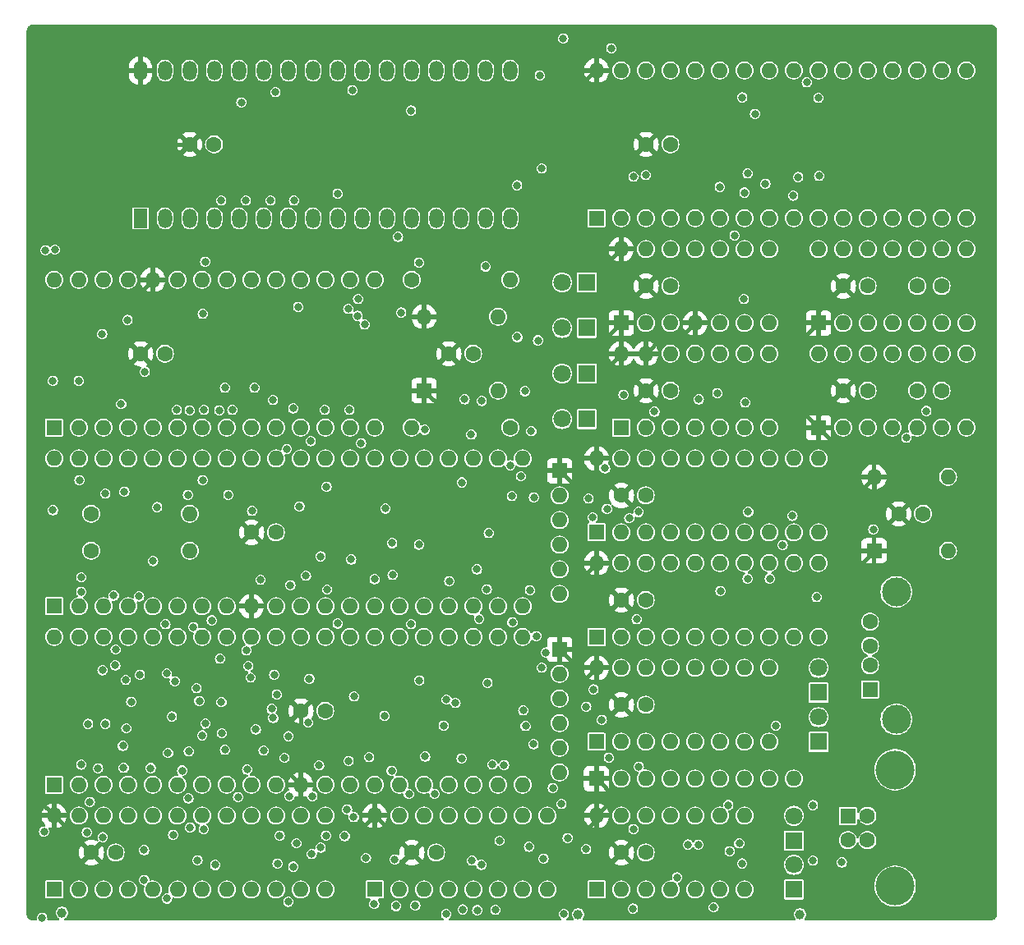
<source format=gbr>
G04 #@! TF.GenerationSoftware,KiCad,Pcbnew,7.0.7*
G04 #@! TF.CreationDate,2023-09-23T19:41:28-04:00*
G04 #@! TF.ProjectId,2 - CPU and core components (Rev 3),32202d20-4350-4552-9061-6e6420636f72,rev?*
G04 #@! TF.SameCoordinates,Original*
G04 #@! TF.FileFunction,Copper,L3,Inr*
G04 #@! TF.FilePolarity,Positive*
%FSLAX46Y46*%
G04 Gerber Fmt 4.6, Leading zero omitted, Abs format (unit mm)*
G04 Created by KiCad (PCBNEW 7.0.7) date 2023-09-23 19:41:28*
%MOMM*%
%LPD*%
G01*
G04 APERTURE LIST*
G04 #@! TA.AperFunction,ComponentPad*
%ADD10R,1.600000X1.600000*%
G04 #@! TD*
G04 #@! TA.AperFunction,ComponentPad*
%ADD11O,1.600000X1.600000*%
G04 #@! TD*
G04 #@! TA.AperFunction,ComponentPad*
%ADD12C,1.600000*%
G04 #@! TD*
G04 #@! TA.AperFunction,ComponentPad*
%ADD13R,1.800000X1.800000*%
G04 #@! TD*
G04 #@! TA.AperFunction,ComponentPad*
%ADD14C,1.800000*%
G04 #@! TD*
G04 #@! TA.AperFunction,ComponentPad*
%ADD15R,1.440000X2.000000*%
G04 #@! TD*
G04 #@! TA.AperFunction,ComponentPad*
%ADD16O,1.440000X2.000000*%
G04 #@! TD*
G04 #@! TA.AperFunction,ComponentPad*
%ADD17C,4.000000*%
G04 #@! TD*
G04 #@! TA.AperFunction,ComponentPad*
%ADD18C,3.000000*%
G04 #@! TD*
G04 #@! TA.AperFunction,ViaPad*
%ADD19C,1.000000*%
G04 #@! TD*
G04 #@! TA.AperFunction,ViaPad*
%ADD20C,0.800000*%
G04 #@! TD*
G04 #@! TA.AperFunction,Conductor*
%ADD21C,0.450000*%
G04 #@! TD*
G04 APERTURE END LIST*
D10*
X176843100Y-125032600D03*
D11*
X179383100Y-125032600D03*
X181923100Y-125032600D03*
X184463100Y-125032600D03*
X187003100Y-125032600D03*
X189543100Y-125032600D03*
X192083100Y-125032600D03*
X194623100Y-125032600D03*
X194623100Y-117412600D03*
X192083100Y-117412600D03*
X189543100Y-117412600D03*
X187003100Y-117412600D03*
X184463100Y-117412600D03*
X181923100Y-117412600D03*
X179383100Y-117412600D03*
X176843100Y-117412600D03*
D10*
X176858100Y-114227600D03*
D11*
X179398100Y-114227600D03*
X181938100Y-114227600D03*
X184478100Y-114227600D03*
X187018100Y-114227600D03*
X189558100Y-114227600D03*
X192098100Y-114227600D03*
X194638100Y-114227600D03*
X197178100Y-114227600D03*
X199718100Y-114227600D03*
X199718100Y-106607600D03*
X197178100Y-106607600D03*
X194638100Y-106607600D03*
X192098100Y-106607600D03*
X189558100Y-106607600D03*
X187018100Y-106607600D03*
X184478100Y-106607600D03*
X181938100Y-106607600D03*
X179398100Y-106607600D03*
X176858100Y-106607600D03*
D12*
X202273100Y-78042600D03*
X204773100Y-78042600D03*
D10*
X199713100Y-81852600D03*
D11*
X202253100Y-81852600D03*
X204793100Y-81852600D03*
X207333100Y-81852600D03*
X209873100Y-81852600D03*
X212413100Y-81852600D03*
X214953100Y-81852600D03*
X214953100Y-74232600D03*
X212413100Y-74232600D03*
X209873100Y-74232600D03*
X207333100Y-74232600D03*
X204793100Y-74232600D03*
X202253100Y-74232600D03*
X199713100Y-74232600D03*
D12*
X181953100Y-78042600D03*
X184453100Y-78042600D03*
D13*
X175842100Y-87059600D03*
D14*
X173302100Y-87059600D03*
D12*
X167963100Y-92647600D03*
D11*
X157803100Y-92647600D03*
D10*
X173043100Y-115507600D03*
D11*
X173043100Y-118047600D03*
X173043100Y-120587600D03*
X173043100Y-123127600D03*
X173043100Y-125667600D03*
X173043100Y-128207600D03*
D12*
X157803100Y-77407600D03*
D11*
X167963100Y-77407600D03*
D13*
X197173100Y-135212600D03*
D14*
X197173100Y-132672600D03*
D15*
X129863100Y-71057600D03*
D16*
X132403100Y-71057600D03*
X134943100Y-71057600D03*
X137483100Y-71057600D03*
X140023100Y-71057600D03*
X142563100Y-71057600D03*
X145103100Y-71057600D03*
X147643100Y-71057600D03*
X150183100Y-71057600D03*
X152723100Y-71057600D03*
X155263100Y-71057600D03*
X157803100Y-71057600D03*
X160343100Y-71057600D03*
X162883100Y-71057600D03*
X165423100Y-71057600D03*
X167963100Y-71057600D03*
X167963100Y-55817600D03*
X165423100Y-55817600D03*
X162883100Y-55817600D03*
X160343100Y-55817600D03*
X157803100Y-55817600D03*
X155263100Y-55817600D03*
X152723100Y-55817600D03*
X150183100Y-55817600D03*
X147643100Y-55817600D03*
X145103100Y-55817600D03*
X142563100Y-55817600D03*
X140023100Y-55817600D03*
X137483100Y-55817600D03*
X134943100Y-55817600D03*
X132403100Y-55817600D03*
X129863100Y-55817600D03*
D10*
X199713100Y-92647600D03*
D11*
X202253100Y-92647600D03*
X204793100Y-92647600D03*
X207333100Y-92647600D03*
X209873100Y-92647600D03*
X212413100Y-92647600D03*
X214953100Y-92647600D03*
X214953100Y-85027600D03*
X212413100Y-85027600D03*
X209873100Y-85027600D03*
X207333100Y-85027600D03*
X204793100Y-85027600D03*
X202253100Y-85027600D03*
X199713100Y-85027600D03*
D10*
X120973100Y-129477600D03*
D11*
X123513100Y-129477600D03*
X126053100Y-129477600D03*
X128593100Y-129477600D03*
X131133100Y-129477600D03*
X133673100Y-129477600D03*
X136213100Y-129477600D03*
X138753100Y-129477600D03*
X141293100Y-129477600D03*
X143833100Y-129477600D03*
X146373100Y-129477600D03*
X148913100Y-129477600D03*
X151453100Y-129477600D03*
X153993100Y-129477600D03*
X156533100Y-129477600D03*
X159073100Y-129477600D03*
X161613100Y-129477600D03*
X164153100Y-129477600D03*
X166693100Y-129477600D03*
X169233100Y-129477600D03*
X169233100Y-114237600D03*
X166693100Y-114237600D03*
X164153100Y-114237600D03*
X161613100Y-114237600D03*
X159073100Y-114237600D03*
X156533100Y-114237600D03*
X153993100Y-114237600D03*
X151453100Y-114237600D03*
X148913100Y-114237600D03*
X146373100Y-114237600D03*
X143833100Y-114237600D03*
X141293100Y-114237600D03*
X138753100Y-114237600D03*
X136213100Y-114237600D03*
X133673100Y-114237600D03*
X131133100Y-114237600D03*
X128593100Y-114237600D03*
X126053100Y-114237600D03*
X123513100Y-114237600D03*
X120973100Y-114237600D03*
D12*
X179413100Y-110427600D03*
X181913100Y-110427600D03*
X161633100Y-85027600D03*
X164133100Y-85027600D03*
X207988100Y-101537600D03*
X210488100Y-101537600D03*
D13*
X175837100Y-91758600D03*
D14*
X173297100Y-91758600D03*
D12*
X124783100Y-105347600D03*
D11*
X134943100Y-105347600D03*
D10*
X176843100Y-128842600D03*
D11*
X179383100Y-128842600D03*
X181923100Y-128842600D03*
X184463100Y-128842600D03*
X187003100Y-128842600D03*
X189543100Y-128842600D03*
X192083100Y-128842600D03*
X194623100Y-128842600D03*
X197163100Y-128842600D03*
D13*
X197173100Y-140272600D03*
D14*
X197173100Y-137732600D03*
D12*
X124803100Y-136462600D03*
X127303100Y-136462600D03*
D10*
X120973100Y-140272600D03*
D11*
X123513100Y-140272600D03*
X126053100Y-140272600D03*
X128593100Y-140272600D03*
X131133100Y-140272600D03*
X133673100Y-140272600D03*
X136213100Y-140272600D03*
X138753100Y-140272600D03*
X141293100Y-140272600D03*
X143833100Y-140272600D03*
X146373100Y-140272600D03*
X148913100Y-140272600D03*
X148913100Y-132652600D03*
X146373100Y-132652600D03*
X143833100Y-132652600D03*
X141293100Y-132652600D03*
X138753100Y-132652600D03*
X136213100Y-132652600D03*
X133673100Y-132652600D03*
X131133100Y-132652600D03*
X128593100Y-132652600D03*
X126053100Y-132652600D03*
X123513100Y-132652600D03*
X120973100Y-132652600D03*
D10*
X179388100Y-92647600D03*
D11*
X181928100Y-92647600D03*
X184468100Y-92647600D03*
X187008100Y-92647600D03*
X189548100Y-92647600D03*
X192088100Y-92647600D03*
X194628100Y-92647600D03*
X194628100Y-85027600D03*
X192088100Y-85027600D03*
X189548100Y-85027600D03*
X187008100Y-85027600D03*
X184468100Y-85027600D03*
X181928100Y-85027600D03*
X179388100Y-85027600D03*
D12*
X129883100Y-85027600D03*
X132383100Y-85027600D03*
X124783100Y-101537600D03*
D11*
X134943100Y-101537600D03*
D12*
X181953100Y-88837600D03*
X184453100Y-88837600D03*
D13*
X199713100Y-125037600D03*
D14*
X199713100Y-122497600D03*
D12*
X209893100Y-78042600D03*
X212393100Y-78042600D03*
X134943100Y-63437600D03*
X137443100Y-63437600D03*
D10*
X179393100Y-81852600D03*
D11*
X181933100Y-81852600D03*
X184473100Y-81852600D03*
X187013100Y-81852600D03*
X189553100Y-81852600D03*
X192093100Y-81852600D03*
X194633100Y-81852600D03*
X194633100Y-74232600D03*
X192093100Y-74232600D03*
X189553100Y-74232600D03*
X187013100Y-74232600D03*
X184473100Y-74232600D03*
X181933100Y-74232600D03*
X179393100Y-74232600D03*
D13*
X199713100Y-119957600D03*
D14*
X199713100Y-117417600D03*
D10*
X176853100Y-71057600D03*
D11*
X179393100Y-71057600D03*
X181933100Y-71057600D03*
X184473100Y-71057600D03*
X187013100Y-71057600D03*
X189553100Y-71057600D03*
X192093100Y-71057600D03*
X194633100Y-71057600D03*
X197173100Y-71057600D03*
X199713100Y-71057600D03*
X202253100Y-71057600D03*
X204793100Y-71057600D03*
X207333100Y-71057600D03*
X209873100Y-71057600D03*
X212413100Y-71057600D03*
X214953100Y-71057600D03*
X214953100Y-55817600D03*
X212413100Y-55817600D03*
X209873100Y-55817600D03*
X207333100Y-55817600D03*
X204793100Y-55817600D03*
X202253100Y-55817600D03*
X199713100Y-55817600D03*
X197173100Y-55817600D03*
X194633100Y-55817600D03*
X192093100Y-55817600D03*
X189553100Y-55817600D03*
X187013100Y-55817600D03*
X184473100Y-55817600D03*
X181933100Y-55817600D03*
X179393100Y-55817600D03*
X176853100Y-55817600D03*
D12*
X202273100Y-88837600D03*
X204773100Y-88837600D03*
X181953100Y-63437600D03*
X184453100Y-63437600D03*
D13*
X175842100Y-77661600D03*
D14*
X173302100Y-77661600D03*
D12*
X179413100Y-121222600D03*
X181913100Y-121222600D03*
X179413100Y-136462600D03*
X181913100Y-136462600D03*
D10*
X202755400Y-132672600D03*
D12*
X202755400Y-135172600D03*
X204755400Y-135172600D03*
X204755400Y-132672600D03*
D17*
X207615400Y-127922600D03*
X207615400Y-139922600D03*
D10*
X173043100Y-97092600D03*
D11*
X173043100Y-99632600D03*
X173043100Y-102172600D03*
X173043100Y-104712600D03*
X173043100Y-107252600D03*
X173043100Y-109792600D03*
D10*
X159083100Y-88827600D03*
D11*
X166703100Y-88827600D03*
X166703100Y-81207600D03*
X159083100Y-81207600D03*
D10*
X153993100Y-140272600D03*
D11*
X156533100Y-140272600D03*
X159073100Y-140272600D03*
X161613100Y-140272600D03*
X164153100Y-140272600D03*
X166693100Y-140272600D03*
X169233100Y-140272600D03*
X171773100Y-140272600D03*
X171773100Y-132652600D03*
X169233100Y-132652600D03*
X166693100Y-132652600D03*
X164153100Y-132652600D03*
X161613100Y-132652600D03*
X159073100Y-132652600D03*
X156533100Y-132652600D03*
X153993100Y-132652600D03*
D12*
X157823100Y-136462600D03*
X160323100Y-136462600D03*
D10*
X205026100Y-119642600D03*
D12*
X205026100Y-117142600D03*
X205026100Y-115142600D03*
X205026100Y-112642600D03*
D18*
X207736100Y-122712600D03*
X207736100Y-109572600D03*
D13*
X175842100Y-82360600D03*
D14*
X173302100Y-82360600D03*
D12*
X209893100Y-88837600D03*
X212393100Y-88837600D03*
D10*
X205438100Y-105337600D03*
D11*
X213058100Y-105337600D03*
X213058100Y-97717600D03*
X205438100Y-97717600D03*
D10*
X120973100Y-92647600D03*
D11*
X123513100Y-92647600D03*
X126053100Y-92647600D03*
X128593100Y-92647600D03*
X131133100Y-92647600D03*
X133673100Y-92647600D03*
X136213100Y-92647600D03*
X138753100Y-92647600D03*
X141293100Y-92647600D03*
X143833100Y-92647600D03*
X146373100Y-92647600D03*
X148913100Y-92647600D03*
X151453100Y-92647600D03*
X153993100Y-92647600D03*
X153993100Y-77407600D03*
X151453100Y-77407600D03*
X148913100Y-77407600D03*
X146373100Y-77407600D03*
X143833100Y-77407600D03*
X141293100Y-77407600D03*
X138753100Y-77407600D03*
X136213100Y-77407600D03*
X133673100Y-77407600D03*
X131133100Y-77407600D03*
X128593100Y-77407600D03*
X126053100Y-77407600D03*
X123513100Y-77407600D03*
X120973100Y-77407600D03*
D12*
X141313100Y-103442600D03*
X143813100Y-103442600D03*
D10*
X120973100Y-111062600D03*
D11*
X123513100Y-111062600D03*
X126053100Y-111062600D03*
X128593100Y-111062600D03*
X131133100Y-111062600D03*
X133673100Y-111062600D03*
X136213100Y-111062600D03*
X138753100Y-111062600D03*
X141293100Y-111062600D03*
X143833100Y-111062600D03*
X146373100Y-111062600D03*
X148913100Y-111062600D03*
X151453100Y-111062600D03*
X153993100Y-111062600D03*
X156533100Y-111062600D03*
X159073100Y-111062600D03*
X161613100Y-111062600D03*
X164153100Y-111062600D03*
X166693100Y-111062600D03*
X169233100Y-111062600D03*
X169233100Y-95822600D03*
X166693100Y-95822600D03*
X164153100Y-95822600D03*
X161613100Y-95822600D03*
X159073100Y-95822600D03*
X156533100Y-95822600D03*
X153993100Y-95822600D03*
X151453100Y-95822600D03*
X148913100Y-95822600D03*
X146373100Y-95822600D03*
X143833100Y-95822600D03*
X141293100Y-95822600D03*
X138753100Y-95822600D03*
X136213100Y-95822600D03*
X133673100Y-95822600D03*
X131133100Y-95822600D03*
X128593100Y-95822600D03*
X126053100Y-95822600D03*
X123513100Y-95822600D03*
X120973100Y-95822600D03*
D10*
X176853100Y-103442600D03*
D11*
X179393100Y-103442600D03*
X181933100Y-103442600D03*
X184473100Y-103442600D03*
X187013100Y-103442600D03*
X189553100Y-103442600D03*
X192093100Y-103442600D03*
X194633100Y-103442600D03*
X197173100Y-103442600D03*
X199713100Y-103442600D03*
X199713100Y-95822600D03*
X197173100Y-95822600D03*
X194633100Y-95822600D03*
X192093100Y-95822600D03*
X189553100Y-95822600D03*
X187013100Y-95822600D03*
X184473100Y-95822600D03*
X181933100Y-95822600D03*
X179393100Y-95822600D03*
X176853100Y-95822600D03*
D12*
X146393100Y-121857600D03*
X148893100Y-121857600D03*
X179413100Y-99632600D03*
X181913100Y-99632600D03*
D10*
X176853100Y-140272600D03*
D11*
X179393100Y-140272600D03*
X181933100Y-140272600D03*
X184473100Y-140272600D03*
X187013100Y-140272600D03*
X189553100Y-140272600D03*
X192093100Y-140272600D03*
X192093100Y-132652600D03*
X189553100Y-132652600D03*
X187013100Y-132652600D03*
X184473100Y-132652600D03*
X181933100Y-132652600D03*
X179393100Y-132652600D03*
X176853100Y-132652600D03*
D19*
X126688000Y-142821000D03*
X192705594Y-142798594D03*
D20*
X134747000Y-99568000D03*
X197612000Y-66802000D03*
X150183053Y-68517553D03*
X143510000Y-89789000D03*
X135636000Y-119507000D03*
X187325000Y-135636000D03*
X192405000Y-66421000D03*
X157734000Y-112903000D03*
X151707053Y-57849553D03*
X151384000Y-90805000D03*
X130302000Y-86868000D03*
X139319000Y-90805000D03*
X176022000Y-99949000D03*
X124460000Y-123190000D03*
X128524000Y-81534000D03*
X202126053Y-137478553D03*
X155829000Y-107823000D03*
X138557000Y-88519000D03*
X140716000Y-69215000D03*
X143637000Y-118110000D03*
X157734000Y-59944000D03*
X138176000Y-69215000D03*
X133223000Y-134620000D03*
X140970000Y-117221000D03*
X153993053Y-108268553D03*
X199771000Y-66675000D03*
X205359000Y-103124000D03*
X173228000Y-131445000D03*
X120846053Y-101156553D03*
X131572000Y-100838000D03*
X126238000Y-99441000D03*
X171011053Y-56325553D03*
X128212053Y-99251553D03*
D19*
X197808000Y-142821000D03*
D20*
X126238000Y-123190000D03*
X133096000Y-122428000D03*
X192405000Y-108204000D03*
X145669000Y-69215000D03*
X133604000Y-90805000D03*
X158565053Y-104712553D03*
X166116000Y-127381000D03*
X159200053Y-126556553D03*
X125926053Y-82995553D03*
D19*
X121770500Y-142660428D03*
D20*
X161105053Y-123381553D03*
X151580053Y-106236553D03*
X161671000Y-108458000D03*
X146119053Y-80201553D03*
X141605000Y-88519000D03*
X180975000Y-112395000D03*
X148844000Y-90805000D03*
X165735000Y-103505000D03*
X149040053Y-98743553D03*
X143764000Y-58039000D03*
X192151000Y-90043000D03*
X182822053Y-90996553D03*
X162941000Y-126746000D03*
X124333000Y-134366000D03*
X136398000Y-90805000D03*
X138049000Y-116459000D03*
X164534053Y-107252553D03*
X156718000Y-80772000D03*
X176530000Y-119634000D03*
X153416000Y-126619000D03*
X141351000Y-101219000D03*
X138557000Y-125857000D03*
X192024000Y-79375000D03*
X140843000Y-127889000D03*
X189611000Y-109474000D03*
X136271000Y-98044000D03*
D19*
X174948000Y-142821000D03*
D20*
X199517000Y-110109000D03*
X143256000Y-69215000D03*
X199136000Y-137287000D03*
X194691000Y-108204000D03*
X199136000Y-131572000D03*
X155009053Y-122365553D03*
X136271000Y-80899000D03*
X123571000Y-98044000D03*
X146246053Y-100775553D03*
X169291000Y-121793000D03*
X172339000Y-129794000D03*
X120846053Y-87821553D03*
X178377053Y-53531553D03*
X198501000Y-57023000D03*
X147262053Y-118555553D03*
X189299053Y-89091553D03*
X123513053Y-87821553D03*
X151302000Y-127001500D03*
X157519100Y-130415300D03*
X151835921Y-132791742D03*
X139920400Y-130726600D03*
X161392500Y-120676900D03*
X170354700Y-125286553D03*
X156063100Y-137168200D03*
X153094100Y-137022200D03*
X191844200Y-137593300D03*
X140786200Y-115604800D03*
X171207700Y-117390500D03*
X166439053Y-142362500D03*
X165550053Y-109311400D03*
X164554800Y-142399800D03*
X151862708Y-120362208D03*
X132583300Y-117968000D03*
X158585800Y-118696400D03*
X148269700Y-127462300D03*
X169052500Y-97650300D03*
X208768300Y-93690500D03*
X143984961Y-137584714D03*
X164022000Y-137282400D03*
X190569053Y-136334280D03*
X197030447Y-101737105D03*
X196028900Y-104749400D03*
X171392053Y-137091684D03*
X130920700Y-127748500D03*
X131160200Y-106398100D03*
X170128200Y-92991400D03*
X189553053Y-67827500D03*
X151262555Y-80392055D03*
X134991500Y-133878700D03*
X148418200Y-105912100D03*
X128128700Y-127722400D03*
X156406053Y-72962553D03*
X152285893Y-79368709D03*
X135301700Y-113209000D03*
X168684300Y-83296000D03*
X168656004Y-67656300D03*
X134943053Y-90869553D03*
X197110900Y-68712600D03*
X137566700Y-137735800D03*
X135739500Y-137249800D03*
X194252053Y-67501553D03*
X192093053Y-68400500D03*
X134809800Y-130874553D03*
X132703400Y-126178400D03*
X142541700Y-125933300D03*
X147574300Y-130660800D03*
X177918792Y-101029553D03*
X155103000Y-100987600D03*
X177396700Y-122787200D03*
X175777800Y-121415200D03*
X161359053Y-142812553D03*
X160169700Y-130401400D03*
X149086550Y-109331050D03*
X134845600Y-126018600D03*
X145310100Y-108875000D03*
X129725200Y-110043000D03*
X181199200Y-127602200D03*
X145113200Y-124452800D03*
X141219400Y-118410200D03*
X155739900Y-128024200D03*
X192477800Y-101327000D03*
X191074100Y-72830100D03*
X181174900Y-101327000D03*
X164749200Y-112356600D03*
X180594000Y-142240000D03*
X162973400Y-98290100D03*
X169885786Y-135860678D03*
X165423100Y-76016900D03*
X175773700Y-136100600D03*
X171196000Y-65913000D03*
X164980700Y-137731200D03*
X185147800Y-139020600D03*
X125488159Y-127769665D03*
X145608344Y-137909972D03*
X145095358Y-141534858D03*
X119933300Y-134297800D03*
X121035358Y-74281858D03*
X125975000Y-134867000D03*
X199713100Y-58633200D03*
X136523300Y-75519400D03*
X123767053Y-109568053D03*
X180663100Y-66769800D03*
X128913797Y-120903103D03*
X130247700Y-139277400D03*
X125951200Y-117659900D03*
X123767053Y-108065053D03*
X127874600Y-90202100D03*
X127275100Y-117157600D03*
X132596708Y-141206508D03*
X128403000Y-123646300D03*
X120068663Y-74344163D03*
X181933100Y-66590000D03*
X132445500Y-112907600D03*
X148977700Y-134720600D03*
X144214053Y-134720610D03*
X170391700Y-99822200D03*
X145213000Y-130630600D03*
X133395700Y-118780400D03*
X191855600Y-58583600D03*
X140258000Y-59091300D03*
X193179100Y-60280300D03*
X123767053Y-127395553D03*
X127113300Y-109950400D03*
X142227400Y-108325900D03*
X124646600Y-131255800D03*
X136561200Y-123148800D03*
X129803000Y-118129800D03*
X144943900Y-94841200D03*
X130244055Y-136208551D03*
X147400975Y-94032628D03*
X144700600Y-126688900D03*
X134154200Y-128002900D03*
X135925700Y-120812200D03*
X158565053Y-75629553D03*
X163259300Y-89716800D03*
X168184300Y-112713547D03*
X143919300Y-120164800D03*
X170658900Y-114123400D03*
X138204200Y-120931100D03*
X141748100Y-123761300D03*
X171625700Y-115830100D03*
X173424053Y-52515553D03*
X165613200Y-118960600D03*
X170817100Y-83638600D03*
X136379300Y-134035800D03*
X166853300Y-135241400D03*
X167328053Y-127445551D03*
X188914000Y-142098300D03*
X178123053Y-126683553D03*
X180663053Y-134049553D03*
X143384100Y-121646800D03*
X151140500Y-132017553D03*
X150909100Y-134762200D03*
X145932300Y-135499000D03*
X148429514Y-135954906D03*
X186265600Y-135636500D03*
X190414200Y-131563800D03*
X147516053Y-136606400D03*
X136220800Y-124375700D03*
X128051800Y-125451300D03*
X152595800Y-94245300D03*
X119740396Y-143193553D03*
X128344600Y-118656300D03*
X137214000Y-112510680D03*
X150183053Y-112840553D03*
X179628500Y-89249400D03*
X143539000Y-122574200D03*
X138246000Y-124150500D03*
X169995053Y-109411553D03*
X127307300Y-115514200D03*
X165021200Y-89889800D03*
X138913600Y-99567200D03*
X147145300Y-123051200D03*
X159144500Y-92862500D03*
X152228446Y-81118064D03*
X137991100Y-90869600D03*
X155785900Y-104546000D03*
X163947500Y-93352500D03*
X210825900Y-90922900D03*
X167969900Y-96524600D03*
X191552287Y-135505100D03*
X173877602Y-134952949D03*
X173484300Y-142803900D03*
X162319900Y-121029200D03*
X168129500Y-99692500D03*
X169537500Y-123411200D03*
X145600000Y-90652800D03*
X146917000Y-107911500D03*
X176449100Y-101907500D03*
X152953300Y-82006500D03*
X177727800Y-96835400D03*
X156195800Y-141970000D03*
X153947100Y-141751200D03*
X163055600Y-142326300D03*
X158184053Y-141923553D03*
X169467100Y-88880800D03*
X187394053Y-89726553D03*
X195318053Y-123381553D03*
X180220800Y-101966800D03*
D21*
X119996553Y-108816553D02*
X119322000Y-108142000D01*
X202253000Y-108523000D02*
X205438000Y-105338000D01*
X120993000Y-132653000D02*
X120973000Y-132653000D01*
X176853000Y-132653000D02*
X176853000Y-133903000D01*
X172789000Y-93663600D02*
X171900000Y-93663600D01*
X198443000Y-141797000D02*
X200094000Y-140146000D01*
X202253000Y-108523000D02*
X202253000Y-100903000D01*
X123894000Y-142813000D02*
X122370000Y-141289000D01*
X174821000Y-98870600D02*
X173043000Y-97092600D01*
X176726000Y-55817600D02*
X176853000Y-55817600D01*
X177488000Y-83757600D02*
X179393000Y-81852600D01*
X174821000Y-95695600D02*
X172789000Y-93663600D01*
X174821000Y-72581600D02*
X174821000Y-57722600D01*
X119322000Y-131002000D02*
X119322000Y-126938000D01*
X177488000Y-93028600D02*
X177488000Y-86927600D01*
X185489000Y-83376600D02*
X187013000Y-81852600D01*
X205438000Y-97717600D02*
X205438000Y-98987600D01*
X178748000Y-130748000D02*
X176843000Y-128843000D01*
X119322000Y-80201600D02*
X119155053Y-80034653D01*
X176853000Y-133041048D02*
X176853000Y-132653000D01*
X179388100Y-85027600D02*
X181928000Y-85027600D01*
X126688000Y-142821000D02*
X126680000Y-142813000D01*
X146373000Y-129478000D02*
X143833000Y-126938000D01*
X151707000Y-138495000D02*
X171399048Y-138495000D01*
X151707000Y-134939000D02*
X153993000Y-132653000D01*
X202253000Y-95187600D02*
X199713000Y-92647600D01*
X159083000Y-82477600D02*
X161633000Y-85027600D01*
X202253000Y-100903000D02*
X205438000Y-97717600D01*
X174821000Y-119435000D02*
X174821000Y-117286000D01*
X141313000Y-103443000D02*
X135939447Y-108816553D01*
X193617000Y-141797000D02*
X198443000Y-141797000D01*
X174821000Y-119445000D02*
X174821000Y-119435000D01*
X192982000Y-130748000D02*
X179012000Y-130748000D01*
X193617000Y-141797000D02*
X194379000Y-141035000D01*
X174821000Y-95695600D02*
X177488000Y-93028600D01*
X119155053Y-66525547D02*
X122243000Y-63437600D01*
X122243000Y-63437600D02*
X134943000Y-63437600D01*
X176843000Y-117413000D02*
X176843000Y-118653000D01*
X183579000Y-83376600D02*
X185489000Y-83376600D01*
X157803000Y-136463000D02*
X157823000Y-136463000D01*
X174821000Y-119435000D02*
X176843000Y-117413000D01*
X200094000Y-140146000D02*
X200094000Y-128335000D01*
X202253000Y-100903000D02*
X202253000Y-95187600D01*
X174821000Y-98870600D02*
X174821000Y-95695600D01*
X194379000Y-141035000D02*
X194379000Y-132145000D01*
X171900000Y-93663600D02*
X168979000Y-90742600D01*
X126680000Y-142813000D02*
X123894000Y-142813000D01*
X143833000Y-126938000D02*
X124765942Y-126938000D01*
X202253000Y-126176000D02*
X202253000Y-108523000D01*
X193617000Y-141797000D02*
X192705594Y-142708406D01*
X178748000Y-130758000D02*
X176853000Y-132653000D01*
X146393000Y-121858000D02*
X146393000Y-129458000D01*
X177488000Y-86927600D02*
X177488000Y-83757600D01*
X176853000Y-58337600D02*
X181953000Y-63437600D01*
X199713000Y-81852600D02*
X199713000Y-80602600D01*
X119322000Y-126938000D02*
X119322000Y-108142000D01*
X176858000Y-107873000D02*
X179413000Y-110428000D01*
X160998000Y-90742600D02*
X159083000Y-88827600D01*
X199713000Y-91397600D02*
X202273000Y-88837600D01*
X177488000Y-75248600D02*
X174821000Y-72581600D01*
X179388000Y-86272600D02*
X181953000Y-88837600D01*
X149921000Y-142821000D02*
X151707000Y-141035000D01*
X135939447Y-108816553D02*
X119996553Y-108816553D01*
X197427000Y-84138600D02*
X199713000Y-81852600D01*
X174821000Y-57722600D02*
X176726000Y-55817600D01*
X176853000Y-96965500D02*
X176853000Y-97072600D01*
X194379000Y-132145000D02*
X192982000Y-130748000D01*
X177488000Y-76137600D02*
X177488000Y-75248600D01*
X199713000Y-92647600D02*
X199713000Y-91397600D01*
X178748000Y-130748000D02*
X178748000Y-130758000D01*
X176853000Y-133903000D02*
X179413000Y-136463000D01*
X159083000Y-88827600D02*
X159083000Y-82477600D01*
X192705594Y-142708406D02*
X192705594Y-142798594D01*
X179388000Y-85027600D02*
X179388000Y-86272600D01*
X177488000Y-83757600D02*
X177488000Y-76137600D01*
X174821000Y-117286000D02*
X173043000Y-115508000D01*
X174821000Y-108645000D02*
X176858000Y-106608000D01*
X146393000Y-129458000D02*
X146373000Y-129478000D01*
X126688000Y-142821000D02*
X149921000Y-142821000D01*
X181928000Y-85027600D02*
X183579000Y-83376600D01*
X174821000Y-117286000D02*
X174821000Y-108650000D01*
X119155053Y-80034653D02*
X119155053Y-66525547D01*
X151707000Y-141035000D02*
X151707000Y-138495000D01*
X119322000Y-80201600D02*
X128339000Y-80201600D01*
X179012000Y-130748000D02*
X178748000Y-130748000D01*
X177488000Y-76137600D02*
X179393000Y-74232600D01*
X174821000Y-108650000D02*
X174821000Y-108645000D01*
X168979000Y-90742600D02*
X160998000Y-90742600D01*
X205438000Y-98987600D02*
X207988000Y-101538000D01*
X176853000Y-55817600D02*
X176853000Y-58337600D01*
X119322000Y-108142000D02*
X119322000Y-80201600D01*
X179388000Y-85027600D02*
X179388100Y-85027600D01*
X174821000Y-129478000D02*
X174821000Y-119445000D01*
X176843000Y-118653000D02*
X179413000Y-121223000D01*
X174821000Y-98870600D02*
X174821000Y-98997600D01*
X174821000Y-108645000D02*
X174821000Y-98997600D01*
X122361000Y-141153000D02*
X122361000Y-136962000D01*
X153993000Y-132653000D02*
X157803000Y-136463000D01*
X119616447Y-126643553D02*
X119322000Y-126938000D01*
X122361000Y-136962000D02*
X120973000Y-135574000D01*
X200094000Y-128335000D02*
X202253000Y-126176000D01*
X199713000Y-80602600D02*
X202273000Y-78042600D01*
X120973000Y-135574000D02*
X120973000Y-132653000D01*
X174821000Y-98997600D02*
X176853000Y-96965500D01*
X128339000Y-80201600D02*
X131133000Y-77407600D01*
X131133000Y-77407600D02*
X131133000Y-83777600D01*
X177488000Y-86927600D02*
X179388000Y-85027600D01*
X171399048Y-138495000D02*
X176853000Y-133041048D01*
X122370000Y-141162000D02*
X122361000Y-141153000D01*
X176853000Y-97072600D02*
X179413000Y-99632600D01*
X178748000Y-130748000D02*
X176091000Y-130748000D01*
X124471495Y-126643553D02*
X119616447Y-126643553D01*
X131133000Y-83777600D02*
X129883000Y-85027600D01*
X151707000Y-138495000D02*
X151707000Y-134939000D01*
X124765942Y-126938000D02*
X124471495Y-126643553D01*
X120973000Y-132653000D02*
X119322000Y-131002000D01*
X176858000Y-106608000D02*
X176858000Y-107873000D01*
X176091000Y-130748000D02*
X174821000Y-129478000D01*
X124803000Y-136463000D02*
X120993000Y-132653000D01*
X179393000Y-75482600D02*
X181953000Y-78042600D01*
X197427000Y-90361600D02*
X197427000Y-84138600D01*
X122370000Y-141289000D02*
X122370000Y-141162000D01*
X199713000Y-92647600D02*
X197427000Y-90361600D01*
X179393000Y-74232600D02*
X179393000Y-75482600D01*
G04 #@! TA.AperFunction,Conductor*
G36*
X181484563Y-84797285D02*
G01*
X181530318Y-84850089D01*
X181540262Y-84919247D01*
X181539997Y-84920997D01*
X181523114Y-85027596D01*
X181523114Y-85027603D01*
X181539997Y-85134203D01*
X181531042Y-85203496D01*
X181486046Y-85256948D01*
X181419294Y-85277587D01*
X181417524Y-85277600D01*
X179898676Y-85277600D01*
X179831637Y-85257915D01*
X179785882Y-85205111D01*
X179775938Y-85135953D01*
X179776203Y-85134203D01*
X179793086Y-85027603D01*
X179793086Y-85027596D01*
X179776203Y-84920997D01*
X179785158Y-84851704D01*
X179830154Y-84798252D01*
X179896906Y-84777613D01*
X179898676Y-84777600D01*
X181417524Y-84777600D01*
X181484563Y-84797285D01*
G37*
G04 #@! TD.AperFunction*
G04 #@! TA.AperFunction,Conductor*
G36*
X217496504Y-51068641D02*
G01*
X217518649Y-51071135D01*
X217631984Y-51086112D01*
X217656681Y-51091998D01*
X217698952Y-51106786D01*
X217702191Y-51108022D01*
X217779079Y-51139863D01*
X217797589Y-51149425D01*
X217841669Y-51177118D01*
X217846428Y-51180428D01*
X217863040Y-51193172D01*
X217912099Y-51230811D01*
X217918198Y-51236159D01*
X217959677Y-51277632D01*
X217965025Y-51283730D01*
X218014796Y-51348582D01*
X218015423Y-51349399D01*
X218018734Y-51354158D01*
X218046423Y-51398217D01*
X218055993Y-51416737D01*
X218087852Y-51493638D01*
X218089093Y-51496887D01*
X218103852Y-51539055D01*
X218109751Y-51563822D01*
X218125235Y-51681362D01*
X218127162Y-51698452D01*
X218127553Y-51705404D01*
X218127553Y-142809068D01*
X218127163Y-142816012D01*
X218124585Y-142838903D01*
X218109829Y-142951038D01*
X218103932Y-142975810D01*
X218088477Y-143019984D01*
X218087236Y-143023234D01*
X218056235Y-143098087D01*
X218046667Y-143116610D01*
X218018160Y-143161978D01*
X218014850Y-143166737D01*
X217965493Y-143231064D01*
X217960139Y-143237169D01*
X217917669Y-143279639D01*
X217911564Y-143284993D01*
X217847237Y-143334350D01*
X217842478Y-143337660D01*
X217797110Y-143366167D01*
X217778587Y-143375735D01*
X217703734Y-143406736D01*
X217700484Y-143407977D01*
X217656310Y-143423432D01*
X217631538Y-143429329D01*
X217519403Y-143444085D01*
X217496512Y-143446663D01*
X217489568Y-143447053D01*
X200245813Y-143447053D01*
X200245607Y-143447012D01*
X200197806Y-143447012D01*
X200195086Y-143447553D01*
X198372928Y-143447553D01*
X198305889Y-143427868D01*
X198260134Y-143375064D01*
X198250190Y-143305906D01*
X198277270Y-143246608D01*
X198276879Y-143246339D01*
X198278398Y-143244137D01*
X198279215Y-143242350D01*
X198280111Y-143241328D01*
X198281138Y-143240168D01*
X198281138Y-143240167D01*
X198281140Y-143240166D01*
X198367705Y-143114756D01*
X198421741Y-142972274D01*
X198440109Y-142821000D01*
X198439084Y-142812554D01*
X198421741Y-142669725D01*
X198392386Y-142592323D01*
X198367705Y-142527244D01*
X198355218Y-142509154D01*
X198305741Y-142437474D01*
X198281140Y-142401834D01*
X198167079Y-142300784D01*
X198032149Y-142229968D01*
X198032148Y-142229967D01*
X198032147Y-142229967D01*
X197884192Y-142193500D01*
X197731808Y-142193500D01*
X197583852Y-142229967D01*
X197448922Y-142300783D01*
X197334860Y-142401833D01*
X197334858Y-142401836D01*
X197248295Y-142527242D01*
X197248295Y-142527243D01*
X197194258Y-142669725D01*
X197175891Y-142820999D01*
X197175891Y-142821000D01*
X197194258Y-142972274D01*
X197248295Y-143114756D01*
X197248295Y-143114757D01*
X197334861Y-143240168D01*
X197335889Y-143241328D01*
X197336373Y-143242358D01*
X197339121Y-143246339D01*
X197338458Y-143246795D01*
X197365609Y-143304561D01*
X197356424Y-143373825D01*
X197311251Y-143427127D01*
X197244432Y-143447546D01*
X197243072Y-143447553D01*
X175512928Y-143447553D01*
X175445889Y-143427868D01*
X175400134Y-143375064D01*
X175390190Y-143305906D01*
X175417270Y-143246608D01*
X175416879Y-143246339D01*
X175418398Y-143244137D01*
X175419215Y-143242350D01*
X175420111Y-143241328D01*
X175421138Y-143240168D01*
X175421138Y-143240167D01*
X175421140Y-143240166D01*
X175507705Y-143114756D01*
X175561741Y-142972274D01*
X175580109Y-142821000D01*
X175579084Y-142812554D01*
X175561741Y-142669725D01*
X175532386Y-142592323D01*
X175507705Y-142527244D01*
X175495218Y-142509154D01*
X175445741Y-142437474D01*
X175421140Y-142401834D01*
X175307079Y-142300784D01*
X175191265Y-142240001D01*
X180061948Y-142240001D01*
X180080076Y-142377703D01*
X180080078Y-142377708D01*
X180133227Y-142506023D01*
X180133228Y-142506025D01*
X180133229Y-142506026D01*
X180217782Y-142616218D01*
X180327974Y-142700771D01*
X180327975Y-142700771D01*
X180327976Y-142700772D01*
X180370747Y-142718488D01*
X180456295Y-142753923D01*
X180525147Y-142762987D01*
X180593999Y-142772052D01*
X180594000Y-142772052D01*
X180594001Y-142772052D01*
X180639901Y-142766008D01*
X180731705Y-142753923D01*
X180860026Y-142700771D01*
X180970218Y-142616218D01*
X181054771Y-142506026D01*
X181107923Y-142377705D01*
X181126052Y-142240000D01*
X181125528Y-142236023D01*
X181112915Y-142140211D01*
X181107923Y-142102295D01*
X181106269Y-142098301D01*
X188381948Y-142098301D01*
X188400076Y-142236003D01*
X188400078Y-142236008D01*
X188453227Y-142364323D01*
X188453228Y-142364325D01*
X188453229Y-142364326D01*
X188537782Y-142474518D01*
X188647974Y-142559071D01*
X188776295Y-142612223D01*
X188845147Y-142621287D01*
X188913999Y-142630352D01*
X188914000Y-142630352D01*
X188914001Y-142630352D01*
X188959901Y-142624308D01*
X189051705Y-142612223D01*
X189180026Y-142559071D01*
X189290218Y-142474518D01*
X189374771Y-142364326D01*
X189427923Y-142236005D01*
X189442219Y-142127417D01*
X189446052Y-142098301D01*
X189446052Y-142098298D01*
X189427923Y-141960596D01*
X189427921Y-141960591D01*
X189416054Y-141931942D01*
X189381524Y-141848577D01*
X189374772Y-141832276D01*
X189374771Y-141832275D01*
X189374771Y-141832274D01*
X189290218Y-141722082D01*
X189180026Y-141637529D01*
X189180025Y-141637528D01*
X189180023Y-141637527D01*
X189051708Y-141584378D01*
X189051703Y-141584376D01*
X188914001Y-141566248D01*
X188913999Y-141566248D01*
X188776296Y-141584376D01*
X188776291Y-141584378D01*
X188647976Y-141637527D01*
X188537782Y-141722082D01*
X188453227Y-141832276D01*
X188400078Y-141960591D01*
X188400076Y-141960596D01*
X188381948Y-142098298D01*
X188381948Y-142098301D01*
X181106269Y-142098301D01*
X181054771Y-141973974D01*
X180970218Y-141863782D01*
X180860026Y-141779229D01*
X180860025Y-141779228D01*
X180860023Y-141779227D01*
X180731708Y-141726078D01*
X180731703Y-141726076D01*
X180594001Y-141707948D01*
X180593999Y-141707948D01*
X180456296Y-141726076D01*
X180456291Y-141726078D01*
X180327976Y-141779227D01*
X180217782Y-141863782D01*
X180133227Y-141973976D01*
X180080078Y-142102291D01*
X180080076Y-142102296D01*
X180061948Y-142239998D01*
X180061948Y-142240001D01*
X175191265Y-142240001D01*
X175172149Y-142229968D01*
X175172148Y-142229967D01*
X175172147Y-142229967D01*
X175024192Y-142193500D01*
X174871808Y-142193500D01*
X174723852Y-142229967D01*
X174588922Y-142300783D01*
X174474860Y-142401833D01*
X174474858Y-142401836D01*
X174388295Y-142527242D01*
X174388295Y-142527243D01*
X174334258Y-142669725D01*
X174315891Y-142820999D01*
X174315891Y-142821000D01*
X174334258Y-142972274D01*
X174388295Y-143114756D01*
X174388295Y-143114757D01*
X174474861Y-143240168D01*
X174475889Y-143241328D01*
X174476373Y-143242358D01*
X174479121Y-143246339D01*
X174478458Y-143246795D01*
X174505609Y-143304561D01*
X174496424Y-143373825D01*
X174451251Y-143427127D01*
X174384432Y-143447546D01*
X174383072Y-143447553D01*
X173877282Y-143447553D01*
X173810243Y-143427868D01*
X173764488Y-143375064D01*
X173754544Y-143305906D01*
X173783569Y-143242350D01*
X173801794Y-143225178D01*
X173860518Y-143180118D01*
X173945071Y-143069926D01*
X173998223Y-142941605D01*
X174014583Y-142817335D01*
X174016352Y-142803901D01*
X174016352Y-142803898D01*
X173998223Y-142666196D01*
X173998221Y-142666191D01*
X173996278Y-142661501D01*
X173962788Y-142580647D01*
X173945072Y-142537876D01*
X173945071Y-142537875D01*
X173945071Y-142537874D01*
X173860518Y-142427682D01*
X173750326Y-142343129D01*
X173750325Y-142343128D01*
X173750323Y-142343127D01*
X173622008Y-142289978D01*
X173622003Y-142289976D01*
X173484301Y-142271848D01*
X173484299Y-142271848D01*
X173346596Y-142289976D01*
X173346591Y-142289978D01*
X173218276Y-142343127D01*
X173108082Y-142427682D01*
X173023527Y-142537876D01*
X172970378Y-142666191D01*
X172970376Y-142666196D01*
X172952248Y-142803898D01*
X172952248Y-142803901D01*
X172970376Y-142941603D01*
X172970378Y-142941608D01*
X173023527Y-143069923D01*
X173023528Y-143069925D01*
X173023529Y-143069926D01*
X173108082Y-143180118D01*
X173166805Y-143225178D01*
X173208007Y-143281605D01*
X173212162Y-143351351D01*
X173177949Y-143412272D01*
X173116232Y-143445024D01*
X173091318Y-143447553D01*
X161763312Y-143447553D01*
X161696273Y-143427868D01*
X161650518Y-143375064D01*
X161640574Y-143305906D01*
X161669599Y-143242350D01*
X161687825Y-143225178D01*
X161702710Y-143213756D01*
X161735271Y-143188771D01*
X161819824Y-143078579D01*
X161872976Y-142950258D01*
X161887462Y-142840223D01*
X161891105Y-142812554D01*
X161891105Y-142812551D01*
X161873606Y-142679631D01*
X161872976Y-142674848D01*
X161819824Y-142546527D01*
X161735271Y-142436335D01*
X161625079Y-142351782D01*
X161625078Y-142351781D01*
X161625076Y-142351780D01*
X161563563Y-142326301D01*
X162523548Y-142326301D01*
X162541676Y-142464003D01*
X162541678Y-142464008D01*
X162594827Y-142592323D01*
X162594828Y-142592325D01*
X162594829Y-142592326D01*
X162679382Y-142702518D01*
X162789574Y-142787071D01*
X162917895Y-142840223D01*
X162945438Y-142843849D01*
X163055599Y-142858352D01*
X163055600Y-142858352D01*
X163055601Y-142858352D01*
X163101501Y-142852309D01*
X163193305Y-142840223D01*
X163321626Y-142787071D01*
X163431818Y-142702518D01*
X163516371Y-142592326D01*
X163569523Y-142464005D01*
X163577975Y-142399801D01*
X164022748Y-142399801D01*
X164040876Y-142537503D01*
X164040878Y-142537508D01*
X164094027Y-142665823D01*
X164094028Y-142665825D01*
X164094029Y-142665826D01*
X164178582Y-142776018D01*
X164288774Y-142860571D01*
X164417095Y-142913723D01*
X164485947Y-142922787D01*
X164554799Y-142931852D01*
X164554800Y-142931852D01*
X164554801Y-142931852D01*
X164600701Y-142925808D01*
X164692505Y-142913723D01*
X164820826Y-142860571D01*
X164931018Y-142776018D01*
X165015571Y-142665826D01*
X165068723Y-142537505D01*
X165086852Y-142399800D01*
X165082490Y-142366670D01*
X165081941Y-142362501D01*
X165907001Y-142362501D01*
X165925129Y-142500203D01*
X165925131Y-142500208D01*
X165978280Y-142628523D01*
X165978281Y-142628525D01*
X165978282Y-142628526D01*
X166062835Y-142738718D01*
X166173027Y-142823271D01*
X166301348Y-142876423D01*
X166360049Y-142884151D01*
X166439052Y-142894552D01*
X166439053Y-142894552D01*
X166439054Y-142894552D01*
X166484954Y-142888509D01*
X166576758Y-142876423D01*
X166705079Y-142823271D01*
X166815271Y-142738718D01*
X166899824Y-142628526D01*
X166952976Y-142500205D01*
X166971105Y-142362500D01*
X166968961Y-142346218D01*
X166954977Y-142239998D01*
X166952976Y-142224795D01*
X166902235Y-142102295D01*
X166899825Y-142096476D01*
X166899824Y-142096475D01*
X166899824Y-142096474D01*
X166815271Y-141986282D01*
X166705079Y-141901729D01*
X166705078Y-141901728D01*
X166705076Y-141901727D01*
X166576761Y-141848578D01*
X166576756Y-141848576D01*
X166439054Y-141830448D01*
X166439052Y-141830448D01*
X166301349Y-141848576D01*
X166301344Y-141848578D01*
X166173029Y-141901727D01*
X166062835Y-141986282D01*
X165978280Y-142096476D01*
X165925131Y-142224791D01*
X165925129Y-142224796D01*
X165907001Y-142362498D01*
X165907001Y-142362501D01*
X165081941Y-142362501D01*
X165068723Y-142262096D01*
X165068721Y-142262091D01*
X165060094Y-142241264D01*
X165015571Y-142133774D01*
X164931018Y-142023582D01*
X164820826Y-141939029D01*
X164820825Y-141939028D01*
X164820823Y-141939027D01*
X164692508Y-141885878D01*
X164692503Y-141885876D01*
X164554801Y-141867748D01*
X164554799Y-141867748D01*
X164417096Y-141885876D01*
X164417091Y-141885878D01*
X164288776Y-141939027D01*
X164178582Y-142023582D01*
X164094027Y-142133776D01*
X164040878Y-142262091D01*
X164040876Y-142262096D01*
X164022748Y-142399798D01*
X164022748Y-142399801D01*
X163577975Y-142399801D01*
X163582886Y-142362500D01*
X163587652Y-142326301D01*
X163587652Y-142326298D01*
X163570169Y-142193500D01*
X163569523Y-142188595D01*
X163531365Y-142096474D01*
X163516372Y-142060276D01*
X163516371Y-142060275D01*
X163516371Y-142060274D01*
X163431818Y-141950082D01*
X163321626Y-141865529D01*
X163321625Y-141865528D01*
X163321623Y-141865527D01*
X163193308Y-141812378D01*
X163193303Y-141812376D01*
X163055601Y-141794248D01*
X163055599Y-141794248D01*
X162917896Y-141812376D01*
X162917891Y-141812378D01*
X162789576Y-141865527D01*
X162679382Y-141950082D01*
X162594827Y-142060276D01*
X162541678Y-142188591D01*
X162541676Y-142188596D01*
X162523548Y-142326298D01*
X162523548Y-142326301D01*
X161563563Y-142326301D01*
X161496761Y-142298631D01*
X161496756Y-142298629D01*
X161359054Y-142280501D01*
X161359052Y-142280501D01*
X161221349Y-142298629D01*
X161221344Y-142298631D01*
X161093029Y-142351780D01*
X160982835Y-142436335D01*
X160898280Y-142546529D01*
X160845131Y-142674844D01*
X160845129Y-142674849D01*
X160827001Y-142812551D01*
X160827001Y-142812554D01*
X160845129Y-142950256D01*
X160845131Y-142950261D01*
X160898280Y-143078576D01*
X160898281Y-143078578D01*
X160898282Y-143078579D01*
X160982835Y-143188771D01*
X161006641Y-143207038D01*
X161030281Y-143225178D01*
X161071483Y-143281606D01*
X161075638Y-143351352D01*
X161041425Y-143412272D01*
X160979708Y-143445024D01*
X160954794Y-143447553D01*
X122124113Y-143447553D01*
X122057074Y-143427868D01*
X122011319Y-143375064D01*
X122001375Y-143305906D01*
X122030400Y-143242350D01*
X122066486Y-143213757D01*
X122129579Y-143180644D01*
X122243640Y-143079594D01*
X122330205Y-142954184D01*
X122384241Y-142811702D01*
X122402609Y-142660428D01*
X122398736Y-142628526D01*
X122384241Y-142509153D01*
X122357057Y-142437476D01*
X122330205Y-142366672D01*
X122327325Y-142362500D01*
X122283238Y-142298629D01*
X122243640Y-142241262D01*
X122237726Y-142236023D01*
X122210579Y-142211972D01*
X122129579Y-142140212D01*
X121994649Y-142069396D01*
X121994648Y-142069395D01*
X121994647Y-142069395D01*
X121846692Y-142032928D01*
X121694308Y-142032928D01*
X121546352Y-142069395D01*
X121411422Y-142140211D01*
X121297360Y-142241261D01*
X121297358Y-142241264D01*
X121210795Y-142366670D01*
X121210795Y-142366671D01*
X121156758Y-142509153D01*
X121138391Y-142660427D01*
X121138391Y-142660428D01*
X121156758Y-142811702D01*
X121210795Y-142954184D01*
X121210795Y-142954185D01*
X121225415Y-142975365D01*
X121297360Y-143079594D01*
X121411421Y-143180644D01*
X121474512Y-143213756D01*
X121524725Y-143262340D01*
X121540700Y-143330359D01*
X121517366Y-143396217D01*
X121462130Y-143439005D01*
X121416887Y-143447553D01*
X120380403Y-143447553D01*
X120313364Y-143427868D01*
X120267609Y-143375064D01*
X120257464Y-143307368D01*
X120257657Y-143305906D01*
X120272448Y-143193553D01*
X120271818Y-143188771D01*
X120259880Y-143098087D01*
X120254319Y-143055848D01*
X120210584Y-142950261D01*
X120201168Y-142927529D01*
X120201167Y-142927528D01*
X120201167Y-142927527D01*
X120116614Y-142817335D01*
X120006422Y-142732782D01*
X120006421Y-142732781D01*
X120006419Y-142732780D01*
X119878104Y-142679631D01*
X119878099Y-142679629D01*
X119740397Y-142661501D01*
X119740395Y-142661501D01*
X119602692Y-142679629D01*
X119602687Y-142679631D01*
X119474372Y-142732780D01*
X119364178Y-142817335D01*
X119279623Y-142927529D01*
X119226474Y-143055844D01*
X119226472Y-143055849D01*
X119208344Y-143193551D01*
X119208344Y-143193554D01*
X119223262Y-143306868D01*
X119212496Y-143375903D01*
X119166116Y-143428159D01*
X119100323Y-143447053D01*
X118766743Y-143447053D01*
X118759790Y-143446662D01*
X118736086Y-143443989D01*
X118625210Y-143429446D01*
X118600375Y-143423538D01*
X118554278Y-143407406D01*
X118551027Y-143406164D01*
X118478221Y-143376000D01*
X118459703Y-143366432D01*
X118413027Y-143337099D01*
X118408267Y-143333787D01*
X118345300Y-143285464D01*
X118339197Y-143280111D01*
X118332411Y-143273324D01*
X118295717Y-143236624D01*
X118290376Y-143230533D01*
X118242047Y-143167540D01*
X118238759Y-143162812D01*
X118209420Y-143116111D01*
X118199854Y-143097591D01*
X118169703Y-143024783D01*
X118168463Y-143021533D01*
X118152311Y-142975365D01*
X118146418Y-142950607D01*
X118132371Y-142843849D01*
X118129143Y-142815176D01*
X118128753Y-142808233D01*
X118128753Y-141206509D01*
X132064656Y-141206509D01*
X132082784Y-141344211D01*
X132082786Y-141344216D01*
X132135935Y-141472531D01*
X132135936Y-141472533D01*
X132135937Y-141472534D01*
X132220490Y-141582726D01*
X132330682Y-141667279D01*
X132330683Y-141667279D01*
X132330684Y-141667280D01*
X132343446Y-141672566D01*
X132459003Y-141720431D01*
X132501882Y-141726076D01*
X132596707Y-141738560D01*
X132596708Y-141738560D01*
X132596709Y-141738560D01*
X132642609Y-141732517D01*
X132734413Y-141720431D01*
X132862734Y-141667279D01*
X132972926Y-141582726D01*
X133009656Y-141534859D01*
X144563306Y-141534859D01*
X144581434Y-141672561D01*
X144581436Y-141672566D01*
X144634585Y-141800881D01*
X144634586Y-141800883D01*
X144634587Y-141800884D01*
X144719140Y-141911076D01*
X144829332Y-141995629D01*
X144957653Y-142048781D01*
X145026505Y-142057845D01*
X145095357Y-142066910D01*
X145095358Y-142066910D01*
X145095359Y-142066910D01*
X145145764Y-142060274D01*
X145233063Y-142048781D01*
X145361384Y-141995629D01*
X145471576Y-141911076D01*
X145556129Y-141800884D01*
X145609281Y-141672563D01*
X145621367Y-141580759D01*
X145627410Y-141534859D01*
X145627410Y-141534856D01*
X145609281Y-141397154D01*
X145609279Y-141397149D01*
X145600097Y-141374982D01*
X145556129Y-141268832D01*
X145471576Y-141158640D01*
X145361384Y-141074087D01*
X145361383Y-141074086D01*
X145361381Y-141074085D01*
X145233066Y-141020936D01*
X145233061Y-141020934D01*
X145095359Y-141002806D01*
X145095357Y-141002806D01*
X144957654Y-141020934D01*
X144957649Y-141020936D01*
X144829334Y-141074085D01*
X144719140Y-141158640D01*
X144634585Y-141268834D01*
X144581436Y-141397149D01*
X144581434Y-141397154D01*
X144563306Y-141534856D01*
X144563306Y-141534859D01*
X133009656Y-141534859D01*
X133057479Y-141472534D01*
X133110631Y-141344213D01*
X133127106Y-141219067D01*
X133155372Y-141155172D01*
X133213697Y-141116701D01*
X133283561Y-141115869D01*
X133300481Y-141121975D01*
X133384902Y-141159562D01*
X133384908Y-141159564D01*
X133575616Y-141200100D01*
X133575617Y-141200100D01*
X133770582Y-141200100D01*
X133770584Y-141200100D01*
X133961292Y-141159564D01*
X133961294Y-141159562D01*
X133961297Y-141159562D01*
X134044878Y-141122349D01*
X134139405Y-141080263D01*
X134297137Y-140965664D01*
X134427597Y-140820774D01*
X134525081Y-140651926D01*
X134585329Y-140466500D01*
X134605709Y-140272600D01*
X135280491Y-140272600D01*
X135300871Y-140466501D01*
X135361119Y-140651928D01*
X135361120Y-140651929D01*
X135458601Y-140820772D01*
X135458603Y-140820774D01*
X135589063Y-140965664D01*
X135746795Y-141080263D01*
X135924902Y-141159562D01*
X135924908Y-141159564D01*
X136115616Y-141200100D01*
X136115617Y-141200100D01*
X136310582Y-141200100D01*
X136310584Y-141200100D01*
X136501292Y-141159564D01*
X136501294Y-141159562D01*
X136501297Y-141159562D01*
X136584878Y-141122349D01*
X136679405Y-141080263D01*
X136837137Y-140965664D01*
X136967597Y-140820774D01*
X137065081Y-140651926D01*
X137125329Y-140466500D01*
X137145709Y-140272600D01*
X137820491Y-140272600D01*
X137840871Y-140466501D01*
X137901119Y-140651928D01*
X137901120Y-140651929D01*
X137998601Y-140820772D01*
X137998603Y-140820774D01*
X138129063Y-140965664D01*
X138286794Y-141080263D01*
X138286795Y-141080263D01*
X138464902Y-141159562D01*
X138464908Y-141159564D01*
X138655616Y-141200100D01*
X138655617Y-141200100D01*
X138850582Y-141200100D01*
X138850584Y-141200100D01*
X139041292Y-141159564D01*
X139041294Y-141159562D01*
X139041297Y-141159562D01*
X139124878Y-141122349D01*
X139219405Y-141080263D01*
X139377137Y-140965664D01*
X139507597Y-140820774D01*
X139605081Y-140651926D01*
X139665329Y-140466500D01*
X139685709Y-140272600D01*
X140360491Y-140272600D01*
X140380871Y-140466501D01*
X140441119Y-140651928D01*
X140441120Y-140651929D01*
X140538601Y-140820772D01*
X140538603Y-140820774D01*
X140669063Y-140965664D01*
X140826795Y-141080263D01*
X141004902Y-141159562D01*
X141004908Y-141159564D01*
X141195616Y-141200100D01*
X141195617Y-141200100D01*
X141390582Y-141200100D01*
X141390584Y-141200100D01*
X141581292Y-141159564D01*
X141581294Y-141159562D01*
X141581297Y-141159562D01*
X141664878Y-141122349D01*
X141759405Y-141080263D01*
X141917137Y-140965664D01*
X142047597Y-140820774D01*
X142145081Y-140651926D01*
X142205329Y-140466500D01*
X142225709Y-140272600D01*
X142900491Y-140272600D01*
X142920871Y-140466501D01*
X142981119Y-140651928D01*
X142981120Y-140651929D01*
X143078601Y-140820772D01*
X143078603Y-140820774D01*
X143209063Y-140965664D01*
X143366794Y-141080262D01*
X143366795Y-141080263D01*
X143544902Y-141159562D01*
X143544908Y-141159564D01*
X143735616Y-141200100D01*
X143735617Y-141200100D01*
X143930582Y-141200100D01*
X143930584Y-141200100D01*
X144121292Y-141159564D01*
X144121294Y-141159562D01*
X144121297Y-141159562D01*
X144204878Y-141122349D01*
X144299405Y-141080263D01*
X144457137Y-140965664D01*
X144587597Y-140820774D01*
X144685081Y-140651926D01*
X144745329Y-140466500D01*
X144765709Y-140272600D01*
X145440491Y-140272600D01*
X145460871Y-140466501D01*
X145521119Y-140651928D01*
X145521120Y-140651929D01*
X145618601Y-140820772D01*
X145618603Y-140820774D01*
X145749063Y-140965664D01*
X145906795Y-141080263D01*
X146084902Y-141159562D01*
X146084908Y-141159564D01*
X146275616Y-141200100D01*
X146275617Y-141200100D01*
X146470582Y-141200100D01*
X146470584Y-141200100D01*
X146661292Y-141159564D01*
X146661294Y-141159562D01*
X146661297Y-141159562D01*
X146744878Y-141122349D01*
X146839405Y-141080263D01*
X146997137Y-140965664D01*
X147127597Y-140820774D01*
X147225081Y-140651926D01*
X147285329Y-140466500D01*
X147305709Y-140272600D01*
X147980491Y-140272600D01*
X148000871Y-140466501D01*
X148061119Y-140651928D01*
X148061120Y-140651929D01*
X148158601Y-140820772D01*
X148158603Y-140820774D01*
X148289063Y-140965664D01*
X148446794Y-141080263D01*
X148446795Y-141080263D01*
X148624902Y-141159562D01*
X148624908Y-141159564D01*
X148815616Y-141200100D01*
X148815617Y-141200100D01*
X149010582Y-141200100D01*
X149010584Y-141200100D01*
X149201292Y-141159564D01*
X149201294Y-141159562D01*
X149201297Y-141159562D01*
X149284878Y-141122349D01*
X149368411Y-141085158D01*
X153065600Y-141085158D01*
X153072998Y-141122349D01*
X153101177Y-141164522D01*
X153143350Y-141192701D01*
X153143352Y-141192702D01*
X153171305Y-141198262D01*
X153180541Y-141200100D01*
X153453627Y-141200100D01*
X153520666Y-141219785D01*
X153566421Y-141272589D01*
X153576365Y-141341747D01*
X153552004Y-141399584D01*
X153522567Y-141437948D01*
X153486327Y-141485176D01*
X153433178Y-141613491D01*
X153433176Y-141613496D01*
X153415048Y-141751198D01*
X153415048Y-141751201D01*
X153433176Y-141888903D01*
X153433178Y-141888908D01*
X153486327Y-142017223D01*
X153486328Y-142017225D01*
X153486329Y-142017226D01*
X153570882Y-142127418D01*
X153681074Y-142211971D01*
X153809395Y-142265123D01*
X153860477Y-142271848D01*
X153947099Y-142283252D01*
X153947100Y-142283252D01*
X153947101Y-142283252D01*
X153993001Y-142277209D01*
X154084805Y-142265123D01*
X154213126Y-142211971D01*
X154323318Y-142127418D01*
X154407871Y-142017226D01*
X154427432Y-141970001D01*
X155663748Y-141970001D01*
X155681876Y-142107703D01*
X155681878Y-142107708D01*
X155735027Y-142236023D01*
X155735028Y-142236025D01*
X155735029Y-142236026D01*
X155819582Y-142346218D01*
X155929774Y-142430771D01*
X155929775Y-142430771D01*
X155929776Y-142430772D01*
X155945961Y-142437476D01*
X156058095Y-142483923D01*
X156126947Y-142492987D01*
X156195799Y-142502052D01*
X156195800Y-142502052D01*
X156195801Y-142502052D01*
X156241701Y-142496008D01*
X156333505Y-142483923D01*
X156461826Y-142430771D01*
X156572018Y-142346218D01*
X156656571Y-142236026D01*
X156709723Y-142107705D01*
X156724478Y-141995629D01*
X156727852Y-141970001D01*
X156727852Y-141969998D01*
X156721738Y-141923554D01*
X157652001Y-141923554D01*
X157670129Y-142061256D01*
X157670131Y-142061261D01*
X157723280Y-142189576D01*
X157723281Y-142189578D01*
X157723282Y-142189579D01*
X157807835Y-142299771D01*
X157918027Y-142384324D01*
X158046348Y-142437476D01*
X158115200Y-142446540D01*
X158184052Y-142455605D01*
X158184053Y-142455605D01*
X158184054Y-142455605D01*
X158229954Y-142449562D01*
X158321758Y-142437476D01*
X158450079Y-142384324D01*
X158560271Y-142299771D01*
X158644824Y-142189579D01*
X158697976Y-142061258D01*
X158716105Y-141923553D01*
X158714462Y-141911076D01*
X158701468Y-141812376D01*
X158697976Y-141785848D01*
X158648864Y-141667280D01*
X158644825Y-141657529D01*
X158644824Y-141657528D01*
X158644824Y-141657527D01*
X158560271Y-141547335D01*
X158450079Y-141462782D01*
X158450078Y-141462781D01*
X158450076Y-141462780D01*
X158321761Y-141409631D01*
X158321756Y-141409629D01*
X158184054Y-141391501D01*
X158184052Y-141391501D01*
X158046349Y-141409629D01*
X158046344Y-141409631D01*
X157918029Y-141462780D01*
X157807835Y-141547335D01*
X157723280Y-141657529D01*
X157670131Y-141785844D01*
X157670129Y-141785849D01*
X157652001Y-141923551D01*
X157652001Y-141923554D01*
X156721738Y-141923554D01*
X156711867Y-141848578D01*
X156709723Y-141832295D01*
X156656571Y-141703974D01*
X156572018Y-141593782D01*
X156461826Y-141509229D01*
X156461825Y-141509228D01*
X156461823Y-141509227D01*
X156333508Y-141456078D01*
X156333503Y-141456076D01*
X156195801Y-141437948D01*
X156195799Y-141437948D01*
X156058096Y-141456076D01*
X156058091Y-141456078D01*
X155929776Y-141509227D01*
X155819582Y-141593782D01*
X155735027Y-141703976D01*
X155681878Y-141832291D01*
X155681876Y-141832296D01*
X155663748Y-141969998D01*
X155663748Y-141970001D01*
X154427432Y-141970001D01*
X154461023Y-141888905D01*
X154479152Y-141751200D01*
X154475844Y-141726076D01*
X154461023Y-141613496D01*
X154461021Y-141613491D01*
X154452857Y-141593782D01*
X154407871Y-141485174D01*
X154342195Y-141399584D01*
X154317003Y-141334417D01*
X154331041Y-141265973D01*
X154379855Y-141215983D01*
X154440573Y-141200100D01*
X154805659Y-141200100D01*
X154813056Y-141198628D01*
X154842848Y-141192702D01*
X154885022Y-141164522D01*
X154913202Y-141122348D01*
X154920600Y-141085158D01*
X154920600Y-140272600D01*
X155600491Y-140272600D01*
X155620871Y-140466501D01*
X155681119Y-140651928D01*
X155681120Y-140651929D01*
X155778601Y-140820772D01*
X155778603Y-140820774D01*
X155909063Y-140965664D01*
X156066795Y-141080262D01*
X156066795Y-141080263D01*
X156244902Y-141159562D01*
X156244908Y-141159564D01*
X156435616Y-141200100D01*
X156435617Y-141200100D01*
X156630582Y-141200100D01*
X156630584Y-141200100D01*
X156821292Y-141159564D01*
X156821294Y-141159562D01*
X156821297Y-141159562D01*
X156904878Y-141122349D01*
X156999405Y-141080263D01*
X157157137Y-140965664D01*
X157287597Y-140820774D01*
X157385081Y-140651926D01*
X157445329Y-140466500D01*
X157465709Y-140272600D01*
X158140491Y-140272600D01*
X158160871Y-140466501D01*
X158221119Y-140651928D01*
X158221120Y-140651929D01*
X158318601Y-140820772D01*
X158318603Y-140820774D01*
X158449063Y-140965664D01*
X158606794Y-141080263D01*
X158606795Y-141080263D01*
X158784902Y-141159562D01*
X158784908Y-141159564D01*
X158975616Y-141200100D01*
X158975617Y-141200100D01*
X159170582Y-141200100D01*
X159170584Y-141200100D01*
X159361292Y-141159564D01*
X159361294Y-141159562D01*
X159361297Y-141159562D01*
X159444878Y-141122349D01*
X159539405Y-141080263D01*
X159697137Y-140965664D01*
X159827597Y-140820774D01*
X159925081Y-140651926D01*
X159985329Y-140466500D01*
X160005709Y-140272600D01*
X160680491Y-140272600D01*
X160700871Y-140466501D01*
X160761119Y-140651928D01*
X160761120Y-140651929D01*
X160858601Y-140820772D01*
X160858603Y-140820774D01*
X160989063Y-140965664D01*
X161146795Y-141080262D01*
X161146795Y-141080263D01*
X161324902Y-141159562D01*
X161324908Y-141159564D01*
X161515616Y-141200100D01*
X161515617Y-141200100D01*
X161710582Y-141200100D01*
X161710584Y-141200100D01*
X161901292Y-141159564D01*
X161901294Y-141159562D01*
X161901297Y-141159562D01*
X161984878Y-141122349D01*
X162079405Y-141080263D01*
X162237137Y-140965664D01*
X162367597Y-140820774D01*
X162465081Y-140651926D01*
X162525329Y-140466500D01*
X162545709Y-140272600D01*
X163220491Y-140272600D01*
X163240871Y-140466501D01*
X163301119Y-140651928D01*
X163301120Y-140651929D01*
X163398601Y-140820772D01*
X163398603Y-140820774D01*
X163529063Y-140965664D01*
X163686795Y-141080263D01*
X163864902Y-141159562D01*
X163864908Y-141159564D01*
X164055616Y-141200100D01*
X164055617Y-141200100D01*
X164250582Y-141200100D01*
X164250584Y-141200100D01*
X164441292Y-141159564D01*
X164441294Y-141159562D01*
X164441297Y-141159562D01*
X164524878Y-141122349D01*
X164619405Y-141080263D01*
X164777137Y-140965664D01*
X164907597Y-140820774D01*
X165005081Y-140651926D01*
X165065329Y-140466500D01*
X165085709Y-140272600D01*
X165760491Y-140272600D01*
X165780871Y-140466501D01*
X165841119Y-140651928D01*
X165841120Y-140651929D01*
X165938601Y-140820772D01*
X165938603Y-140820774D01*
X166069063Y-140965664D01*
X166226795Y-141080262D01*
X166226795Y-141080263D01*
X166404902Y-141159562D01*
X166404908Y-141159564D01*
X166595616Y-141200100D01*
X166595617Y-141200100D01*
X166790582Y-141200100D01*
X166790584Y-141200100D01*
X166981292Y-141159564D01*
X166981294Y-141159562D01*
X166981297Y-141159562D01*
X167064878Y-141122349D01*
X167159405Y-141080263D01*
X167317137Y-140965664D01*
X167447597Y-140820774D01*
X167545081Y-140651926D01*
X167605329Y-140466500D01*
X167625709Y-140272600D01*
X168300491Y-140272600D01*
X168320871Y-140466501D01*
X168381119Y-140651928D01*
X168381120Y-140651929D01*
X168478601Y-140820772D01*
X168478603Y-140820774D01*
X168609063Y-140965664D01*
X168766795Y-141080263D01*
X168944902Y-141159562D01*
X168944908Y-141159564D01*
X169135616Y-141200100D01*
X169135617Y-141200100D01*
X169330582Y-141200100D01*
X169330584Y-141200100D01*
X169521292Y-141159564D01*
X169521294Y-141159562D01*
X169521297Y-141159562D01*
X169604878Y-141122349D01*
X169699405Y-141080263D01*
X169857137Y-140965664D01*
X169987597Y-140820774D01*
X170085081Y-140651926D01*
X170145329Y-140466500D01*
X170165709Y-140272600D01*
X170840491Y-140272600D01*
X170860871Y-140466501D01*
X170921119Y-140651928D01*
X170921120Y-140651929D01*
X171018601Y-140820772D01*
X171018603Y-140820774D01*
X171149063Y-140965664D01*
X171306795Y-141080262D01*
X171306795Y-141080263D01*
X171484902Y-141159562D01*
X171484908Y-141159564D01*
X171675616Y-141200100D01*
X171675617Y-141200100D01*
X171870582Y-141200100D01*
X171870584Y-141200100D01*
X172061292Y-141159564D01*
X172061294Y-141159562D01*
X172061297Y-141159562D01*
X172144878Y-141122349D01*
X172228411Y-141085158D01*
X175925600Y-141085158D01*
X175932998Y-141122349D01*
X175961177Y-141164522D01*
X176003350Y-141192701D01*
X176003352Y-141192702D01*
X176031305Y-141198262D01*
X176040541Y-141200100D01*
X176040542Y-141200100D01*
X177665659Y-141200100D01*
X177673056Y-141198628D01*
X177702848Y-141192702D01*
X177745022Y-141164522D01*
X177773202Y-141122348D01*
X177780600Y-141085158D01*
X177780600Y-140272600D01*
X178460491Y-140272600D01*
X178480871Y-140466501D01*
X178541119Y-140651928D01*
X178541120Y-140651929D01*
X178638601Y-140820772D01*
X178638603Y-140820774D01*
X178769063Y-140965664D01*
X178926795Y-141080262D01*
X178926795Y-141080263D01*
X179104902Y-141159562D01*
X179104908Y-141159564D01*
X179295616Y-141200100D01*
X179295617Y-141200100D01*
X179490582Y-141200100D01*
X179490584Y-141200100D01*
X179681292Y-141159564D01*
X179681294Y-141159562D01*
X179681297Y-141159562D01*
X179764878Y-141122349D01*
X179859405Y-141080263D01*
X180017137Y-140965664D01*
X180147597Y-140820774D01*
X180245081Y-140651926D01*
X180305329Y-140466500D01*
X180325709Y-140272600D01*
X181000491Y-140272600D01*
X181020871Y-140466501D01*
X181081119Y-140651928D01*
X181081120Y-140651929D01*
X181178601Y-140820772D01*
X181178603Y-140820774D01*
X181309063Y-140965664D01*
X181466795Y-141080262D01*
X181466795Y-141080263D01*
X181644902Y-141159562D01*
X181644908Y-141159564D01*
X181835616Y-141200100D01*
X181835617Y-141200100D01*
X182030582Y-141200100D01*
X182030584Y-141200100D01*
X182221292Y-141159564D01*
X182221294Y-141159562D01*
X182221297Y-141159562D01*
X182304878Y-141122349D01*
X182399405Y-141080263D01*
X182557137Y-140965664D01*
X182687597Y-140820774D01*
X182785081Y-140651926D01*
X182845329Y-140466500D01*
X182865709Y-140272600D01*
X183540491Y-140272600D01*
X183560871Y-140466501D01*
X183621119Y-140651928D01*
X183621120Y-140651929D01*
X183718601Y-140820772D01*
X183718603Y-140820774D01*
X183849063Y-140965664D01*
X184006795Y-141080262D01*
X184006795Y-141080263D01*
X184184902Y-141159562D01*
X184184908Y-141159564D01*
X184375616Y-141200100D01*
X184375617Y-141200100D01*
X184570582Y-141200100D01*
X184570584Y-141200100D01*
X184761292Y-141159564D01*
X184761294Y-141159562D01*
X184761297Y-141159562D01*
X184844878Y-141122349D01*
X184939405Y-141080263D01*
X185097137Y-140965664D01*
X185227597Y-140820774D01*
X185325081Y-140651926D01*
X185385329Y-140466500D01*
X185405709Y-140272600D01*
X186080491Y-140272600D01*
X186100871Y-140466501D01*
X186161119Y-140651928D01*
X186161120Y-140651929D01*
X186258601Y-140820772D01*
X186258603Y-140820774D01*
X186389063Y-140965664D01*
X186546795Y-141080262D01*
X186546795Y-141080263D01*
X186724902Y-141159562D01*
X186724908Y-141159564D01*
X186915616Y-141200100D01*
X186915617Y-141200100D01*
X187110582Y-141200100D01*
X187110584Y-141200100D01*
X187301292Y-141159564D01*
X187301294Y-141159562D01*
X187301297Y-141159562D01*
X187384878Y-141122349D01*
X187479405Y-141080263D01*
X187637137Y-140965664D01*
X187767597Y-140820774D01*
X187865081Y-140651926D01*
X187925329Y-140466500D01*
X187945709Y-140272600D01*
X188620491Y-140272600D01*
X188640871Y-140466501D01*
X188701119Y-140651928D01*
X188701120Y-140651929D01*
X188798601Y-140820772D01*
X188798603Y-140820774D01*
X188929063Y-140965664D01*
X189086795Y-141080263D01*
X189264902Y-141159562D01*
X189264908Y-141159564D01*
X189455616Y-141200100D01*
X189455617Y-141200100D01*
X189650582Y-141200100D01*
X189650584Y-141200100D01*
X189841292Y-141159564D01*
X189841294Y-141159562D01*
X189841297Y-141159562D01*
X189924878Y-141122349D01*
X190019405Y-141080263D01*
X190177137Y-140965664D01*
X190307597Y-140820774D01*
X190405081Y-140651926D01*
X190465329Y-140466500D01*
X190485709Y-140272600D01*
X191160491Y-140272600D01*
X191180871Y-140466501D01*
X191241119Y-140651928D01*
X191241120Y-140651929D01*
X191338601Y-140820772D01*
X191338603Y-140820774D01*
X191469063Y-140965664D01*
X191626794Y-141080263D01*
X191626795Y-141080263D01*
X191804902Y-141159562D01*
X191804908Y-141159564D01*
X191995616Y-141200100D01*
X191995617Y-141200100D01*
X192190582Y-141200100D01*
X192190584Y-141200100D01*
X192260881Y-141185158D01*
X196145600Y-141185158D01*
X196152998Y-141222349D01*
X196181177Y-141264522D01*
X196223350Y-141292701D01*
X196223352Y-141292702D01*
X196251305Y-141298262D01*
X196260541Y-141300100D01*
X196260542Y-141300100D01*
X198085659Y-141300100D01*
X198093056Y-141298628D01*
X198122848Y-141292702D01*
X198165022Y-141264522D01*
X198193202Y-141222348D01*
X198200600Y-141185158D01*
X198200600Y-139922600D01*
X205482929Y-139922600D01*
X205502790Y-140212971D01*
X205502791Y-140212973D01*
X205562003Y-140497919D01*
X205562008Y-140497938D01*
X205656218Y-140763021D01*
X205659473Y-140772179D01*
X205793375Y-141030598D01*
X205961218Y-141268377D01*
X205961222Y-141268381D01*
X205961222Y-141268382D01*
X206159878Y-141481089D01*
X206264553Y-141566248D01*
X206385646Y-141664765D01*
X206385648Y-141664766D01*
X206385649Y-141664767D01*
X206634326Y-141815990D01*
X206853236Y-141911076D01*
X206901279Y-141931944D01*
X207181536Y-142010468D01*
X207435031Y-142045310D01*
X207469874Y-142050100D01*
X207469875Y-142050100D01*
X207760926Y-142050100D01*
X207792012Y-142045827D01*
X208049264Y-142010468D01*
X208329521Y-141931944D01*
X208558979Y-141832276D01*
X208596473Y-141815990D01*
X208602413Y-141812378D01*
X208845154Y-141664765D01*
X209070925Y-141481086D01*
X209269582Y-141268377D01*
X209437425Y-141030598D01*
X209571327Y-140772179D01*
X209668793Y-140497934D01*
X209728009Y-140212971D01*
X209747871Y-139922600D01*
X209728009Y-139632229D01*
X209668793Y-139347266D01*
X209571327Y-139073021D01*
X209437425Y-138814602D01*
X209269582Y-138576823D01*
X209269577Y-138576817D01*
X209070921Y-138364110D01*
X208859335Y-138191972D01*
X208845154Y-138180435D01*
X208845152Y-138180434D01*
X208845150Y-138180432D01*
X208596473Y-138029209D01*
X208329525Y-137913257D01*
X208049270Y-137834733D01*
X208049265Y-137834732D01*
X208049264Y-137834732D01*
X207803290Y-137800923D01*
X207760926Y-137795100D01*
X207760925Y-137795100D01*
X207469875Y-137795100D01*
X207469874Y-137795100D01*
X207181536Y-137834732D01*
X207181529Y-137834733D01*
X206901274Y-137913257D01*
X206634326Y-138029209D01*
X206385649Y-138180432D01*
X206159878Y-138364110D01*
X205961222Y-138576817D01*
X205961222Y-138576818D01*
X205793375Y-138814601D01*
X205659472Y-139073022D01*
X205562008Y-139347261D01*
X205562003Y-139347280D01*
X205502791Y-139632226D01*
X205502790Y-139632228D01*
X205482929Y-139922600D01*
X198200600Y-139922600D01*
X198200600Y-139360042D01*
X198193202Y-139322852D01*
X198181672Y-139305596D01*
X198165022Y-139280677D01*
X198122849Y-139252498D01*
X198085659Y-139245100D01*
X198085658Y-139245100D01*
X196260542Y-139245100D01*
X196260541Y-139245100D01*
X196223350Y-139252498D01*
X196181177Y-139280677D01*
X196152998Y-139322850D01*
X196145600Y-139360041D01*
X196145600Y-141185158D01*
X192260881Y-141185158D01*
X192381292Y-141159564D01*
X192381294Y-141159562D01*
X192381297Y-141159562D01*
X192464878Y-141122349D01*
X192559405Y-141080263D01*
X192717137Y-140965664D01*
X192847597Y-140820774D01*
X192945081Y-140651926D01*
X193005329Y-140466500D01*
X193025709Y-140272600D01*
X193005329Y-140078700D01*
X192945081Y-139893274D01*
X192945080Y-139893273D01*
X192945080Y-139893271D01*
X192945079Y-139893270D01*
X192847598Y-139724427D01*
X192717138Y-139579537D01*
X192717135Y-139579535D01*
X192582026Y-139481372D01*
X192559404Y-139464936D01*
X192381297Y-139385637D01*
X192381291Y-139385635D01*
X192225389Y-139352498D01*
X192190584Y-139345100D01*
X191995616Y-139345100D01*
X191962186Y-139352205D01*
X191804908Y-139385635D01*
X191804903Y-139385637D01*
X191626796Y-139464936D01*
X191626791Y-139464939D01*
X191469069Y-139579530D01*
X191469063Y-139579535D01*
X191338601Y-139724427D01*
X191241120Y-139893270D01*
X191241119Y-139893271D01*
X191180871Y-140078698D01*
X191160491Y-140272600D01*
X190485709Y-140272600D01*
X190465329Y-140078700D01*
X190405081Y-139893274D01*
X190405080Y-139893273D01*
X190405080Y-139893271D01*
X190405079Y-139893270D01*
X190307598Y-139724427D01*
X190177138Y-139579537D01*
X190177135Y-139579535D01*
X190042026Y-139481372D01*
X190019404Y-139464936D01*
X189841297Y-139385637D01*
X189841291Y-139385635D01*
X189685389Y-139352498D01*
X189650584Y-139345100D01*
X189455616Y-139345100D01*
X189422186Y-139352205D01*
X189264908Y-139385635D01*
X189264903Y-139385637D01*
X189086796Y-139464936D01*
X189086791Y-139464939D01*
X188929069Y-139579530D01*
X188929063Y-139579535D01*
X188798601Y-139724427D01*
X188701120Y-139893270D01*
X188701119Y-139893271D01*
X188640871Y-140078698D01*
X188620491Y-140272600D01*
X187945709Y-140272600D01*
X187925329Y-140078700D01*
X187865081Y-139893274D01*
X187865080Y-139893273D01*
X187865080Y-139893271D01*
X187865079Y-139893270D01*
X187767598Y-139724427D01*
X187637138Y-139579537D01*
X187637135Y-139579535D01*
X187502026Y-139481372D01*
X187479404Y-139464936D01*
X187301297Y-139385637D01*
X187301291Y-139385635D01*
X187145389Y-139352498D01*
X187110584Y-139345100D01*
X186915616Y-139345100D01*
X186882186Y-139352205D01*
X186724908Y-139385635D01*
X186724903Y-139385637D01*
X186546796Y-139464936D01*
X186546791Y-139464939D01*
X186389069Y-139579530D01*
X186389063Y-139579535D01*
X186258601Y-139724427D01*
X186161120Y-139893270D01*
X186161119Y-139893271D01*
X186100871Y-140078698D01*
X186080491Y-140272600D01*
X185405709Y-140272600D01*
X185385329Y-140078700D01*
X185325081Y-139893274D01*
X185325080Y-139893273D01*
X185325080Y-139893271D01*
X185325079Y-139893270D01*
X185286191Y-139825915D01*
X185227597Y-139724426D01*
X185227593Y-139724421D01*
X185227393Y-139724145D01*
X185227324Y-139723954D01*
X185224348Y-139718798D01*
X185225290Y-139718253D01*
X185203911Y-139658339D01*
X185219735Y-139590285D01*
X185269839Y-139541589D01*
X185280257Y-139536696D01*
X185285502Y-139534523D01*
X185285505Y-139534523D01*
X185413826Y-139481371D01*
X185524018Y-139396818D01*
X185608571Y-139286626D01*
X185661723Y-139158305D01*
X185679852Y-139020600D01*
X185678637Y-139011374D01*
X185667765Y-138928796D01*
X185661723Y-138882895D01*
X185626288Y-138797347D01*
X185608572Y-138754576D01*
X185608571Y-138754575D01*
X185608571Y-138754574D01*
X185524018Y-138644382D01*
X185413826Y-138559829D01*
X185413825Y-138559828D01*
X185413823Y-138559827D01*
X185285508Y-138506678D01*
X185285503Y-138506676D01*
X185147801Y-138488548D01*
X185147799Y-138488548D01*
X185010096Y-138506676D01*
X185010091Y-138506678D01*
X184881776Y-138559827D01*
X184771582Y-138644382D01*
X184687027Y-138754576D01*
X184633878Y-138882891D01*
X184633876Y-138882896D01*
X184615748Y-139020598D01*
X184615748Y-139020601D01*
X184633876Y-139158303D01*
X184633878Y-139158308D01*
X184640232Y-139173648D01*
X184647701Y-139243117D01*
X184616425Y-139305596D01*
X184556336Y-139341248D01*
X184525671Y-139345100D01*
X184375616Y-139345100D01*
X184342186Y-139352205D01*
X184184908Y-139385635D01*
X184184903Y-139385637D01*
X184006796Y-139464936D01*
X184006791Y-139464939D01*
X183849069Y-139579530D01*
X183849063Y-139579535D01*
X183718601Y-139724427D01*
X183621120Y-139893270D01*
X183621119Y-139893271D01*
X183560871Y-140078698D01*
X183540491Y-140272600D01*
X182865709Y-140272600D01*
X182845329Y-140078700D01*
X182785081Y-139893274D01*
X182785080Y-139893273D01*
X182785080Y-139893271D01*
X182785079Y-139893270D01*
X182687598Y-139724427D01*
X182557138Y-139579537D01*
X182557135Y-139579535D01*
X182422026Y-139481372D01*
X182399404Y-139464936D01*
X182221297Y-139385637D01*
X182221291Y-139385635D01*
X182065389Y-139352498D01*
X182030584Y-139345100D01*
X181835616Y-139345100D01*
X181802186Y-139352205D01*
X181644908Y-139385635D01*
X181644903Y-139385637D01*
X181466796Y-139464936D01*
X181466791Y-139464939D01*
X181309069Y-139579530D01*
X181309063Y-139579535D01*
X181178601Y-139724427D01*
X181081120Y-139893270D01*
X181081119Y-139893271D01*
X181020871Y-140078698D01*
X181000491Y-140272600D01*
X180325709Y-140272600D01*
X180305329Y-140078700D01*
X180245081Y-139893274D01*
X180245080Y-139893273D01*
X180245080Y-139893271D01*
X180245079Y-139893270D01*
X180147598Y-139724427D01*
X180017138Y-139579537D01*
X180017135Y-139579535D01*
X179882026Y-139481372D01*
X179859404Y-139464936D01*
X179681297Y-139385637D01*
X179681291Y-139385635D01*
X179525389Y-139352498D01*
X179490584Y-139345100D01*
X179295616Y-139345100D01*
X179262186Y-139352205D01*
X179104908Y-139385635D01*
X179104903Y-139385637D01*
X178926796Y-139464936D01*
X178926791Y-139464939D01*
X178769069Y-139579530D01*
X178769063Y-139579535D01*
X178638601Y-139724427D01*
X178541120Y-139893270D01*
X178541119Y-139893271D01*
X178480871Y-140078698D01*
X178460491Y-140272600D01*
X177780600Y-140272600D01*
X177780600Y-139460042D01*
X177773202Y-139422852D01*
X177768026Y-139415105D01*
X177745022Y-139380677D01*
X177702849Y-139352498D01*
X177665659Y-139345100D01*
X177665658Y-139345100D01*
X176040542Y-139345100D01*
X176040541Y-139345100D01*
X176003350Y-139352498D01*
X175961177Y-139380677D01*
X175932998Y-139422850D01*
X175925600Y-139460041D01*
X175925600Y-141085158D01*
X172228411Y-141085158D01*
X172239405Y-141080263D01*
X172397137Y-140965664D01*
X172527597Y-140820774D01*
X172625081Y-140651926D01*
X172685329Y-140466500D01*
X172705709Y-140272600D01*
X172685329Y-140078700D01*
X172625081Y-139893274D01*
X172625080Y-139893273D01*
X172625080Y-139893271D01*
X172625079Y-139893270D01*
X172527598Y-139724427D01*
X172397138Y-139579537D01*
X172397135Y-139579535D01*
X172262026Y-139481372D01*
X172239404Y-139464936D01*
X172061297Y-139385637D01*
X172061291Y-139385635D01*
X171905389Y-139352498D01*
X171870584Y-139345100D01*
X171675616Y-139345100D01*
X171642186Y-139352205D01*
X171484908Y-139385635D01*
X171484903Y-139385637D01*
X171306796Y-139464936D01*
X171306791Y-139464939D01*
X171149069Y-139579530D01*
X171149063Y-139579535D01*
X171018601Y-139724427D01*
X170921120Y-139893270D01*
X170921119Y-139893271D01*
X170860871Y-140078698D01*
X170840491Y-140272600D01*
X170165709Y-140272600D01*
X170145329Y-140078700D01*
X170085081Y-139893274D01*
X170085080Y-139893273D01*
X170085080Y-139893271D01*
X170085079Y-139893270D01*
X169987598Y-139724427D01*
X169857138Y-139579537D01*
X169857135Y-139579535D01*
X169722026Y-139481372D01*
X169699404Y-139464936D01*
X169521297Y-139385637D01*
X169521291Y-139385635D01*
X169365389Y-139352498D01*
X169330584Y-139345100D01*
X169135616Y-139345100D01*
X169102186Y-139352205D01*
X168944908Y-139385635D01*
X168944903Y-139385637D01*
X168766796Y-139464936D01*
X168766791Y-139464939D01*
X168609069Y-139579530D01*
X168609063Y-139579535D01*
X168478601Y-139724427D01*
X168381120Y-139893270D01*
X168381119Y-139893271D01*
X168320871Y-140078698D01*
X168300491Y-140272600D01*
X167625709Y-140272600D01*
X167605329Y-140078700D01*
X167545081Y-139893274D01*
X167545080Y-139893273D01*
X167545080Y-139893271D01*
X167545079Y-139893270D01*
X167447598Y-139724427D01*
X167317138Y-139579537D01*
X167317135Y-139579535D01*
X167182026Y-139481372D01*
X167159404Y-139464936D01*
X166981297Y-139385637D01*
X166981291Y-139385635D01*
X166825389Y-139352498D01*
X166790584Y-139345100D01*
X166595616Y-139345100D01*
X166562186Y-139352205D01*
X166404908Y-139385635D01*
X166404903Y-139385637D01*
X166226796Y-139464936D01*
X166226791Y-139464939D01*
X166069069Y-139579530D01*
X166069063Y-139579535D01*
X165938601Y-139724427D01*
X165841120Y-139893270D01*
X165841119Y-139893271D01*
X165780871Y-140078698D01*
X165760491Y-140272600D01*
X165085709Y-140272600D01*
X165065329Y-140078700D01*
X165005081Y-139893274D01*
X165005080Y-139893273D01*
X165005080Y-139893271D01*
X165005079Y-139893270D01*
X164907598Y-139724427D01*
X164777138Y-139579537D01*
X164777135Y-139579535D01*
X164642026Y-139481372D01*
X164619404Y-139464936D01*
X164441297Y-139385637D01*
X164441291Y-139385635D01*
X164285389Y-139352498D01*
X164250584Y-139345100D01*
X164055616Y-139345100D01*
X164022186Y-139352205D01*
X163864908Y-139385635D01*
X163864903Y-139385637D01*
X163686796Y-139464936D01*
X163686791Y-139464939D01*
X163529069Y-139579530D01*
X163529063Y-139579535D01*
X163398601Y-139724427D01*
X163301120Y-139893270D01*
X163301119Y-139893271D01*
X163240871Y-140078698D01*
X163220491Y-140272600D01*
X162545709Y-140272600D01*
X162525329Y-140078700D01*
X162465081Y-139893274D01*
X162465080Y-139893273D01*
X162465080Y-139893271D01*
X162465079Y-139893270D01*
X162367598Y-139724427D01*
X162237138Y-139579537D01*
X162237135Y-139579535D01*
X162102026Y-139481372D01*
X162079404Y-139464936D01*
X161901297Y-139385637D01*
X161901291Y-139385635D01*
X161745389Y-139352498D01*
X161710584Y-139345100D01*
X161515616Y-139345100D01*
X161482186Y-139352205D01*
X161324908Y-139385635D01*
X161324903Y-139385637D01*
X161146796Y-139464936D01*
X161146791Y-139464939D01*
X160989069Y-139579530D01*
X160989063Y-139579535D01*
X160858601Y-139724427D01*
X160761120Y-139893270D01*
X160761119Y-139893271D01*
X160700871Y-140078698D01*
X160680491Y-140272600D01*
X160005709Y-140272600D01*
X159985329Y-140078700D01*
X159925081Y-139893274D01*
X159925080Y-139893273D01*
X159925080Y-139893271D01*
X159925079Y-139893270D01*
X159827598Y-139724427D01*
X159697138Y-139579537D01*
X159697135Y-139579535D01*
X159562026Y-139481372D01*
X159539404Y-139464936D01*
X159361297Y-139385637D01*
X159361291Y-139385635D01*
X159205389Y-139352498D01*
X159170584Y-139345100D01*
X158975616Y-139345100D01*
X158942186Y-139352205D01*
X158784908Y-139385635D01*
X158784903Y-139385637D01*
X158606796Y-139464936D01*
X158606791Y-139464939D01*
X158449069Y-139579530D01*
X158449063Y-139579535D01*
X158318601Y-139724427D01*
X158221120Y-139893270D01*
X158221119Y-139893271D01*
X158160871Y-140078698D01*
X158140491Y-140272600D01*
X157465709Y-140272600D01*
X157445329Y-140078700D01*
X157385081Y-139893274D01*
X157385080Y-139893273D01*
X157385080Y-139893271D01*
X157385079Y-139893270D01*
X157287598Y-139724427D01*
X157157138Y-139579537D01*
X157157135Y-139579535D01*
X157022026Y-139481372D01*
X156999404Y-139464936D01*
X156821297Y-139385637D01*
X156821291Y-139385635D01*
X156665389Y-139352498D01*
X156630584Y-139345100D01*
X156435616Y-139345100D01*
X156402186Y-139352205D01*
X156244908Y-139385635D01*
X156244903Y-139385637D01*
X156066796Y-139464936D01*
X156066791Y-139464939D01*
X155909069Y-139579530D01*
X155909063Y-139579535D01*
X155778601Y-139724427D01*
X155681120Y-139893270D01*
X155681119Y-139893271D01*
X155620871Y-140078698D01*
X155600491Y-140272600D01*
X154920600Y-140272600D01*
X154920600Y-139460042D01*
X154913202Y-139422852D01*
X154908026Y-139415105D01*
X154885022Y-139380677D01*
X154842849Y-139352498D01*
X154805659Y-139345100D01*
X154805658Y-139345100D01*
X153180542Y-139345100D01*
X153180541Y-139345100D01*
X153143350Y-139352498D01*
X153101177Y-139380677D01*
X153072998Y-139422850D01*
X153065600Y-139460041D01*
X153065600Y-141085158D01*
X149368411Y-141085158D01*
X149379405Y-141080263D01*
X149537137Y-140965664D01*
X149667597Y-140820774D01*
X149765081Y-140651926D01*
X149825329Y-140466500D01*
X149845709Y-140272600D01*
X149825329Y-140078700D01*
X149765081Y-139893274D01*
X149765080Y-139893273D01*
X149765080Y-139893271D01*
X149765079Y-139893270D01*
X149667598Y-139724427D01*
X149537138Y-139579537D01*
X149537135Y-139579535D01*
X149402026Y-139481372D01*
X149379404Y-139464936D01*
X149201297Y-139385637D01*
X149201291Y-139385635D01*
X149045389Y-139352498D01*
X149010584Y-139345100D01*
X148815616Y-139345100D01*
X148782186Y-139352205D01*
X148624908Y-139385635D01*
X148624903Y-139385637D01*
X148446796Y-139464936D01*
X148446791Y-139464939D01*
X148289069Y-139579530D01*
X148289063Y-139579535D01*
X148158601Y-139724427D01*
X148061120Y-139893270D01*
X148061119Y-139893271D01*
X148000871Y-140078698D01*
X147980491Y-140272600D01*
X147305709Y-140272600D01*
X147285329Y-140078700D01*
X147225081Y-139893274D01*
X147225080Y-139893273D01*
X147225080Y-139893271D01*
X147225079Y-139893270D01*
X147127598Y-139724427D01*
X146997138Y-139579537D01*
X146997135Y-139579535D01*
X146862026Y-139481372D01*
X146839404Y-139464936D01*
X146661297Y-139385637D01*
X146661291Y-139385635D01*
X146505389Y-139352498D01*
X146470584Y-139345100D01*
X146275616Y-139345100D01*
X146242186Y-139352205D01*
X146084908Y-139385635D01*
X146084903Y-139385637D01*
X145906796Y-139464936D01*
X145906791Y-139464939D01*
X145749069Y-139579530D01*
X145749063Y-139579535D01*
X145618601Y-139724427D01*
X145521120Y-139893270D01*
X145521119Y-139893271D01*
X145460871Y-140078698D01*
X145440491Y-140272600D01*
X144765709Y-140272600D01*
X144745329Y-140078700D01*
X144685081Y-139893274D01*
X144685080Y-139893273D01*
X144685080Y-139893271D01*
X144685079Y-139893270D01*
X144587598Y-139724427D01*
X144457138Y-139579537D01*
X144457135Y-139579535D01*
X144322026Y-139481372D01*
X144299404Y-139464936D01*
X144121297Y-139385637D01*
X144121291Y-139385635D01*
X143965389Y-139352498D01*
X143930584Y-139345100D01*
X143735616Y-139345100D01*
X143702186Y-139352205D01*
X143544908Y-139385635D01*
X143544903Y-139385637D01*
X143366796Y-139464936D01*
X143366791Y-139464939D01*
X143209069Y-139579530D01*
X143209063Y-139579535D01*
X143078601Y-139724427D01*
X142981120Y-139893270D01*
X142981119Y-139893271D01*
X142920871Y-140078698D01*
X142900491Y-140272600D01*
X142225709Y-140272600D01*
X142205329Y-140078700D01*
X142145081Y-139893274D01*
X142145080Y-139893273D01*
X142145080Y-139893271D01*
X142145079Y-139893270D01*
X142047598Y-139724427D01*
X141917138Y-139579537D01*
X141917135Y-139579535D01*
X141782026Y-139481372D01*
X141759404Y-139464936D01*
X141581297Y-139385637D01*
X141581291Y-139385635D01*
X141425389Y-139352498D01*
X141390584Y-139345100D01*
X141195616Y-139345100D01*
X141162186Y-139352205D01*
X141004908Y-139385635D01*
X141004903Y-139385637D01*
X140826796Y-139464936D01*
X140826791Y-139464939D01*
X140669069Y-139579530D01*
X140669063Y-139579535D01*
X140538601Y-139724427D01*
X140441120Y-139893270D01*
X140441119Y-139893271D01*
X140380871Y-140078698D01*
X140360491Y-140272600D01*
X139685709Y-140272600D01*
X139665329Y-140078700D01*
X139605081Y-139893274D01*
X139605080Y-139893273D01*
X139605080Y-139893271D01*
X139605079Y-139893270D01*
X139507598Y-139724427D01*
X139377138Y-139579537D01*
X139377135Y-139579535D01*
X139242026Y-139481372D01*
X139219404Y-139464936D01*
X139041297Y-139385637D01*
X139041291Y-139385635D01*
X138885389Y-139352498D01*
X138850584Y-139345100D01*
X138655616Y-139345100D01*
X138622186Y-139352205D01*
X138464908Y-139385635D01*
X138464903Y-139385637D01*
X138286796Y-139464936D01*
X138286791Y-139464939D01*
X138129069Y-139579530D01*
X138129063Y-139579535D01*
X137998601Y-139724427D01*
X137901120Y-139893270D01*
X137901119Y-139893271D01*
X137840871Y-140078698D01*
X137820491Y-140272600D01*
X137145709Y-140272600D01*
X137125329Y-140078700D01*
X137065081Y-139893274D01*
X137065080Y-139893273D01*
X137065080Y-139893271D01*
X137065079Y-139893270D01*
X136967598Y-139724427D01*
X136837138Y-139579537D01*
X136837135Y-139579535D01*
X136702026Y-139481372D01*
X136679404Y-139464936D01*
X136501297Y-139385637D01*
X136501291Y-139385635D01*
X136345389Y-139352498D01*
X136310584Y-139345100D01*
X136115616Y-139345100D01*
X136082186Y-139352205D01*
X135924908Y-139385635D01*
X135924903Y-139385637D01*
X135746796Y-139464936D01*
X135746791Y-139464939D01*
X135589069Y-139579530D01*
X135589063Y-139579535D01*
X135458601Y-139724427D01*
X135361120Y-139893270D01*
X135361119Y-139893271D01*
X135300871Y-140078698D01*
X135280491Y-140272600D01*
X134605709Y-140272600D01*
X134585329Y-140078700D01*
X134525081Y-139893274D01*
X134525080Y-139893273D01*
X134525080Y-139893271D01*
X134525079Y-139893270D01*
X134427598Y-139724427D01*
X134297138Y-139579537D01*
X134297135Y-139579535D01*
X134162026Y-139481372D01*
X134139404Y-139464936D01*
X133961297Y-139385637D01*
X133961291Y-139385635D01*
X133805389Y-139352498D01*
X133770584Y-139345100D01*
X133575616Y-139345100D01*
X133542186Y-139352205D01*
X133384908Y-139385635D01*
X133384903Y-139385637D01*
X133206796Y-139464936D01*
X133206791Y-139464939D01*
X133049069Y-139579530D01*
X133049063Y-139579535D01*
X132918601Y-139724427D01*
X132821120Y-139893270D01*
X132821119Y-139893271D01*
X132760871Y-140078698D01*
X132760870Y-140078700D01*
X132760871Y-140078700D01*
X132740491Y-140272600D01*
X132760871Y-140466500D01*
X132760872Y-140466503D01*
X132778065Y-140519419D01*
X132780060Y-140589260D01*
X132743979Y-140649092D01*
X132681278Y-140679920D01*
X132643949Y-140680675D01*
X132596709Y-140674456D01*
X132596707Y-140674456D01*
X132459004Y-140692584D01*
X132458999Y-140692586D01*
X132330684Y-140745735D01*
X132220490Y-140830290D01*
X132135935Y-140940484D01*
X132082786Y-141068799D01*
X132082784Y-141068804D01*
X132064656Y-141206506D01*
X132064656Y-141206509D01*
X118128753Y-141206509D01*
X118128753Y-141085158D01*
X120045600Y-141085158D01*
X120052998Y-141122349D01*
X120081177Y-141164522D01*
X120123350Y-141192701D01*
X120123352Y-141192702D01*
X120151305Y-141198262D01*
X120160541Y-141200100D01*
X120160542Y-141200100D01*
X121785659Y-141200100D01*
X121793056Y-141198628D01*
X121822848Y-141192702D01*
X121865022Y-141164522D01*
X121893202Y-141122348D01*
X121900600Y-141085158D01*
X121900600Y-140272600D01*
X122580491Y-140272600D01*
X122600871Y-140466501D01*
X122661119Y-140651928D01*
X122661120Y-140651929D01*
X122758601Y-140820772D01*
X122758603Y-140820774D01*
X122889063Y-140965664D01*
X123046795Y-141080262D01*
X123046795Y-141080263D01*
X123224902Y-141159562D01*
X123224908Y-141159564D01*
X123415616Y-141200100D01*
X123415617Y-141200100D01*
X123610582Y-141200100D01*
X123610584Y-141200100D01*
X123801292Y-141159564D01*
X123801294Y-141159562D01*
X123801297Y-141159562D01*
X123884878Y-141122349D01*
X123979405Y-141080263D01*
X124137137Y-140965664D01*
X124267597Y-140820774D01*
X124365081Y-140651926D01*
X124425329Y-140466500D01*
X124445709Y-140272600D01*
X125120491Y-140272600D01*
X125140871Y-140466501D01*
X125201119Y-140651928D01*
X125201120Y-140651929D01*
X125298601Y-140820772D01*
X125298603Y-140820774D01*
X125429063Y-140965664D01*
X125586795Y-141080263D01*
X125764902Y-141159562D01*
X125764908Y-141159564D01*
X125955616Y-141200100D01*
X125955617Y-141200100D01*
X126150582Y-141200100D01*
X126150584Y-141200100D01*
X126341292Y-141159564D01*
X126341294Y-141159562D01*
X126341297Y-141159562D01*
X126424878Y-141122349D01*
X126519405Y-141080263D01*
X126677137Y-140965664D01*
X126807597Y-140820774D01*
X126905081Y-140651926D01*
X126965329Y-140466500D01*
X126985709Y-140272600D01*
X127660491Y-140272600D01*
X127680871Y-140466501D01*
X127741119Y-140651928D01*
X127741120Y-140651929D01*
X127838601Y-140820772D01*
X127838603Y-140820774D01*
X127969063Y-140965664D01*
X128126794Y-141080263D01*
X128126795Y-141080263D01*
X128304902Y-141159562D01*
X128304908Y-141159564D01*
X128495616Y-141200100D01*
X128495617Y-141200100D01*
X128690582Y-141200100D01*
X128690584Y-141200100D01*
X128881292Y-141159564D01*
X128881294Y-141159562D01*
X128881297Y-141159562D01*
X128964878Y-141122349D01*
X129059405Y-141080263D01*
X129217137Y-140965664D01*
X129347597Y-140820774D01*
X129445081Y-140651926D01*
X129505329Y-140466500D01*
X129525709Y-140272600D01*
X129505329Y-140078700D01*
X129445081Y-139893274D01*
X129445080Y-139893273D01*
X129445080Y-139893271D01*
X129445079Y-139893270D01*
X129347598Y-139724427D01*
X129217138Y-139579537D01*
X129217135Y-139579535D01*
X129082026Y-139481372D01*
X129059404Y-139464936D01*
X128881297Y-139385637D01*
X128881291Y-139385635D01*
X128725389Y-139352498D01*
X128690584Y-139345100D01*
X128495616Y-139345100D01*
X128462186Y-139352205D01*
X128304908Y-139385635D01*
X128304903Y-139385637D01*
X128126796Y-139464936D01*
X128126791Y-139464939D01*
X127969069Y-139579530D01*
X127969063Y-139579535D01*
X127838601Y-139724427D01*
X127741120Y-139893270D01*
X127741119Y-139893271D01*
X127680871Y-140078698D01*
X127660491Y-140272600D01*
X126985709Y-140272600D01*
X126965329Y-140078700D01*
X126905081Y-139893274D01*
X126905080Y-139893273D01*
X126905080Y-139893271D01*
X126905079Y-139893270D01*
X126807598Y-139724427D01*
X126677138Y-139579537D01*
X126677135Y-139579535D01*
X126542026Y-139481372D01*
X126519404Y-139464936D01*
X126341297Y-139385637D01*
X126341291Y-139385635D01*
X126185389Y-139352498D01*
X126150584Y-139345100D01*
X125955616Y-139345100D01*
X125922186Y-139352205D01*
X125764908Y-139385635D01*
X125764903Y-139385637D01*
X125586796Y-139464936D01*
X125586791Y-139464939D01*
X125429069Y-139579530D01*
X125429063Y-139579535D01*
X125298601Y-139724427D01*
X125201120Y-139893270D01*
X125201119Y-139893271D01*
X125140871Y-140078698D01*
X125120491Y-140272600D01*
X124445709Y-140272600D01*
X124425329Y-140078700D01*
X124365081Y-139893274D01*
X124365080Y-139893273D01*
X124365080Y-139893271D01*
X124365079Y-139893270D01*
X124267598Y-139724427D01*
X124137138Y-139579537D01*
X124137135Y-139579535D01*
X124002026Y-139481372D01*
X123979404Y-139464936D01*
X123801297Y-139385637D01*
X123801291Y-139385635D01*
X123645389Y-139352498D01*
X123610584Y-139345100D01*
X123415616Y-139345100D01*
X123382186Y-139352205D01*
X123224908Y-139385635D01*
X123224903Y-139385637D01*
X123046796Y-139464936D01*
X123046791Y-139464939D01*
X122889069Y-139579530D01*
X122889063Y-139579535D01*
X122758601Y-139724427D01*
X122661120Y-139893270D01*
X122661119Y-139893271D01*
X122600871Y-140078698D01*
X122580491Y-140272600D01*
X121900600Y-140272600D01*
X121900600Y-139460042D01*
X121893202Y-139422852D01*
X121888026Y-139415105D01*
X121865022Y-139380677D01*
X121822849Y-139352498D01*
X121785659Y-139345100D01*
X121785658Y-139345100D01*
X120160542Y-139345100D01*
X120160541Y-139345100D01*
X120123350Y-139352498D01*
X120081177Y-139380677D01*
X120052998Y-139422850D01*
X120045600Y-139460041D01*
X120045600Y-141085158D01*
X118128753Y-141085158D01*
X118128753Y-139277401D01*
X129715648Y-139277401D01*
X129733776Y-139415103D01*
X129733778Y-139415108D01*
X129786927Y-139543423D01*
X129786928Y-139543425D01*
X129786929Y-139543426D01*
X129871482Y-139653618D01*
X129981674Y-139738171D01*
X130109995Y-139791323D01*
X130158048Y-139797649D01*
X130221945Y-139825915D01*
X130260416Y-139884240D01*
X130261248Y-139954104D01*
X130259794Y-139958905D01*
X130220871Y-140078700D01*
X130206758Y-140212973D01*
X130200491Y-140272600D01*
X130220871Y-140466501D01*
X130281119Y-140651928D01*
X130281120Y-140651929D01*
X130378601Y-140820772D01*
X130378603Y-140820774D01*
X130509063Y-140965664D01*
X130666795Y-141080263D01*
X130844902Y-141159562D01*
X130844908Y-141159564D01*
X131035616Y-141200100D01*
X131035617Y-141200100D01*
X131230582Y-141200100D01*
X131230584Y-141200100D01*
X131421292Y-141159564D01*
X131421294Y-141159562D01*
X131421297Y-141159562D01*
X131504878Y-141122349D01*
X131599405Y-141080263D01*
X131757137Y-140965664D01*
X131887597Y-140820774D01*
X131985081Y-140651926D01*
X132045329Y-140466500D01*
X132065709Y-140272600D01*
X132045329Y-140078700D01*
X131985081Y-139893274D01*
X131985080Y-139893273D01*
X131985080Y-139893271D01*
X131985079Y-139893270D01*
X131887598Y-139724427D01*
X131757138Y-139579537D01*
X131757135Y-139579535D01*
X131622026Y-139481372D01*
X131599404Y-139464936D01*
X131421297Y-139385637D01*
X131421291Y-139385635D01*
X131265389Y-139352498D01*
X131230584Y-139345100D01*
X131035616Y-139345100D01*
X131035614Y-139345100D01*
X130926597Y-139368272D01*
X130856930Y-139362956D01*
X130801197Y-139320818D01*
X130777878Y-139263167D01*
X130776473Y-139252498D01*
X130761623Y-139139695D01*
X130708471Y-139011374D01*
X130623918Y-138901182D01*
X130513726Y-138816629D01*
X130513725Y-138816628D01*
X130513723Y-138816627D01*
X130385408Y-138763478D01*
X130385403Y-138763476D01*
X130247701Y-138745348D01*
X130247699Y-138745348D01*
X130109996Y-138763476D01*
X130109991Y-138763478D01*
X129981676Y-138816627D01*
X129871482Y-138901182D01*
X129786927Y-139011376D01*
X129733778Y-139139691D01*
X129733776Y-139139696D01*
X129715648Y-139277398D01*
X129715648Y-139277401D01*
X118128753Y-139277401D01*
X118128753Y-136462602D01*
X123498134Y-136462602D01*
X123517958Y-136689199D01*
X123517960Y-136689210D01*
X123576830Y-136908917D01*
X123576834Y-136908926D01*
X123672965Y-137115081D01*
X123672966Y-137115083D01*
X123724073Y-137188071D01*
X123724073Y-137188072D01*
X124265680Y-136646465D01*
X124327003Y-136612980D01*
X124396694Y-136617964D01*
X124452628Y-136659835D01*
X124463842Y-136677846D01*
X124469627Y-136689199D01*
X124475458Y-136700644D01*
X124475463Y-136700650D01*
X124565049Y-136790236D01*
X124565051Y-136790237D01*
X124565055Y-136790241D01*
X124587847Y-136801854D01*
X124638642Y-136849828D01*
X124655437Y-136917649D01*
X124632899Y-136983784D01*
X124619232Y-137000019D01*
X124077626Y-137541625D01*
X124077626Y-137541626D01*
X124150612Y-137592731D01*
X124150616Y-137592733D01*
X124356773Y-137688865D01*
X124356782Y-137688869D01*
X124576489Y-137747739D01*
X124576500Y-137747741D01*
X124803098Y-137767566D01*
X124803102Y-137767566D01*
X125029699Y-137747741D01*
X125029710Y-137747739D01*
X125249417Y-137688869D01*
X125249431Y-137688864D01*
X125455578Y-137592736D01*
X125528572Y-137541625D01*
X124986966Y-137000019D01*
X124953481Y-136938696D01*
X124958465Y-136869004D01*
X125000337Y-136813071D01*
X125018345Y-136801858D01*
X125041145Y-136790241D01*
X125130741Y-136700645D01*
X125142354Y-136677852D01*
X125190325Y-136627058D01*
X125258146Y-136610261D01*
X125324281Y-136632797D01*
X125340519Y-136646466D01*
X125882125Y-137188072D01*
X125933236Y-137115078D01*
X126029364Y-136908931D01*
X126029369Y-136908917D01*
X126088239Y-136689210D01*
X126088241Y-136689199D01*
X126108066Y-136462602D01*
X126108066Y-136462600D01*
X126370491Y-136462600D01*
X126374215Y-136498029D01*
X126390871Y-136656501D01*
X126451119Y-136841928D01*
X126451120Y-136841929D01*
X126548601Y-137010772D01*
X126642524Y-137115083D01*
X126679063Y-137155664D01*
X126836795Y-137270262D01*
X126836795Y-137270263D01*
X127014902Y-137349562D01*
X127014908Y-137349564D01*
X127205616Y-137390100D01*
X127205617Y-137390100D01*
X127400582Y-137390100D01*
X127400584Y-137390100D01*
X127591292Y-137349564D01*
X127591294Y-137349562D01*
X127591297Y-137349562D01*
X127689345Y-137305908D01*
X127769405Y-137270263D01*
X127797569Y-137249801D01*
X135207448Y-137249801D01*
X135225576Y-137387503D01*
X135225578Y-137387508D01*
X135278727Y-137515823D01*
X135278728Y-137515825D01*
X135278729Y-137515826D01*
X135363282Y-137626018D01*
X135473474Y-137710571D01*
X135601795Y-137763723D01*
X135670647Y-137772787D01*
X135739499Y-137781852D01*
X135739500Y-137781852D01*
X135739501Y-137781852D01*
X135785401Y-137775809D01*
X135877205Y-137763723D01*
X135944615Y-137735801D01*
X137034648Y-137735801D01*
X137052776Y-137873503D01*
X137052778Y-137873508D01*
X137105927Y-138001823D01*
X137105928Y-138001825D01*
X137105929Y-138001826D01*
X137190482Y-138112018D01*
X137300674Y-138196571D01*
X137428995Y-138249723D01*
X137497847Y-138258787D01*
X137566699Y-138267852D01*
X137566700Y-138267852D01*
X137566701Y-138267852D01*
X137612601Y-138261808D01*
X137704405Y-138249723D01*
X137832726Y-138196571D01*
X137942918Y-138112018D01*
X138027471Y-138001826D01*
X138080623Y-137873505D01*
X138097597Y-137744576D01*
X138098752Y-137735801D01*
X138098752Y-137735798D01*
X138083999Y-137623736D01*
X138080623Y-137598095D01*
X138075081Y-137584715D01*
X143452909Y-137584715D01*
X143471037Y-137722417D01*
X143471039Y-137722422D01*
X143524188Y-137850737D01*
X143524189Y-137850739D01*
X143524190Y-137850740D01*
X143608743Y-137960932D01*
X143718935Y-138045485D01*
X143718936Y-138045485D01*
X143718937Y-138045486D01*
X143739666Y-138054072D01*
X143847256Y-138098637D01*
X143913955Y-138107418D01*
X143984960Y-138116766D01*
X143984961Y-138116766D01*
X143984962Y-138116766D01*
X144030862Y-138110722D01*
X144122666Y-138098637D01*
X144250987Y-138045485D01*
X144361179Y-137960932D01*
X144400281Y-137909973D01*
X145076292Y-137909973D01*
X145094420Y-138047675D01*
X145094422Y-138047680D01*
X145147571Y-138175995D01*
X145147572Y-138175997D01*
X145147573Y-138175998D01*
X145232126Y-138286190D01*
X145342318Y-138370743D01*
X145470639Y-138423895D01*
X145539491Y-138432959D01*
X145608343Y-138442024D01*
X145608344Y-138442024D01*
X145608345Y-138442024D01*
X145654245Y-138435980D01*
X145746049Y-138423895D01*
X145874370Y-138370743D01*
X145984562Y-138286190D01*
X146069115Y-138175998D01*
X146122267Y-138047677D01*
X146140396Y-137909972D01*
X146135595Y-137873508D01*
X146122267Y-137772268D01*
X146122265Y-137772263D01*
X146120319Y-137767566D01*
X146069115Y-137643946D01*
X145984562Y-137533754D01*
X145874370Y-137449201D01*
X145874369Y-137449200D01*
X145874367Y-137449199D01*
X145746052Y-137396050D01*
X145746047Y-137396048D01*
X145608345Y-137377920D01*
X145608343Y-137377920D01*
X145470640Y-137396048D01*
X145470635Y-137396050D01*
X145342320Y-137449199D01*
X145232126Y-137533754D01*
X145147571Y-137643948D01*
X145094422Y-137772263D01*
X145094420Y-137772268D01*
X145076292Y-137909970D01*
X145076292Y-137909973D01*
X144400281Y-137909973D01*
X144445732Y-137850740D01*
X144498884Y-137722419D01*
X144512860Y-137616258D01*
X144517013Y-137584715D01*
X144517013Y-137584712D01*
X144503037Y-137478553D01*
X144498884Y-137447009D01*
X144449289Y-137327276D01*
X144445733Y-137318690D01*
X144445732Y-137318689D01*
X144445732Y-137318688D01*
X144361179Y-137208496D01*
X144250987Y-137123943D01*
X144250986Y-137123942D01*
X144250984Y-137123941D01*
X144122669Y-137070792D01*
X144122664Y-137070790D01*
X143984962Y-137052662D01*
X143984960Y-137052662D01*
X143847257Y-137070790D01*
X143847252Y-137070792D01*
X143718937Y-137123941D01*
X143608743Y-137208496D01*
X143524188Y-137318690D01*
X143471039Y-137447005D01*
X143471037Y-137447010D01*
X143452909Y-137584712D01*
X143452909Y-137584715D01*
X138075081Y-137584715D01*
X138027471Y-137469774D01*
X137942918Y-137359582D01*
X137832726Y-137275029D01*
X137832725Y-137275028D01*
X137832723Y-137275027D01*
X137704408Y-137221878D01*
X137704403Y-137221876D01*
X137566701Y-137203748D01*
X137566699Y-137203748D01*
X137428996Y-137221876D01*
X137428991Y-137221878D01*
X137300676Y-137275027D01*
X137190482Y-137359582D01*
X137105927Y-137469776D01*
X137052778Y-137598091D01*
X137052776Y-137598096D01*
X137034648Y-137735798D01*
X137034648Y-137735801D01*
X135944615Y-137735801D01*
X136005526Y-137710571D01*
X136115718Y-137626018D01*
X136200271Y-137515826D01*
X136253423Y-137387505D01*
X136268836Y-137270429D01*
X136271552Y-137249801D01*
X136271552Y-137249798D01*
X136254983Y-137123943D01*
X136253423Y-137112095D01*
X136216187Y-137022198D01*
X136200272Y-136983776D01*
X136200271Y-136983775D01*
X136200271Y-136983774D01*
X136115718Y-136873582D01*
X136005526Y-136789029D01*
X136005525Y-136789028D01*
X136005523Y-136789027D01*
X135877208Y-136735878D01*
X135877203Y-136735876D01*
X135739501Y-136717748D01*
X135739499Y-136717748D01*
X135601796Y-136735876D01*
X135601791Y-136735878D01*
X135473476Y-136789027D01*
X135363282Y-136873582D01*
X135278727Y-136983776D01*
X135225578Y-137112091D01*
X135225576Y-137112096D01*
X135207448Y-137249798D01*
X135207448Y-137249801D01*
X127797569Y-137249801D01*
X127927137Y-137155664D01*
X128057597Y-137010774D01*
X128155081Y-136841926D01*
X128215329Y-136656500D01*
X128235709Y-136462600D01*
X128215329Y-136268700D01*
X128195786Y-136208552D01*
X129712003Y-136208552D01*
X129730131Y-136346254D01*
X129730133Y-136346259D01*
X129783282Y-136474574D01*
X129783283Y-136474576D01*
X129783284Y-136474577D01*
X129867837Y-136584769D01*
X129978029Y-136669322D01*
X129978030Y-136669322D01*
X129978031Y-136669323D01*
X130020802Y-136687039D01*
X130106350Y-136722474D01*
X130175202Y-136731538D01*
X130244054Y-136740603D01*
X130244055Y-136740603D01*
X130244056Y-136740603D01*
X130291233Y-136734392D01*
X130381760Y-136722474D01*
X130510081Y-136669322D01*
X130592082Y-136606401D01*
X146984001Y-136606401D01*
X147002129Y-136744103D01*
X147002131Y-136744108D01*
X147055280Y-136872423D01*
X147055281Y-136872425D01*
X147055282Y-136872426D01*
X147139835Y-136982618D01*
X147250027Y-137067171D01*
X147250028Y-137067171D01*
X147250029Y-137067172D01*
X147258769Y-137070792D01*
X147378348Y-137120323D01*
X147447200Y-137129387D01*
X147516052Y-137138452D01*
X147516053Y-137138452D01*
X147516054Y-137138452D01*
X147561954Y-137132409D01*
X147653758Y-137120323D01*
X147782079Y-137067171D01*
X147840685Y-137022201D01*
X152562048Y-137022201D01*
X152580176Y-137159903D01*
X152580178Y-137159908D01*
X152633327Y-137288223D01*
X152633328Y-137288225D01*
X152633329Y-137288226D01*
X152717882Y-137398418D01*
X152828074Y-137482971D01*
X152956395Y-137536123D01*
X152998195Y-137541626D01*
X153094099Y-137554252D01*
X153094100Y-137554252D01*
X153094101Y-137554252D01*
X153168797Y-137544418D01*
X153231805Y-137536123D01*
X153360126Y-137482971D01*
X153470318Y-137398418D01*
X153554871Y-137288226D01*
X153604587Y-137168201D01*
X155531048Y-137168201D01*
X155549176Y-137305903D01*
X155549178Y-137305908D01*
X155602327Y-137434223D01*
X155602328Y-137434225D01*
X155602329Y-137434226D01*
X155686882Y-137544418D01*
X155797074Y-137628971D01*
X155925395Y-137682123D01*
X155976599Y-137688864D01*
X156063099Y-137700252D01*
X156063100Y-137700252D01*
X156063101Y-137700252D01*
X156149563Y-137688869D01*
X156200805Y-137682123D01*
X156329126Y-137628971D01*
X156439318Y-137544418D01*
X156523871Y-137434226D01*
X156577023Y-137305905D01*
X156578767Y-137292651D01*
X156607031Y-137228758D01*
X156665355Y-137190286D01*
X156712515Y-137185310D01*
X156744074Y-137188071D01*
X157285680Y-136646465D01*
X157347003Y-136612980D01*
X157416694Y-136617964D01*
X157472628Y-136659835D01*
X157483842Y-136677846D01*
X157489627Y-136689199D01*
X157495458Y-136700644D01*
X157495463Y-136700650D01*
X157585049Y-136790236D01*
X157585051Y-136790237D01*
X157585055Y-136790241D01*
X157607847Y-136801854D01*
X157658642Y-136849828D01*
X157675437Y-136917649D01*
X157652899Y-136983784D01*
X157639232Y-137000019D01*
X157097626Y-137541625D01*
X157097626Y-137541626D01*
X157170612Y-137592731D01*
X157170616Y-137592733D01*
X157376773Y-137688865D01*
X157376782Y-137688869D01*
X157596489Y-137747739D01*
X157596500Y-137747741D01*
X157823098Y-137767566D01*
X157823102Y-137767566D01*
X158049699Y-137747741D01*
X158049710Y-137747739D01*
X158269417Y-137688869D01*
X158269431Y-137688864D01*
X158475578Y-137592736D01*
X158548572Y-137541625D01*
X158006966Y-137000019D01*
X157973481Y-136938696D01*
X157978465Y-136869004D01*
X158020337Y-136813071D01*
X158038345Y-136801858D01*
X158061145Y-136790241D01*
X158150741Y-136700645D01*
X158162354Y-136677852D01*
X158210325Y-136627058D01*
X158278146Y-136610261D01*
X158344281Y-136632797D01*
X158360519Y-136646466D01*
X158902125Y-137188072D01*
X158953236Y-137115078D01*
X159049364Y-136908931D01*
X159049369Y-136908917D01*
X159108239Y-136689210D01*
X159108241Y-136689199D01*
X159128066Y-136462602D01*
X159128066Y-136462600D01*
X159390491Y-136462600D01*
X159394215Y-136498029D01*
X159410871Y-136656501D01*
X159471119Y-136841928D01*
X159471120Y-136841929D01*
X159568601Y-137010772D01*
X159662524Y-137115083D01*
X159699063Y-137155664D01*
X159856794Y-137270263D01*
X159856795Y-137270263D01*
X160034902Y-137349562D01*
X160034908Y-137349564D01*
X160225616Y-137390100D01*
X160225617Y-137390100D01*
X160420582Y-137390100D01*
X160420584Y-137390100D01*
X160611292Y-137349564D01*
X160611294Y-137349562D01*
X160611297Y-137349562D01*
X160709345Y-137305908D01*
X160762143Y-137282401D01*
X163489948Y-137282401D01*
X163508076Y-137420103D01*
X163508078Y-137420108D01*
X163561227Y-137548423D01*
X163561228Y-137548425D01*
X163561229Y-137548426D01*
X163645782Y-137658618D01*
X163755974Y-137743171D01*
X163884295Y-137796323D01*
X163919221Y-137800921D01*
X164021999Y-137814452D01*
X164022000Y-137814452D01*
X164022001Y-137814452D01*
X164067901Y-137808409D01*
X164159705Y-137796323D01*
X164288026Y-137743171D01*
X164288027Y-137743169D01*
X164292537Y-137741302D01*
X164362007Y-137733833D01*
X164424486Y-137765108D01*
X164460138Y-137825197D01*
X164462929Y-137839677D01*
X164466777Y-137868903D01*
X164466778Y-137868908D01*
X164519927Y-137997223D01*
X164519928Y-137997225D01*
X164519929Y-137997226D01*
X164604482Y-138107418D01*
X164714674Y-138191971D01*
X164842995Y-138245123D01*
X164877921Y-138249721D01*
X164980699Y-138263252D01*
X164980700Y-138263252D01*
X164980701Y-138263252D01*
X165026601Y-138257208D01*
X165118405Y-138245123D01*
X165246726Y-138191971D01*
X165356918Y-138107418D01*
X165441471Y-137997226D01*
X165494623Y-137868905D01*
X165507345Y-137772268D01*
X165512752Y-137731201D01*
X165512752Y-137731198D01*
X165497620Y-137616258D01*
X165494623Y-137593495D01*
X165443377Y-137469776D01*
X165441472Y-137465176D01*
X165441471Y-137465175D01*
X165441471Y-137465174D01*
X165356918Y-137354982D01*
X165246726Y-137270429D01*
X165246725Y-137270428D01*
X165246723Y-137270427D01*
X165118408Y-137217278D01*
X165118403Y-137217276D01*
X164980701Y-137199148D01*
X164980699Y-137199148D01*
X164842997Y-137217276D01*
X164710161Y-137272298D01*
X164640691Y-137279766D01*
X164578212Y-137248490D01*
X164542560Y-137188401D01*
X164539771Y-137173928D01*
X164535923Y-137144695D01*
X164513966Y-137091685D01*
X170860001Y-137091685D01*
X170878129Y-137229387D01*
X170878131Y-137229392D01*
X170931280Y-137357707D01*
X170931281Y-137357709D01*
X170931282Y-137357710D01*
X171015835Y-137467902D01*
X171126027Y-137552455D01*
X171126028Y-137552455D01*
X171126029Y-137552456D01*
X171130365Y-137554252D01*
X171254348Y-137605607D01*
X171323200Y-137614671D01*
X171392052Y-137623736D01*
X171392053Y-137623736D01*
X171392054Y-137623736D01*
X171448832Y-137616261D01*
X171529758Y-137605607D01*
X171658079Y-137552455D01*
X171768271Y-137467902D01*
X171852824Y-137357710D01*
X171905976Y-137229389D01*
X171920335Y-137120321D01*
X171924105Y-137091685D01*
X171924105Y-137091682D01*
X171909899Y-136983776D01*
X171905976Y-136953979D01*
X171868126Y-136862600D01*
X171852825Y-136825660D01*
X171852824Y-136825659D01*
X171852824Y-136825658D01*
X171768271Y-136715466D01*
X171658079Y-136630913D01*
X171658078Y-136630912D01*
X171658076Y-136630911D01*
X171529761Y-136577762D01*
X171529756Y-136577760D01*
X171392054Y-136559632D01*
X171392052Y-136559632D01*
X171254349Y-136577760D01*
X171254344Y-136577762D01*
X171126029Y-136630911D01*
X171015835Y-136715466D01*
X170931280Y-136825660D01*
X170878131Y-136953975D01*
X170878129Y-136953980D01*
X170860001Y-137091682D01*
X170860001Y-137091685D01*
X164513966Y-137091685D01*
X164497802Y-137052662D01*
X164482772Y-137016376D01*
X164482771Y-137016375D01*
X164482771Y-137016374D01*
X164398218Y-136906182D01*
X164288026Y-136821629D01*
X164288025Y-136821628D01*
X164288023Y-136821627D01*
X164159708Y-136768478D01*
X164159703Y-136768476D01*
X164022001Y-136750348D01*
X164021999Y-136750348D01*
X163884296Y-136768476D01*
X163884291Y-136768478D01*
X163755976Y-136821627D01*
X163645782Y-136906182D01*
X163561227Y-137016376D01*
X163508078Y-137144691D01*
X163508076Y-137144696D01*
X163489948Y-137282398D01*
X163489948Y-137282401D01*
X160762143Y-137282401D01*
X160789405Y-137270263D01*
X160947137Y-137155664D01*
X161077597Y-137010774D01*
X161175081Y-136841926D01*
X161235329Y-136656500D01*
X161255709Y-136462600D01*
X161235329Y-136268700D01*
X161175081Y-136083274D01*
X161175080Y-136083273D01*
X161175080Y-136083271D01*
X161175079Y-136083270D01*
X161077598Y-135914427D01*
X161029203Y-135860679D01*
X169353734Y-135860679D01*
X169371862Y-135998381D01*
X169371864Y-135998386D01*
X169425013Y-136126701D01*
X169425014Y-136126703D01*
X169425015Y-136126704D01*
X169509568Y-136236896D01*
X169619760Y-136321449D01*
X169619761Y-136321449D01*
X169619762Y-136321450D01*
X169650732Y-136334278D01*
X169748081Y-136374601D01*
X169816933Y-136383665D01*
X169885785Y-136392730D01*
X169885786Y-136392730D01*
X169885787Y-136392730D01*
X169931687Y-136386687D01*
X170023491Y-136374601D01*
X170151812Y-136321449D01*
X170262004Y-136236896D01*
X170346557Y-136126704D01*
X170357369Y-136100601D01*
X175241648Y-136100601D01*
X175259776Y-136238303D01*
X175259778Y-136238308D01*
X175312927Y-136366623D01*
X175312928Y-136366625D01*
X175312929Y-136366626D01*
X175397482Y-136476818D01*
X175507674Y-136561371D01*
X175635995Y-136614523D01*
X175704847Y-136623587D01*
X175773699Y-136632652D01*
X175773700Y-136632652D01*
X175773701Y-136632652D01*
X175819601Y-136626608D01*
X175911405Y-136614523D01*
X176039726Y-136561371D01*
X176149918Y-136476818D01*
X176160826Y-136462602D01*
X178108134Y-136462602D01*
X178127958Y-136689199D01*
X178127960Y-136689210D01*
X178186830Y-136908917D01*
X178186834Y-136908926D01*
X178282965Y-137115081D01*
X178282966Y-137115083D01*
X178334073Y-137188071D01*
X178334073Y-137188072D01*
X178875680Y-136646465D01*
X178937003Y-136612980D01*
X179006694Y-136617964D01*
X179062628Y-136659835D01*
X179073842Y-136677846D01*
X179079627Y-136689199D01*
X179085458Y-136700644D01*
X179085463Y-136700650D01*
X179175049Y-136790236D01*
X179175051Y-136790237D01*
X179175055Y-136790241D01*
X179197847Y-136801854D01*
X179248642Y-136849828D01*
X179265437Y-136917649D01*
X179242899Y-136983784D01*
X179229232Y-137000019D01*
X178687626Y-137541625D01*
X178687626Y-137541626D01*
X178760612Y-137592731D01*
X178760616Y-137592733D01*
X178966773Y-137688865D01*
X178966782Y-137688869D01*
X179186489Y-137747739D01*
X179186500Y-137747741D01*
X179413098Y-137767566D01*
X179413102Y-137767566D01*
X179639699Y-137747741D01*
X179639710Y-137747739D01*
X179859417Y-137688869D01*
X179859431Y-137688864D01*
X180064366Y-137593301D01*
X191312148Y-137593301D01*
X191330276Y-137731003D01*
X191330278Y-137731008D01*
X191383427Y-137859323D01*
X191383428Y-137859325D01*
X191383429Y-137859326D01*
X191467982Y-137969518D01*
X191578174Y-138054071D01*
X191706495Y-138107223D01*
X191775347Y-138116287D01*
X191844199Y-138125352D01*
X191844200Y-138125352D01*
X191844201Y-138125352D01*
X191890101Y-138119308D01*
X191981905Y-138107223D01*
X192110226Y-138054071D01*
X192220418Y-137969518D01*
X192304971Y-137859326D01*
X192357462Y-137732600D01*
X196140628Y-137732600D01*
X196140943Y-137735798D01*
X196160466Y-137934023D01*
X196178197Y-137992474D01*
X196219220Y-138127710D01*
X196219221Y-138127713D01*
X196219222Y-138127714D01*
X196219223Y-138127717D01*
X196314627Y-138306205D01*
X196314631Y-138306212D01*
X196443031Y-138462668D01*
X196599487Y-138591068D01*
X196599494Y-138591072D01*
X196777982Y-138686476D01*
X196777983Y-138686476D01*
X196777990Y-138686480D01*
X196971675Y-138745233D01*
X196971674Y-138745233D01*
X196989734Y-138747011D01*
X197173100Y-138765072D01*
X197374525Y-138745233D01*
X197568210Y-138686480D01*
X197746711Y-138591069D01*
X197903168Y-138462668D01*
X198031569Y-138306211D01*
X198126980Y-138127710D01*
X198185733Y-137934025D01*
X198205572Y-137732600D01*
X198185733Y-137531175D01*
X198126980Y-137337490D01*
X198126976Y-137337482D01*
X198099993Y-137287001D01*
X198603948Y-137287001D01*
X198622076Y-137424703D01*
X198622078Y-137424708D01*
X198675227Y-137553023D01*
X198675228Y-137553025D01*
X198675229Y-137553026D01*
X198759782Y-137663218D01*
X198869974Y-137747771D01*
X198998295Y-137800923D01*
X199067147Y-137809987D01*
X199135999Y-137819052D01*
X199136000Y-137819052D01*
X199136001Y-137819052D01*
X199181901Y-137813008D01*
X199273705Y-137800923D01*
X199402026Y-137747771D01*
X199512218Y-137663218D01*
X199596771Y-137553026D01*
X199627618Y-137478554D01*
X201594001Y-137478554D01*
X201612129Y-137616256D01*
X201612131Y-137616261D01*
X201665280Y-137744576D01*
X201665281Y-137744578D01*
X201665282Y-137744579D01*
X201749835Y-137854771D01*
X201860027Y-137939324D01*
X201988348Y-137992476D01*
X202057200Y-138001540D01*
X202126052Y-138010605D01*
X202126053Y-138010605D01*
X202126054Y-138010605D01*
X202171954Y-138004561D01*
X202263758Y-137992476D01*
X202392079Y-137939324D01*
X202502271Y-137854771D01*
X202586824Y-137744579D01*
X202639976Y-137616258D01*
X202658105Y-137478553D01*
X202656949Y-137469776D01*
X202642196Y-137357710D01*
X202639976Y-137340848D01*
X202593810Y-137229392D01*
X202586825Y-137212529D01*
X202586824Y-137212528D01*
X202586824Y-137212527D01*
X202502271Y-137102335D01*
X202392079Y-137017782D01*
X202392078Y-137017781D01*
X202392076Y-137017780D01*
X202263761Y-136964631D01*
X202263756Y-136964629D01*
X202126054Y-136946501D01*
X202126052Y-136946501D01*
X201988349Y-136964629D01*
X201988344Y-136964631D01*
X201860029Y-137017780D01*
X201749835Y-137102335D01*
X201665280Y-137212529D01*
X201612131Y-137340844D01*
X201612129Y-137340849D01*
X201594001Y-137478551D01*
X201594001Y-137478554D01*
X199627618Y-137478554D01*
X199649923Y-137424705D01*
X199668052Y-137287000D01*
X199667446Y-137282400D01*
X199655965Y-137195196D01*
X199649923Y-137149295D01*
X199596771Y-137020974D01*
X199512218Y-136910782D01*
X199402026Y-136826229D01*
X199402025Y-136826228D01*
X199402023Y-136826227D01*
X199273708Y-136773078D01*
X199273703Y-136773076D01*
X199136001Y-136754948D01*
X199135999Y-136754948D01*
X198998296Y-136773076D01*
X198998291Y-136773078D01*
X198869976Y-136826227D01*
X198759782Y-136910782D01*
X198675227Y-137020976D01*
X198622078Y-137149291D01*
X198622076Y-137149296D01*
X198603948Y-137286998D01*
X198603948Y-137287001D01*
X198099993Y-137287001D01*
X198031572Y-137158994D01*
X198031568Y-137158987D01*
X197903168Y-137002531D01*
X197746712Y-136874131D01*
X197746705Y-136874127D01*
X197568217Y-136778723D01*
X197568214Y-136778722D01*
X197568213Y-136778721D01*
X197568210Y-136778720D01*
X197374525Y-136719967D01*
X197374523Y-136719966D01*
X197374525Y-136719966D01*
X197173100Y-136700128D01*
X196971676Y-136719966D01*
X196871521Y-136750348D01*
X196777990Y-136778720D01*
X196777987Y-136778721D01*
X196777985Y-136778722D01*
X196777982Y-136778723D01*
X196599494Y-136874127D01*
X196599487Y-136874131D01*
X196443031Y-137002531D01*
X196314631Y-137158987D01*
X196314627Y-137158994D01*
X196219223Y-137337482D01*
X196219222Y-137337485D01*
X196219221Y-137337487D01*
X196219220Y-137337490D01*
X196203261Y-137390100D01*
X196160466Y-137531176D01*
X196141631Y-137722417D01*
X196140628Y-137732600D01*
X192357462Y-137732600D01*
X192358123Y-137731005D01*
X192376252Y-137593300D01*
X192376177Y-137592733D01*
X192358123Y-137455596D01*
X192358121Y-137455591D01*
X192355474Y-137449201D01*
X192304971Y-137327274D01*
X192220418Y-137217082D01*
X192110226Y-137132529D01*
X192110225Y-137132528D01*
X192110223Y-137132527D01*
X191981908Y-137079378D01*
X191981903Y-137079376D01*
X191844201Y-137061248D01*
X191844199Y-137061248D01*
X191706496Y-137079376D01*
X191706491Y-137079378D01*
X191578176Y-137132527D01*
X191467982Y-137217082D01*
X191383427Y-137327276D01*
X191330278Y-137455591D01*
X191330276Y-137455596D01*
X191312148Y-137593298D01*
X191312148Y-137593301D01*
X180064366Y-137593301D01*
X180065578Y-137592736D01*
X180138572Y-137541625D01*
X179596966Y-137000019D01*
X179563481Y-136938696D01*
X179568465Y-136869004D01*
X179610337Y-136813071D01*
X179628345Y-136801858D01*
X179651145Y-136790241D01*
X179740741Y-136700645D01*
X179752354Y-136677852D01*
X179800325Y-136627058D01*
X179868146Y-136610261D01*
X179934281Y-136632797D01*
X179950519Y-136646466D01*
X180492125Y-137188072D01*
X180543236Y-137115078D01*
X180639364Y-136908931D01*
X180639369Y-136908917D01*
X180698239Y-136689210D01*
X180698241Y-136689199D01*
X180718066Y-136462602D01*
X180718066Y-136462600D01*
X180980491Y-136462600D01*
X180984215Y-136498029D01*
X181000871Y-136656501D01*
X181061119Y-136841928D01*
X181061120Y-136841929D01*
X181158601Y-137010772D01*
X181252524Y-137115083D01*
X181289063Y-137155664D01*
X181446795Y-137270262D01*
X181446795Y-137270263D01*
X181624902Y-137349562D01*
X181624908Y-137349564D01*
X181815616Y-137390100D01*
X181815617Y-137390100D01*
X182010582Y-137390100D01*
X182010584Y-137390100D01*
X182201292Y-137349564D01*
X182201294Y-137349562D01*
X182201297Y-137349562D01*
X182299345Y-137305908D01*
X182379405Y-137270263D01*
X182537137Y-137155664D01*
X182667597Y-137010774D01*
X182765081Y-136841926D01*
X182825329Y-136656500D01*
X182845709Y-136462600D01*
X182832222Y-136334281D01*
X190037001Y-136334281D01*
X190055129Y-136471983D01*
X190055131Y-136471988D01*
X190108280Y-136600303D01*
X190108281Y-136600305D01*
X190108282Y-136600306D01*
X190192835Y-136710498D01*
X190303027Y-136795051D01*
X190303028Y-136795051D01*
X190303029Y-136795052D01*
X190345800Y-136812768D01*
X190431348Y-136848203D01*
X190500200Y-136857267D01*
X190569052Y-136866332D01*
X190569053Y-136866332D01*
X190569054Y-136866332D01*
X190614954Y-136860289D01*
X190706758Y-136848203D01*
X190835079Y-136795051D01*
X190945271Y-136710498D01*
X191029824Y-136600306D01*
X191082976Y-136471985D01*
X191099529Y-136346254D01*
X191101105Y-136334281D01*
X191101105Y-136334278D01*
X191082976Y-136196576D01*
X191082974Y-136196571D01*
X191071368Y-136168552D01*
X191053394Y-136125158D01*
X196145600Y-136125158D01*
X196152998Y-136162349D01*
X196181177Y-136204522D01*
X196223350Y-136232701D01*
X196223352Y-136232702D01*
X196251305Y-136238262D01*
X196260541Y-136240100D01*
X196260542Y-136240100D01*
X198085659Y-136240100D01*
X198094666Y-136238308D01*
X198122848Y-136232702D01*
X198165022Y-136204522D01*
X198193202Y-136162348D01*
X198200600Y-136125158D01*
X198200600Y-135172600D01*
X201822791Y-135172600D01*
X201843171Y-135366501D01*
X201903419Y-135551928D01*
X201903420Y-135551929D01*
X202000901Y-135720772D01*
X202126874Y-135860678D01*
X202131363Y-135865664D01*
X202289095Y-135980263D01*
X202467202Y-136059562D01*
X202467208Y-136059564D01*
X202657916Y-136100100D01*
X202657917Y-136100100D01*
X202852882Y-136100100D01*
X202852884Y-136100100D01*
X203043592Y-136059564D01*
X203043594Y-136059562D01*
X203043597Y-136059562D01*
X203107631Y-136031052D01*
X203221705Y-135980263D01*
X203379437Y-135865664D01*
X203509897Y-135720774D01*
X203607381Y-135551926D01*
X203637469Y-135459322D01*
X203676906Y-135401648D01*
X203741264Y-135374449D01*
X203810111Y-135386363D01*
X203861587Y-135433607D01*
X203873331Y-135459323D01*
X203903419Y-135551928D01*
X203903420Y-135551929D01*
X204000901Y-135720772D01*
X204126874Y-135860678D01*
X204131363Y-135865664D01*
X204289095Y-135980263D01*
X204467202Y-136059562D01*
X204467208Y-136059564D01*
X204657916Y-136100100D01*
X204657917Y-136100100D01*
X204852882Y-136100100D01*
X204852884Y-136100100D01*
X205043592Y-136059564D01*
X205043594Y-136059562D01*
X205043597Y-136059562D01*
X205107631Y-136031052D01*
X205221705Y-135980263D01*
X205379437Y-135865664D01*
X205509897Y-135720774D01*
X205607381Y-135551926D01*
X205667629Y-135366500D01*
X205688009Y-135172600D01*
X205667629Y-134978700D01*
X205607381Y-134793274D01*
X205607380Y-134793272D01*
X205607380Y-134793271D01*
X205607379Y-134793270D01*
X205509898Y-134624427D01*
X205379438Y-134479537D01*
X205379435Y-134479535D01*
X205298727Y-134420897D01*
X205221704Y-134364936D01*
X205043597Y-134285637D01*
X205043591Y-134285635D01*
X204867835Y-134248278D01*
X204852884Y-134245100D01*
X204657916Y-134245100D01*
X204642965Y-134248278D01*
X204467208Y-134285635D01*
X204467203Y-134285637D01*
X204289096Y-134364936D01*
X204289091Y-134364939D01*
X204131369Y-134479530D01*
X204131363Y-134479535D01*
X204000901Y-134624427D01*
X203903420Y-134793270D01*
X203903419Y-134793272D01*
X203873331Y-134885876D01*
X203833894Y-134943551D01*
X203769535Y-134970750D01*
X203700689Y-134958836D01*
X203649213Y-134911591D01*
X203637469Y-134885876D01*
X203618265Y-134826771D01*
X203607381Y-134793274D01*
X203607380Y-134793272D01*
X203607379Y-134793270D01*
X203509898Y-134624427D01*
X203379438Y-134479537D01*
X203379435Y-134479535D01*
X203298727Y-134420897D01*
X203221704Y-134364936D01*
X203043597Y-134285637D01*
X203043591Y-134285635D01*
X202867835Y-134248278D01*
X202852884Y-134245100D01*
X202657916Y-134245100D01*
X202642965Y-134248278D01*
X202467208Y-134285635D01*
X202467203Y-134285637D01*
X202289096Y-134364936D01*
X202289091Y-134364939D01*
X202131369Y-134479530D01*
X202131363Y-134479535D01*
X202000901Y-134624427D01*
X201903420Y-134793270D01*
X201903419Y-134793271D01*
X201843171Y-134978698D01*
X201822791Y-135172600D01*
X198200600Y-135172600D01*
X198200600Y-134300042D01*
X198193202Y-134262852D01*
X198191189Y-134259839D01*
X198165022Y-134220677D01*
X198122849Y-134192498D01*
X198085659Y-134185100D01*
X198085658Y-134185100D01*
X196260542Y-134185100D01*
X196260541Y-134185100D01*
X196223350Y-134192498D01*
X196181177Y-134220677D01*
X196152998Y-134262850D01*
X196145600Y-134300041D01*
X196145600Y-136125158D01*
X191053394Y-136125158D01*
X191047997Y-136112128D01*
X191026714Y-136060745D01*
X191028727Y-136059910D01*
X191014954Y-136003119D01*
X191037270Y-135938655D01*
X191028596Y-135945475D01*
X190959041Y-135952107D01*
X190907039Y-135928726D01*
X190835079Y-135873508D01*
X190706761Y-135820358D01*
X190706756Y-135820356D01*
X190569054Y-135802228D01*
X190569052Y-135802228D01*
X190431349Y-135820356D01*
X190431344Y-135820358D01*
X190303029Y-135873507D01*
X190192835Y-135958062D01*
X190108280Y-136068256D01*
X190055131Y-136196571D01*
X190055129Y-136196576D01*
X190037001Y-136334278D01*
X190037001Y-136334281D01*
X182832222Y-136334281D01*
X182825329Y-136268700D01*
X182765081Y-136083274D01*
X182765080Y-136083273D01*
X182765080Y-136083271D01*
X182765079Y-136083270D01*
X182667598Y-135914427D01*
X182537138Y-135769537D01*
X182537135Y-135769535D01*
X182379405Y-135654937D01*
X182379404Y-135654936D01*
X182337999Y-135636501D01*
X185733548Y-135636501D01*
X185751676Y-135774203D01*
X185751678Y-135774208D01*
X185804827Y-135902523D01*
X185804828Y-135902525D01*
X185804829Y-135902526D01*
X185889382Y-136012718D01*
X185999574Y-136097271D01*
X186127895Y-136150423D01*
X186196747Y-136159487D01*
X186265599Y-136168552D01*
X186265600Y-136168552D01*
X186265601Y-136168552D01*
X186312725Y-136162348D01*
X186403305Y-136150423D01*
X186531626Y-136097271D01*
X186641818Y-136012718D01*
X186697117Y-135940650D01*
X186753542Y-135899449D01*
X186823288Y-135895294D01*
X186884209Y-135929506D01*
X186893866Y-135940651D01*
X186924262Y-135980263D01*
X186948782Y-136012218D01*
X187058974Y-136096771D01*
X187058975Y-136096771D01*
X187058976Y-136096772D01*
X187067011Y-136100100D01*
X187187295Y-136149923D01*
X187256147Y-136158987D01*
X187324999Y-136168052D01*
X187325000Y-136168052D01*
X187325001Y-136168052D01*
X187370901Y-136162008D01*
X187462705Y-136149923D01*
X187591026Y-136096771D01*
X187701218Y-136012218D01*
X187785771Y-135902026D01*
X187838923Y-135773705D01*
X187856959Y-135636705D01*
X187857052Y-135636001D01*
X187857052Y-135635998D01*
X187839819Y-135505101D01*
X191020235Y-135505101D01*
X191038363Y-135642803D01*
X191038365Y-135642808D01*
X191094626Y-135778635D01*
X191092613Y-135779468D01*
X191106385Y-135836269D01*
X191084066Y-135900722D01*
X191092735Y-135893907D01*
X191162289Y-135887270D01*
X191214298Y-135910652D01*
X191237853Y-135928726D01*
X191286260Y-135965871D01*
X191336071Y-135986503D01*
X191414582Y-136019023D01*
X191483434Y-136028087D01*
X191552286Y-136037152D01*
X191552287Y-136037152D01*
X191552288Y-136037152D01*
X191598622Y-136031052D01*
X191689992Y-136019023D01*
X191818313Y-135965871D01*
X191928505Y-135881318D01*
X192013058Y-135771126D01*
X192066210Y-135642805D01*
X192078296Y-135551001D01*
X192084339Y-135505101D01*
X192084339Y-135505098D01*
X192066954Y-135373050D01*
X192066210Y-135367395D01*
X192028403Y-135276121D01*
X192013059Y-135239076D01*
X192013058Y-135239075D01*
X192013058Y-135239074D01*
X191928505Y-135128882D01*
X191818313Y-135044329D01*
X191818312Y-135044328D01*
X191818310Y-135044327D01*
X191689995Y-134991178D01*
X191689990Y-134991176D01*
X191552288Y-134973048D01*
X191552286Y-134973048D01*
X191414583Y-134991176D01*
X191414578Y-134991178D01*
X191286263Y-135044327D01*
X191176069Y-135128882D01*
X191091514Y-135239076D01*
X191038365Y-135367391D01*
X191038363Y-135367396D01*
X191020235Y-135505098D01*
X191020235Y-135505101D01*
X187839819Y-135505101D01*
X187839016Y-135499000D01*
X187838923Y-135498295D01*
X187790305Y-135380921D01*
X187785772Y-135369976D01*
X187785771Y-135369975D01*
X187785771Y-135369974D01*
X187701218Y-135259782D01*
X187591026Y-135175229D01*
X187591025Y-135175228D01*
X187591023Y-135175227D01*
X187462708Y-135122078D01*
X187462703Y-135122076D01*
X187325001Y-135103948D01*
X187324999Y-135103948D01*
X187187296Y-135122076D01*
X187187291Y-135122078D01*
X187058976Y-135175227D01*
X187050955Y-135181382D01*
X186948782Y-135259782D01*
X186948781Y-135259783D01*
X186948780Y-135259784D01*
X186893483Y-135331848D01*
X186837055Y-135373050D01*
X186767309Y-135377205D01*
X186706389Y-135342992D01*
X186696733Y-135331848D01*
X186666217Y-135292080D01*
X186641818Y-135260282D01*
X186531626Y-135175729D01*
X186531625Y-135175728D01*
X186531623Y-135175727D01*
X186403308Y-135122578D01*
X186403303Y-135122576D01*
X186265601Y-135104448D01*
X186265599Y-135104448D01*
X186127896Y-135122576D01*
X186127891Y-135122578D01*
X185999576Y-135175727D01*
X185889382Y-135260282D01*
X185804827Y-135370476D01*
X185751678Y-135498791D01*
X185751676Y-135498796D01*
X185733548Y-135636498D01*
X185733548Y-135636501D01*
X182337999Y-135636501D01*
X182201297Y-135575637D01*
X182201291Y-135575635D01*
X182051119Y-135543715D01*
X182010584Y-135535100D01*
X181815616Y-135535100D01*
X181782186Y-135542205D01*
X181624908Y-135575635D01*
X181624903Y-135575637D01*
X181446796Y-135654936D01*
X181446791Y-135654939D01*
X181289069Y-135769530D01*
X181289063Y-135769535D01*
X181158601Y-135914427D01*
X181061120Y-136083270D01*
X181061119Y-136083271D01*
X181000871Y-136268698D01*
X180980491Y-136462597D01*
X180980491Y-136462600D01*
X180718066Y-136462600D01*
X180718066Y-136462597D01*
X180698241Y-136236000D01*
X180698239Y-136235989D01*
X180639369Y-136016282D01*
X180639365Y-136016273D01*
X180543233Y-135810116D01*
X180543231Y-135810112D01*
X180492126Y-135737126D01*
X180492125Y-135737126D01*
X179950519Y-136278732D01*
X179889196Y-136312217D01*
X179819504Y-136307233D01*
X179763571Y-136265361D01*
X179752356Y-136247351D01*
X179740741Y-136224555D01*
X179740737Y-136224551D01*
X179740736Y-136224549D01*
X179651150Y-136134963D01*
X179651144Y-136134958D01*
X179641209Y-136129896D01*
X179628350Y-136123344D01*
X179577556Y-136075373D01*
X179560760Y-136007552D01*
X179583297Y-135941417D01*
X179596965Y-135925180D01*
X180138572Y-135383573D01*
X180065583Y-135332466D01*
X180065581Y-135332465D01*
X179859426Y-135236334D01*
X179859417Y-135236330D01*
X179639710Y-135177460D01*
X179639699Y-135177458D01*
X179413102Y-135157634D01*
X179413098Y-135157634D01*
X179186500Y-135177458D01*
X179186489Y-135177460D01*
X178966782Y-135236330D01*
X178966773Y-135236334D01*
X178760613Y-135332468D01*
X178687626Y-135383573D01*
X179229233Y-135925180D01*
X179262718Y-135986503D01*
X179257734Y-136056195D01*
X179215862Y-136112128D01*
X179197848Y-136123345D01*
X179175056Y-136134958D01*
X179175049Y-136134963D01*
X179085463Y-136224549D01*
X179085458Y-136224556D01*
X179073845Y-136247348D01*
X179025870Y-136298144D01*
X178958049Y-136314938D01*
X178891914Y-136292400D01*
X178875680Y-136278733D01*
X178334073Y-135737126D01*
X178282968Y-135810113D01*
X178186834Y-136016273D01*
X178186830Y-136016282D01*
X178127960Y-136235989D01*
X178127958Y-136236000D01*
X178108134Y-136462597D01*
X178108134Y-136462602D01*
X176160826Y-136462602D01*
X176234471Y-136366626D01*
X176287623Y-136238305D01*
X176302541Y-136124989D01*
X176305752Y-136100601D01*
X176305752Y-136100598D01*
X176290731Y-135986503D01*
X176287623Y-135962895D01*
X176250598Y-135873508D01*
X176234472Y-135834576D01*
X176234471Y-135834575D01*
X176234471Y-135834574D01*
X176149918Y-135724382D01*
X176039726Y-135639829D01*
X176039725Y-135639828D01*
X176039723Y-135639827D01*
X175911408Y-135586678D01*
X175911403Y-135586676D01*
X175773701Y-135568548D01*
X175773699Y-135568548D01*
X175635996Y-135586676D01*
X175635991Y-135586678D01*
X175507676Y-135639827D01*
X175397482Y-135724382D01*
X175312927Y-135834576D01*
X175259778Y-135962891D01*
X175259776Y-135962896D01*
X175241648Y-136100598D01*
X175241648Y-136100601D01*
X170357369Y-136100601D01*
X170399709Y-135998383D01*
X170412329Y-135902523D01*
X170417838Y-135860679D01*
X170417838Y-135860676D01*
X170399709Y-135722974D01*
X170399707Y-135722969D01*
X170391092Y-135702171D01*
X170346557Y-135594652D01*
X170262004Y-135484460D01*
X170151812Y-135399907D01*
X170151811Y-135399906D01*
X170151809Y-135399905D01*
X170023494Y-135346756D01*
X170023489Y-135346754D01*
X169885787Y-135328626D01*
X169885785Y-135328626D01*
X169748082Y-135346754D01*
X169748077Y-135346756D01*
X169619762Y-135399905D01*
X169509568Y-135484460D01*
X169425013Y-135594654D01*
X169371864Y-135722969D01*
X169371862Y-135722974D01*
X169353734Y-135860676D01*
X169353734Y-135860679D01*
X161029203Y-135860679D01*
X160947138Y-135769537D01*
X160947135Y-135769535D01*
X160789405Y-135654937D01*
X160789404Y-135654936D01*
X160611297Y-135575637D01*
X160611291Y-135575635D01*
X160461118Y-135543715D01*
X160420584Y-135535100D01*
X160225616Y-135535100D01*
X160192186Y-135542205D01*
X160034908Y-135575635D01*
X160034903Y-135575637D01*
X159856796Y-135654936D01*
X159856791Y-135654939D01*
X159699069Y-135769530D01*
X159699063Y-135769535D01*
X159568601Y-135914427D01*
X159471120Y-136083270D01*
X159471119Y-136083271D01*
X159410871Y-136268698D01*
X159390491Y-136462597D01*
X159390491Y-136462600D01*
X159128066Y-136462600D01*
X159128066Y-136462597D01*
X159108241Y-136236000D01*
X159108239Y-136235989D01*
X159049369Y-136016282D01*
X159049365Y-136016273D01*
X158953233Y-135810116D01*
X158953231Y-135810112D01*
X158902126Y-135737126D01*
X158902125Y-135737126D01*
X158360519Y-136278732D01*
X158299196Y-136312217D01*
X158229504Y-136307233D01*
X158173571Y-136265361D01*
X158162356Y-136247351D01*
X158150741Y-136224555D01*
X158150737Y-136224551D01*
X158150736Y-136224549D01*
X158061150Y-136134963D01*
X158061144Y-136134958D01*
X158051209Y-136129896D01*
X158038350Y-136123344D01*
X157987556Y-136075373D01*
X157970760Y-136007552D01*
X157993297Y-135941417D01*
X158006965Y-135925180D01*
X158548572Y-135383573D01*
X158475583Y-135332466D01*
X158475581Y-135332465D01*
X158280292Y-135241401D01*
X166321248Y-135241401D01*
X166339376Y-135379103D01*
X166339378Y-135379108D01*
X166392527Y-135507423D01*
X166392528Y-135507425D01*
X166392529Y-135507426D01*
X166477082Y-135617618D01*
X166587274Y-135702171D01*
X166715595Y-135755323D01*
X166784447Y-135764387D01*
X166853299Y-135773452D01*
X166853300Y-135773452D01*
X166853301Y-135773452D01*
X166899201Y-135767409D01*
X166991005Y-135755323D01*
X167119326Y-135702171D01*
X167229518Y-135617618D01*
X167314071Y-135507426D01*
X167367223Y-135379105D01*
X167385352Y-135241400D01*
X167384446Y-135234521D01*
X167367223Y-135103696D01*
X167367221Y-135103691D01*
X167364378Y-135096828D01*
X167331788Y-135018147D01*
X167314072Y-134975376D01*
X167314071Y-134975375D01*
X167314071Y-134975374D01*
X167296865Y-134952950D01*
X173345550Y-134952950D01*
X173363678Y-135090652D01*
X173363680Y-135090657D01*
X173416829Y-135218972D01*
X173416830Y-135218974D01*
X173416831Y-135218975D01*
X173501384Y-135329167D01*
X173611576Y-135413720D01*
X173611577Y-135413720D01*
X173611578Y-135413721D01*
X173654349Y-135431437D01*
X173739897Y-135466872D01*
X173808749Y-135475936D01*
X173877601Y-135485001D01*
X173877602Y-135485001D01*
X173877603Y-135485001D01*
X173923503Y-135478958D01*
X174015307Y-135466872D01*
X174143628Y-135413720D01*
X174253820Y-135329167D01*
X174338373Y-135218975D01*
X174391525Y-135090654D01*
X174405219Y-134986636D01*
X174409654Y-134952950D01*
X174409654Y-134952947D01*
X174393043Y-134826772D01*
X174391525Y-134815244D01*
X174338373Y-134686923D01*
X174253820Y-134576731D01*
X174143628Y-134492178D01*
X174143627Y-134492177D01*
X174143625Y-134492176D01*
X174015310Y-134439027D01*
X174015305Y-134439025D01*
X173877603Y-134420897D01*
X173877601Y-134420897D01*
X173739898Y-134439025D01*
X173739893Y-134439027D01*
X173611578Y-134492176D01*
X173501384Y-134576731D01*
X173416829Y-134686925D01*
X173363680Y-134815240D01*
X173363678Y-134815245D01*
X173345550Y-134952947D01*
X173345550Y-134952950D01*
X167296865Y-134952950D01*
X167229518Y-134865182D01*
X167119326Y-134780629D01*
X167119325Y-134780628D01*
X167119323Y-134780627D01*
X166991008Y-134727478D01*
X166991003Y-134727476D01*
X166853301Y-134709348D01*
X166853299Y-134709348D01*
X166715596Y-134727476D01*
X166715591Y-134727478D01*
X166587276Y-134780627D01*
X166477082Y-134865182D01*
X166392527Y-134975376D01*
X166339378Y-135103691D01*
X166339376Y-135103696D01*
X166321248Y-135241398D01*
X166321248Y-135241401D01*
X158280292Y-135241401D01*
X158269426Y-135236334D01*
X158269417Y-135236330D01*
X158049710Y-135177460D01*
X158049699Y-135177458D01*
X157823102Y-135157634D01*
X157823098Y-135157634D01*
X157596500Y-135177458D01*
X157596489Y-135177460D01*
X157376782Y-135236330D01*
X157376773Y-135236334D01*
X157170613Y-135332468D01*
X157097626Y-135383573D01*
X157639233Y-135925180D01*
X157672718Y-135986503D01*
X157667734Y-136056195D01*
X157625862Y-136112128D01*
X157607848Y-136123345D01*
X157585056Y-136134958D01*
X157585049Y-136134963D01*
X157495463Y-136224549D01*
X157495458Y-136224556D01*
X157483845Y-136247348D01*
X157435870Y-136298144D01*
X157368049Y-136314938D01*
X157301914Y-136292400D01*
X157285680Y-136278733D01*
X156744073Y-135737126D01*
X156692968Y-135810113D01*
X156596834Y-136016273D01*
X156596830Y-136016282D01*
X156537960Y-136235989D01*
X156537958Y-136236000D01*
X156518134Y-136462597D01*
X156518134Y-136462602D01*
X156530135Y-136599776D01*
X156516368Y-136668276D01*
X156467753Y-136718459D01*
X156399724Y-136734392D01*
X156333881Y-136711017D01*
X156331125Y-136708962D01*
X156329128Y-136707429D01*
X156329126Y-136707428D01*
X156200808Y-136654278D01*
X156200803Y-136654276D01*
X156063101Y-136636148D01*
X156063099Y-136636148D01*
X155925396Y-136654276D01*
X155925391Y-136654278D01*
X155797076Y-136707427D01*
X155686882Y-136791982D01*
X155602327Y-136902176D01*
X155549178Y-137030491D01*
X155549176Y-137030496D01*
X155531048Y-137168198D01*
X155531048Y-137168201D01*
X153604587Y-137168201D01*
X153608023Y-137159905D01*
X153625060Y-137030495D01*
X153626152Y-137022201D01*
X153626152Y-137022198D01*
X153608023Y-136884496D01*
X153608021Y-136884491D01*
X153603502Y-136873582D01*
X153561873Y-136773078D01*
X153554872Y-136756176D01*
X153554871Y-136756175D01*
X153554871Y-136756174D01*
X153470318Y-136645982D01*
X153360126Y-136561429D01*
X153360125Y-136561428D01*
X153360123Y-136561427D01*
X153231808Y-136508278D01*
X153231803Y-136508276D01*
X153094101Y-136490148D01*
X153094099Y-136490148D01*
X152956396Y-136508276D01*
X152956391Y-136508278D01*
X152828076Y-136561427D01*
X152717882Y-136645982D01*
X152633327Y-136756176D01*
X152580178Y-136884491D01*
X152580176Y-136884496D01*
X152562048Y-137022198D01*
X152562048Y-137022201D01*
X147840685Y-137022201D01*
X147892271Y-136982618D01*
X147976824Y-136872426D01*
X148029976Y-136744105D01*
X148048105Y-136606400D01*
X148042926Y-136567062D01*
X148053691Y-136498029D01*
X148100071Y-136445773D01*
X148167340Y-136426887D01*
X148213317Y-136436317D01*
X148247758Y-136450582D01*
X148291809Y-136468829D01*
X148335447Y-136474574D01*
X148429513Y-136486958D01*
X148429514Y-136486958D01*
X148429515Y-136486958D01*
X148475415Y-136480914D01*
X148567219Y-136468829D01*
X148695540Y-136415677D01*
X148805732Y-136331124D01*
X148890285Y-136220932D01*
X148943437Y-136092611D01*
X148960122Y-135965872D01*
X148961566Y-135954907D01*
X148961566Y-135954904D01*
X148945429Y-135832333D01*
X148943437Y-135817201D01*
X148892666Y-135694628D01*
X148890286Y-135688882D01*
X148890285Y-135688881D01*
X148890285Y-135688880D01*
X148805732Y-135578688D01*
X148695540Y-135494135D01*
X148695539Y-135494134D01*
X148695537Y-135494133D01*
X148567222Y-135440984D01*
X148567217Y-135440982D01*
X148429515Y-135422854D01*
X148429513Y-135422854D01*
X148291810Y-135440982D01*
X148291805Y-135440984D01*
X148163490Y-135494133D01*
X148053296Y-135578688D01*
X147968741Y-135688882D01*
X147915592Y-135817197D01*
X147915590Y-135817202D01*
X147897462Y-135954904D01*
X147897462Y-135954908D01*
X147902640Y-135994243D01*
X147891874Y-136063278D01*
X147845493Y-136115534D01*
X147778224Y-136134418D01*
X147732249Y-136124989D01*
X147653758Y-136092477D01*
X147653755Y-136092476D01*
X147653756Y-136092476D01*
X147516054Y-136074348D01*
X147516052Y-136074348D01*
X147378349Y-136092476D01*
X147378344Y-136092478D01*
X147250029Y-136145627D01*
X147139835Y-136230182D01*
X147055280Y-136340376D01*
X147002131Y-136468691D01*
X147002129Y-136468696D01*
X146984001Y-136606398D01*
X146984001Y-136606401D01*
X130592082Y-136606401D01*
X130620273Y-136584769D01*
X130704826Y-136474577D01*
X130757978Y-136346256D01*
X130771954Y-136240100D01*
X130776107Y-136208552D01*
X130776107Y-136208549D01*
X130757978Y-136070847D01*
X130757976Y-136070842D01*
X130744021Y-136037152D01*
X130713264Y-135962896D01*
X130704827Y-135942527D01*
X130704826Y-135942526D01*
X130704826Y-135942525D01*
X130620273Y-135832333D01*
X130510081Y-135747780D01*
X130510080Y-135747779D01*
X130510078Y-135747778D01*
X130381763Y-135694629D01*
X130381758Y-135694627D01*
X130244056Y-135676499D01*
X130244054Y-135676499D01*
X130106351Y-135694627D01*
X130106346Y-135694629D01*
X129978031Y-135747778D01*
X129867837Y-135832333D01*
X129783282Y-135942527D01*
X129730133Y-136070842D01*
X129730131Y-136070847D01*
X129712003Y-136208549D01*
X129712003Y-136208552D01*
X128195786Y-136208552D01*
X128155081Y-136083274D01*
X128155080Y-136083273D01*
X128155080Y-136083271D01*
X128155079Y-136083270D01*
X128057598Y-135914427D01*
X127927138Y-135769537D01*
X127927135Y-135769535D01*
X127769405Y-135654937D01*
X127769404Y-135654936D01*
X127591297Y-135575637D01*
X127591291Y-135575635D01*
X127441119Y-135543715D01*
X127400584Y-135535100D01*
X127205616Y-135535100D01*
X127172186Y-135542205D01*
X127014908Y-135575635D01*
X127014903Y-135575637D01*
X126836796Y-135654936D01*
X126836791Y-135654939D01*
X126679069Y-135769530D01*
X126679063Y-135769535D01*
X126548601Y-135914427D01*
X126451120Y-136083270D01*
X126451119Y-136083271D01*
X126390871Y-136268698D01*
X126370491Y-136462597D01*
X126370491Y-136462600D01*
X126108066Y-136462600D01*
X126108066Y-136462597D01*
X126088241Y-136236000D01*
X126088239Y-136235989D01*
X126029369Y-136016282D01*
X126029365Y-136016273D01*
X125933233Y-135810116D01*
X125933231Y-135810112D01*
X125882126Y-135737126D01*
X125882125Y-135737126D01*
X125340519Y-136278732D01*
X125279196Y-136312217D01*
X125209504Y-136307233D01*
X125153571Y-136265361D01*
X125142356Y-136247351D01*
X125130741Y-136224555D01*
X125130737Y-136224551D01*
X125130736Y-136224549D01*
X125041150Y-136134963D01*
X125041144Y-136134958D01*
X125031209Y-136129896D01*
X125018350Y-136123344D01*
X124967556Y-136075373D01*
X124950760Y-136007552D01*
X124973297Y-135941417D01*
X124986965Y-135925180D01*
X125413144Y-135499001D01*
X145400248Y-135499001D01*
X145418376Y-135636703D01*
X145418378Y-135636708D01*
X145471527Y-135765023D01*
X145471528Y-135765025D01*
X145471529Y-135765026D01*
X145556082Y-135875218D01*
X145666274Y-135959771D01*
X145794595Y-136012923D01*
X145840930Y-136019023D01*
X145932299Y-136031052D01*
X145932300Y-136031052D01*
X145932301Y-136031052D01*
X145978201Y-136025008D01*
X146070005Y-136012923D01*
X146198326Y-135959771D01*
X146308518Y-135875218D01*
X146393071Y-135765026D01*
X146446223Y-135636705D01*
X146464352Y-135499000D01*
X146464324Y-135498791D01*
X146452266Y-135407196D01*
X146446223Y-135361295D01*
X146393071Y-135232974D01*
X146308518Y-135122782D01*
X146198326Y-135038229D01*
X146198325Y-135038228D01*
X146198323Y-135038227D01*
X146070008Y-134985078D01*
X146070003Y-134985076D01*
X145932301Y-134966948D01*
X145932299Y-134966948D01*
X145794596Y-134985076D01*
X145794591Y-134985078D01*
X145666276Y-135038227D01*
X145556082Y-135122782D01*
X145471527Y-135232976D01*
X145418378Y-135361291D01*
X145418376Y-135361296D01*
X145400248Y-135498998D01*
X145400248Y-135499001D01*
X125413144Y-135499001D01*
X125562701Y-135349444D01*
X125624024Y-135315959D01*
X125693716Y-135320943D01*
X125702626Y-135325142D01*
X125776171Y-135355605D01*
X125837295Y-135380923D01*
X125906147Y-135389987D01*
X125974999Y-135399052D01*
X125975000Y-135399052D01*
X125975001Y-135399052D01*
X126020901Y-135393008D01*
X126112705Y-135380923D01*
X126241026Y-135327771D01*
X126351218Y-135243218D01*
X126435771Y-135133026D01*
X126488923Y-135004705D01*
X126507052Y-134867000D01*
X126505908Y-134858313D01*
X126488923Y-134729296D01*
X126488921Y-134729291D01*
X126488169Y-134727476D01*
X126445512Y-134624491D01*
X126443652Y-134620001D01*
X132690948Y-134620001D01*
X132709076Y-134757703D01*
X132709078Y-134757708D01*
X132762227Y-134886023D01*
X132762228Y-134886025D01*
X132762229Y-134886026D01*
X132846782Y-134996218D01*
X132956974Y-135080771D01*
X133085295Y-135133923D01*
X133154147Y-135142987D01*
X133222999Y-135152052D01*
X133223000Y-135152052D01*
X133223001Y-135152052D01*
X133268901Y-135146009D01*
X133360705Y-135133923D01*
X133489026Y-135080771D01*
X133599218Y-134996218D01*
X133683771Y-134886026D01*
X133736923Y-134757705D01*
X133741806Y-134720611D01*
X143682001Y-134720611D01*
X143700129Y-134858313D01*
X143700131Y-134858318D01*
X143753280Y-134986633D01*
X143753281Y-134986635D01*
X143753282Y-134986636D01*
X143837835Y-135096828D01*
X143948027Y-135181381D01*
X144076348Y-135234533D01*
X144128509Y-135241400D01*
X144214052Y-135252662D01*
X144214053Y-135252662D01*
X144214054Y-135252662D01*
X144285788Y-135243218D01*
X144351758Y-135234533D01*
X144480079Y-135181381D01*
X144590271Y-135096828D01*
X144674824Y-134986636D01*
X144727976Y-134858315D01*
X144743260Y-134742217D01*
X144746105Y-134720611D01*
X144746105Y-134720608D01*
X144746104Y-134720601D01*
X148445648Y-134720601D01*
X148463776Y-134858303D01*
X148463778Y-134858308D01*
X148516927Y-134986623D01*
X148516928Y-134986625D01*
X148516929Y-134986626D01*
X148601482Y-135096818D01*
X148711674Y-135181371D01*
X148711675Y-135181371D01*
X148711676Y-135181372D01*
X148730046Y-135188981D01*
X148839995Y-135234523D01*
X148892232Y-135241400D01*
X148977699Y-135252652D01*
X148977700Y-135252652D01*
X148977701Y-135252652D01*
X149049359Y-135243218D01*
X149115405Y-135234523D01*
X149243726Y-135181371D01*
X149353918Y-135096818D01*
X149438471Y-134986626D01*
X149491623Y-134858305D01*
X149504275Y-134762201D01*
X150377048Y-134762201D01*
X150395176Y-134899903D01*
X150395178Y-134899908D01*
X150448327Y-135028223D01*
X150448328Y-135028225D01*
X150448329Y-135028226D01*
X150532882Y-135138418D01*
X150643074Y-135222971D01*
X150643075Y-135222971D01*
X150643076Y-135222972D01*
X150667228Y-135232976D01*
X150771395Y-135276123D01*
X150795869Y-135279345D01*
X150909099Y-135294252D01*
X150909100Y-135294252D01*
X150909101Y-135294252D01*
X150963342Y-135287111D01*
X151046805Y-135276123D01*
X151175126Y-135222971D01*
X151285318Y-135138418D01*
X151369871Y-135028226D01*
X151423023Y-134899905D01*
X151437061Y-134793272D01*
X151441152Y-134762201D01*
X151441152Y-134762198D01*
X151423023Y-134624496D01*
X151423021Y-134624491D01*
X151422994Y-134624427D01*
X151372992Y-134503708D01*
X151369872Y-134496176D01*
X151369871Y-134496175D01*
X151369871Y-134496174D01*
X151285318Y-134385982D01*
X151175126Y-134301429D01*
X151175125Y-134301428D01*
X151175123Y-134301427D01*
X151046808Y-134248278D01*
X151046803Y-134248276D01*
X150909101Y-134230148D01*
X150909099Y-134230148D01*
X150771396Y-134248276D01*
X150771391Y-134248278D01*
X150643076Y-134301427D01*
X150532882Y-134385982D01*
X150448327Y-134496176D01*
X150395178Y-134624491D01*
X150395176Y-134624496D01*
X150377048Y-134762198D01*
X150377048Y-134762201D01*
X149504275Y-134762201D01*
X149509752Y-134720600D01*
X149505318Y-134686923D01*
X149491623Y-134582896D01*
X149491621Y-134582891D01*
X149491088Y-134581605D01*
X149438471Y-134454574D01*
X149353918Y-134344382D01*
X149243726Y-134259829D01*
X149243725Y-134259828D01*
X149243723Y-134259827D01*
X149115408Y-134206678D01*
X149115403Y-134206676D01*
X148977701Y-134188548D01*
X148977699Y-134188548D01*
X148839996Y-134206676D01*
X148839991Y-134206678D01*
X148711676Y-134259827D01*
X148601482Y-134344382D01*
X148516927Y-134454576D01*
X148463778Y-134582891D01*
X148463776Y-134582896D01*
X148445648Y-134720598D01*
X148445648Y-134720601D01*
X144746104Y-134720601D01*
X144727976Y-134582906D01*
X144727974Y-134582901D01*
X144727437Y-134581605D01*
X144674824Y-134454584D01*
X144590271Y-134344392D01*
X144480079Y-134259839D01*
X144480078Y-134259838D01*
X144480076Y-134259837D01*
X144351761Y-134206688D01*
X144351756Y-134206686D01*
X144214054Y-134188558D01*
X144214052Y-134188558D01*
X144076349Y-134206686D01*
X144076344Y-134206688D01*
X143948029Y-134259837D01*
X143837835Y-134344392D01*
X143753280Y-134454586D01*
X143700131Y-134582901D01*
X143700129Y-134582906D01*
X143682001Y-134720608D01*
X143682001Y-134720611D01*
X133741806Y-134720611D01*
X133755052Y-134620000D01*
X133752547Y-134600976D01*
X133739741Y-134503703D01*
X133736923Y-134482295D01*
X133688752Y-134366000D01*
X133683772Y-134353976D01*
X133683771Y-134353975D01*
X133683771Y-134353974D01*
X133599218Y-134243782D01*
X133489026Y-134159229D01*
X133489025Y-134159228D01*
X133489023Y-134159227D01*
X133360708Y-134106078D01*
X133360703Y-134106076D01*
X133223001Y-134087948D01*
X133222999Y-134087948D01*
X133085296Y-134106076D01*
X133085291Y-134106078D01*
X132956976Y-134159227D01*
X132846782Y-134243782D01*
X132762227Y-134353976D01*
X132709078Y-134482291D01*
X132709076Y-134482296D01*
X132690948Y-134619998D01*
X132690948Y-134620001D01*
X126443652Y-134620001D01*
X126435772Y-134600976D01*
X126435771Y-134600975D01*
X126435771Y-134600974D01*
X126351218Y-134490782D01*
X126241026Y-134406229D01*
X126241025Y-134406228D01*
X126241023Y-134406227D01*
X126112708Y-134353078D01*
X126112703Y-134353076D01*
X125975001Y-134334948D01*
X125974999Y-134334948D01*
X125837296Y-134353076D01*
X125837291Y-134353078D01*
X125708976Y-134406227D01*
X125598782Y-134490782D01*
X125514227Y-134600976D01*
X125461078Y-134729291D01*
X125461076Y-134729296D01*
X125442948Y-134866998D01*
X125442948Y-134867001D01*
X125461076Y-135004703D01*
X125461078Y-135004708D01*
X125508630Y-135119511D01*
X125516099Y-135188981D01*
X125484823Y-135251460D01*
X125424734Y-135287111D01*
X125354909Y-135284617D01*
X125341664Y-135279345D01*
X125249426Y-135236334D01*
X125249417Y-135236330D01*
X125029710Y-135177460D01*
X125029699Y-135177458D01*
X124803102Y-135157634D01*
X124803098Y-135157634D01*
X124576500Y-135177458D01*
X124576489Y-135177460D01*
X124356782Y-135236330D01*
X124356773Y-135236334D01*
X124150613Y-135332468D01*
X124077626Y-135383573D01*
X124619233Y-135925180D01*
X124652718Y-135986503D01*
X124647734Y-136056195D01*
X124605862Y-136112128D01*
X124587848Y-136123345D01*
X124565056Y-136134958D01*
X124565049Y-136134963D01*
X124475463Y-136224549D01*
X124475458Y-136224556D01*
X124463845Y-136247348D01*
X124415870Y-136298144D01*
X124348049Y-136314938D01*
X124281914Y-136292400D01*
X124265680Y-136278733D01*
X123724073Y-135737126D01*
X123672968Y-135810113D01*
X123576834Y-136016273D01*
X123576830Y-136016282D01*
X123517960Y-136235989D01*
X123517958Y-136236000D01*
X123498134Y-136462597D01*
X123498134Y-136462602D01*
X118128753Y-136462602D01*
X118128753Y-134297801D01*
X119401248Y-134297801D01*
X119419376Y-134435503D01*
X119419378Y-134435508D01*
X119472527Y-134563823D01*
X119472528Y-134563825D01*
X119472529Y-134563826D01*
X119557082Y-134674018D01*
X119667274Y-134758571D01*
X119667275Y-134758571D01*
X119667276Y-134758572D01*
X119710047Y-134776288D01*
X119795595Y-134811723D01*
X119822348Y-134815245D01*
X119933299Y-134829852D01*
X119933300Y-134829852D01*
X119933301Y-134829852D01*
X119979201Y-134823809D01*
X120071005Y-134811723D01*
X120199326Y-134758571D01*
X120309518Y-134674018D01*
X120394071Y-134563826D01*
X120447223Y-134435505D01*
X120456373Y-134366001D01*
X123800948Y-134366001D01*
X123819076Y-134503703D01*
X123819078Y-134503708D01*
X123872227Y-134632023D01*
X123872228Y-134632025D01*
X123872229Y-134632026D01*
X123956782Y-134742218D01*
X124066974Y-134826771D01*
X124195295Y-134879923D01*
X124264147Y-134888987D01*
X124332999Y-134898052D01*
X124333000Y-134898052D01*
X124333001Y-134898052D01*
X124378901Y-134892009D01*
X124470705Y-134879923D01*
X124599026Y-134826771D01*
X124709218Y-134742218D01*
X124793771Y-134632026D01*
X124846923Y-134503705D01*
X124865052Y-134366000D01*
X124864912Y-134364939D01*
X124851076Y-134259839D01*
X124846923Y-134228295D01*
X124793771Y-134099974D01*
X124709218Y-133989782D01*
X124599026Y-133905229D01*
X124599025Y-133905228D01*
X124599023Y-133905227D01*
X124534983Y-133878701D01*
X134459448Y-133878701D01*
X134477576Y-134016403D01*
X134477578Y-134016408D01*
X134530727Y-134144723D01*
X134530728Y-134144725D01*
X134530729Y-134144726D01*
X134615282Y-134254918D01*
X134725474Y-134339471D01*
X134725475Y-134339471D01*
X134725476Y-134339472D01*
X134760492Y-134353976D01*
X134853795Y-134392623D01*
X134922647Y-134401687D01*
X134991499Y-134410752D01*
X134991500Y-134410752D01*
X134991501Y-134410752D01*
X135037401Y-134404708D01*
X135129205Y-134392623D01*
X135257526Y-134339471D01*
X135367718Y-134254918D01*
X135452271Y-134144726D01*
X135505423Y-134016405D01*
X135520060Y-133905227D01*
X135523552Y-133878701D01*
X135523552Y-133878698D01*
X135505423Y-133740996D01*
X135505421Y-133740991D01*
X135452272Y-133612676D01*
X135452271Y-133612675D01*
X135452271Y-133612674D01*
X135367718Y-133502482D01*
X135257526Y-133417929D01*
X135257525Y-133417928D01*
X135257523Y-133417927D01*
X135129208Y-133364778D01*
X135129203Y-133364776D01*
X134991501Y-133346648D01*
X134991499Y-133346648D01*
X134853796Y-133364776D01*
X134853791Y-133364778D01*
X134725476Y-133417927D01*
X134615282Y-133502482D01*
X134530727Y-133612676D01*
X134477578Y-133740991D01*
X134477576Y-133740996D01*
X134459448Y-133878698D01*
X134459448Y-133878701D01*
X124534983Y-133878701D01*
X124470708Y-133852078D01*
X124470703Y-133852076D01*
X124333001Y-133833948D01*
X124332999Y-133833948D01*
X124195296Y-133852076D01*
X124195291Y-133852078D01*
X124066976Y-133905227D01*
X123956782Y-133989782D01*
X123872227Y-134099976D01*
X123819078Y-134228291D01*
X123819076Y-134228296D01*
X123800948Y-134365998D01*
X123800948Y-134366001D01*
X120456373Y-134366001D01*
X120465352Y-134297800D01*
X120463750Y-134285635D01*
X120447223Y-134160096D01*
X120447221Y-134160091D01*
X120402485Y-134052086D01*
X120395016Y-133982617D01*
X120426292Y-133920138D01*
X120486381Y-133884486D01*
X120549140Y-133884859D01*
X120723099Y-133931471D01*
X120723100Y-133931471D01*
X120723100Y-133163175D01*
X120742785Y-133096136D01*
X120795589Y-133050381D01*
X120864747Y-133040437D01*
X120866431Y-133040691D01*
X120898799Y-133045818D01*
X120941615Y-133052600D01*
X120941619Y-133052600D01*
X121004585Y-133052600D01*
X121047400Y-133045818D01*
X121079702Y-133040702D01*
X121148994Y-133049656D01*
X121202447Y-133094652D01*
X121223087Y-133161403D01*
X121223100Y-133163175D01*
X121223100Y-133931472D01*
X121419417Y-133878869D01*
X121419426Y-133878865D01*
X121625582Y-133782734D01*
X121811920Y-133652257D01*
X121972757Y-133491420D01*
X122103234Y-133305082D01*
X122199365Y-133098926D01*
X122199369Y-133098917D01*
X122251972Y-132902600D01*
X121483676Y-132902600D01*
X121416637Y-132882915D01*
X121370882Y-132830111D01*
X121360938Y-132760953D01*
X121361203Y-132759203D01*
X121378086Y-132652603D01*
X121378086Y-132652600D01*
X122580491Y-132652600D01*
X122600871Y-132846501D01*
X122661119Y-133031928D01*
X122661120Y-133031929D01*
X122758601Y-133200772D01*
X122853048Y-133305665D01*
X122889063Y-133345664D01*
X123006782Y-133431192D01*
X123046795Y-133460263D01*
X123224902Y-133539562D01*
X123224908Y-133539564D01*
X123415616Y-133580100D01*
X123415617Y-133580100D01*
X123610582Y-133580100D01*
X123610584Y-133580100D01*
X123801292Y-133539564D01*
X123801294Y-133539562D01*
X123801297Y-133539562D01*
X123881817Y-133503712D01*
X123979405Y-133460263D01*
X124137137Y-133345664D01*
X124267597Y-133200774D01*
X124365081Y-133031926D01*
X124425329Y-132846500D01*
X124445709Y-132652600D01*
X125120491Y-132652600D01*
X125140871Y-132846501D01*
X125201119Y-133031928D01*
X125201120Y-133031929D01*
X125298601Y-133200772D01*
X125393048Y-133305665D01*
X125429063Y-133345664D01*
X125546782Y-133431192D01*
X125586795Y-133460263D01*
X125764902Y-133539562D01*
X125764908Y-133539564D01*
X125955616Y-133580100D01*
X125955617Y-133580100D01*
X126150582Y-133580100D01*
X126150584Y-133580100D01*
X126341292Y-133539564D01*
X126341294Y-133539562D01*
X126341297Y-133539562D01*
X126421817Y-133503712D01*
X126519405Y-133460263D01*
X126677137Y-133345664D01*
X126807597Y-133200774D01*
X126905081Y-133031926D01*
X126965329Y-132846500D01*
X126985709Y-132652600D01*
X127660491Y-132652600D01*
X127680871Y-132846501D01*
X127741119Y-133031928D01*
X127741120Y-133031929D01*
X127838601Y-133200772D01*
X127933048Y-133305665D01*
X127969063Y-133345664D01*
X128086782Y-133431192D01*
X128126795Y-133460263D01*
X128304902Y-133539562D01*
X128304908Y-133539564D01*
X128495616Y-133580100D01*
X128495617Y-133580100D01*
X128690582Y-133580100D01*
X128690584Y-133580100D01*
X128881292Y-133539564D01*
X128881294Y-133539562D01*
X128881297Y-133539562D01*
X128961817Y-133503712D01*
X129059405Y-133460263D01*
X129217137Y-133345664D01*
X129347597Y-133200774D01*
X129445081Y-133031926D01*
X129505329Y-132846500D01*
X129525709Y-132652600D01*
X130200491Y-132652600D01*
X130220871Y-132846501D01*
X130281119Y-133031928D01*
X130281120Y-133031929D01*
X130378601Y-133200772D01*
X130473048Y-133305665D01*
X130509063Y-133345664D01*
X130626782Y-133431192D01*
X130666795Y-133460263D01*
X130844902Y-133539562D01*
X130844908Y-133539564D01*
X131035616Y-133580100D01*
X131035617Y-133580100D01*
X131230582Y-133580100D01*
X131230584Y-133580100D01*
X131421292Y-133539564D01*
X131421294Y-133539562D01*
X131421297Y-133539562D01*
X131501817Y-133503712D01*
X131599405Y-133460263D01*
X131757137Y-133345664D01*
X131887597Y-133200774D01*
X131985081Y-133031926D01*
X132045329Y-132846500D01*
X132065709Y-132652600D01*
X132065709Y-132652599D01*
X132740491Y-132652599D01*
X132760871Y-132846501D01*
X132821119Y-133031928D01*
X132821120Y-133031929D01*
X132918601Y-133200772D01*
X133013048Y-133305665D01*
X133049063Y-133345664D01*
X133166782Y-133431192D01*
X133206795Y-133460263D01*
X133384902Y-133539562D01*
X133384908Y-133539564D01*
X133575616Y-133580100D01*
X133575617Y-133580100D01*
X133770582Y-133580100D01*
X133770584Y-133580100D01*
X133961292Y-133539564D01*
X133961294Y-133539562D01*
X133961297Y-133539562D01*
X134041817Y-133503712D01*
X134139405Y-133460263D01*
X134297137Y-133345664D01*
X134427597Y-133200774D01*
X134525081Y-133031926D01*
X134585329Y-132846500D01*
X134605709Y-132652600D01*
X134605709Y-132652599D01*
X135280491Y-132652599D01*
X135300871Y-132846501D01*
X135361119Y-133031928D01*
X135361120Y-133031929D01*
X135458601Y-133200772D01*
X135553048Y-133305665D01*
X135589063Y-133345664D01*
X135746795Y-133460263D01*
X135908125Y-133532091D01*
X135961360Y-133577340D01*
X135981682Y-133644189D01*
X135962637Y-133711413D01*
X135956065Y-133720855D01*
X135918528Y-133769774D01*
X135865378Y-133898091D01*
X135865376Y-133898096D01*
X135847248Y-134035798D01*
X135847248Y-134035801D01*
X135865376Y-134173503D01*
X135865378Y-134173508D01*
X135918527Y-134301823D01*
X135918528Y-134301825D01*
X135918529Y-134301826D01*
X136003082Y-134412018D01*
X136113274Y-134496571D01*
X136241595Y-134549723D01*
X136310447Y-134558787D01*
X136379299Y-134567852D01*
X136379300Y-134567852D01*
X136379301Y-134567852D01*
X136425201Y-134561809D01*
X136517005Y-134549723D01*
X136645326Y-134496571D01*
X136755518Y-134412018D01*
X136840071Y-134301826D01*
X136893223Y-134173505D01*
X136909541Y-134049554D01*
X180131001Y-134049554D01*
X180149129Y-134187256D01*
X180149131Y-134187261D01*
X180202280Y-134315576D01*
X180202281Y-134315578D01*
X180202282Y-134315579D01*
X180286835Y-134425771D01*
X180397027Y-134510324D01*
X180525348Y-134563476D01*
X180594200Y-134572540D01*
X180663052Y-134581605D01*
X180663053Y-134581605D01*
X180663054Y-134581605D01*
X180708954Y-134575562D01*
X180800758Y-134563476D01*
X180929079Y-134510324D01*
X181039271Y-134425771D01*
X181123824Y-134315579D01*
X181176976Y-134187258D01*
X181195105Y-134049553D01*
X181193294Y-134035800D01*
X181183019Y-133957749D01*
X181176976Y-133911848D01*
X181141541Y-133826300D01*
X181123825Y-133783529D01*
X181123824Y-133783528D01*
X181123824Y-133783527D01*
X181039271Y-133673335D01*
X180929079Y-133588782D01*
X180929078Y-133588781D01*
X180929076Y-133588780D01*
X180800761Y-133535631D01*
X180800756Y-133535629D01*
X180663054Y-133517501D01*
X180663052Y-133517501D01*
X180525349Y-133535629D01*
X180525344Y-133535631D01*
X180397029Y-133588780D01*
X180286835Y-133673335D01*
X180202280Y-133783529D01*
X180149131Y-133911844D01*
X180149129Y-133911849D01*
X180131001Y-134049551D01*
X180131001Y-134049554D01*
X136909541Y-134049554D01*
X136911352Y-134035800D01*
X136908798Y-134016403D01*
X136893223Y-133898096D01*
X136893221Y-133898091D01*
X136887740Y-133884859D01*
X136845912Y-133783876D01*
X136840072Y-133769776D01*
X136840071Y-133769775D01*
X136840071Y-133769774D01*
X136755518Y-133659582D01*
X136755516Y-133659581D01*
X136755516Y-133659580D01*
X136716817Y-133629886D01*
X136675614Y-133573458D01*
X136671459Y-133503712D01*
X136705671Y-133442792D01*
X136719418Y-133431192D01*
X136809609Y-133365664D01*
X136837137Y-133345664D01*
X136967597Y-133200774D01*
X137065081Y-133031926D01*
X137125329Y-132846500D01*
X137145709Y-132652600D01*
X137145709Y-132652599D01*
X137820491Y-132652599D01*
X137840871Y-132846501D01*
X137901119Y-133031928D01*
X137901120Y-133031929D01*
X137998601Y-133200772D01*
X138093048Y-133305665D01*
X138129063Y-133345664D01*
X138246782Y-133431192D01*
X138286795Y-133460263D01*
X138464902Y-133539562D01*
X138464908Y-133539564D01*
X138655616Y-133580100D01*
X138655617Y-133580100D01*
X138850582Y-133580100D01*
X138850584Y-133580100D01*
X139041292Y-133539564D01*
X139041294Y-133539562D01*
X139041297Y-133539562D01*
X139121817Y-133503712D01*
X139219405Y-133460263D01*
X139377137Y-133345664D01*
X139507597Y-133200774D01*
X139605081Y-133031926D01*
X139665329Y-132846500D01*
X139685709Y-132652600D01*
X139685709Y-132652599D01*
X140360491Y-132652599D01*
X140380871Y-132846501D01*
X140441119Y-133031928D01*
X140441120Y-133031929D01*
X140538601Y-133200772D01*
X140633048Y-133305665D01*
X140669063Y-133345664D01*
X140786782Y-133431192D01*
X140826795Y-133460263D01*
X141004902Y-133539562D01*
X141004908Y-133539564D01*
X141195616Y-133580100D01*
X141195617Y-133580100D01*
X141390582Y-133580100D01*
X141390584Y-133580100D01*
X141581292Y-133539564D01*
X141581294Y-133539562D01*
X141581297Y-133539562D01*
X141661817Y-133503712D01*
X141759405Y-133460263D01*
X141917137Y-133345664D01*
X142047597Y-133200774D01*
X142145081Y-133031926D01*
X142205329Y-132846500D01*
X142225709Y-132652600D01*
X142900491Y-132652600D01*
X142920871Y-132846501D01*
X142981119Y-133031928D01*
X142981120Y-133031929D01*
X143078601Y-133200772D01*
X143173048Y-133305665D01*
X143209063Y-133345664D01*
X143326782Y-133431192D01*
X143366795Y-133460263D01*
X143544902Y-133539562D01*
X143544908Y-133539564D01*
X143735616Y-133580100D01*
X143735617Y-133580100D01*
X143930582Y-133580100D01*
X143930584Y-133580100D01*
X144121292Y-133539564D01*
X144121294Y-133539562D01*
X144121297Y-133539562D01*
X144201817Y-133503712D01*
X144299405Y-133460263D01*
X144457137Y-133345664D01*
X144587597Y-133200774D01*
X144685081Y-133031926D01*
X144745329Y-132846500D01*
X144765709Y-132652600D01*
X145440491Y-132652600D01*
X145460871Y-132846501D01*
X145521119Y-133031928D01*
X145521120Y-133031929D01*
X145618601Y-133200772D01*
X145713048Y-133305665D01*
X145749063Y-133345664D01*
X145866782Y-133431192D01*
X145906795Y-133460263D01*
X146084902Y-133539562D01*
X146084908Y-133539564D01*
X146275616Y-133580100D01*
X146275617Y-133580100D01*
X146470582Y-133580100D01*
X146470584Y-133580100D01*
X146661292Y-133539564D01*
X146661294Y-133539562D01*
X146661297Y-133539562D01*
X146741817Y-133503712D01*
X146839405Y-133460263D01*
X146997137Y-133345664D01*
X147127597Y-133200774D01*
X147225081Y-133031926D01*
X147285329Y-132846500D01*
X147305709Y-132652600D01*
X147980491Y-132652600D01*
X148000871Y-132846501D01*
X148061119Y-133031928D01*
X148061120Y-133031929D01*
X148158601Y-133200772D01*
X148253048Y-133305665D01*
X148289063Y-133345664D01*
X148406782Y-133431192D01*
X148446795Y-133460263D01*
X148624902Y-133539562D01*
X148624908Y-133539564D01*
X148815616Y-133580100D01*
X148815617Y-133580100D01*
X149010582Y-133580100D01*
X149010584Y-133580100D01*
X149201292Y-133539564D01*
X149201294Y-133539562D01*
X149201297Y-133539562D01*
X149281817Y-133503712D01*
X149379405Y-133460263D01*
X149537137Y-133345664D01*
X149667597Y-133200774D01*
X149765081Y-133031926D01*
X149825329Y-132846500D01*
X149845709Y-132652600D01*
X149825329Y-132458700D01*
X149765081Y-132273274D01*
X149765080Y-132273273D01*
X149765080Y-132273271D01*
X149765079Y-132273270D01*
X149667598Y-132104427D01*
X149589377Y-132017554D01*
X150608448Y-132017554D01*
X150626576Y-132155256D01*
X150626578Y-132155261D01*
X150679727Y-132283576D01*
X150679728Y-132283578D01*
X150679729Y-132283579D01*
X150764282Y-132393771D01*
X150874474Y-132478324D01*
X150874475Y-132478324D01*
X150874476Y-132478325D01*
X150917247Y-132496041D01*
X151002795Y-132531476D01*
X151140500Y-132549605D01*
X151178974Y-132544539D01*
X151248005Y-132555303D01*
X151300262Y-132601682D01*
X151319149Y-132668951D01*
X151318097Y-132683662D01*
X151303869Y-132791739D01*
X151303869Y-132791743D01*
X151321997Y-132929445D01*
X151321999Y-132929450D01*
X151375148Y-133057765D01*
X151375149Y-133057767D01*
X151375150Y-133057768D01*
X151459703Y-133167960D01*
X151569895Y-133252513D01*
X151698216Y-133305665D01*
X151767068Y-133314729D01*
X151835920Y-133323794D01*
X151835921Y-133323794D01*
X151835922Y-133323794D01*
X151881822Y-133317751D01*
X151973626Y-133305665D01*
X152101947Y-133252513D01*
X152212139Y-133167960D01*
X152296692Y-133057768D01*
X152349844Y-132929447D01*
X152367973Y-132791742D01*
X152349844Y-132654037D01*
X152296692Y-132525716D01*
X152212139Y-132415524D01*
X152195295Y-132402599D01*
X152714227Y-132402599D01*
X152714228Y-132402600D01*
X153482524Y-132402600D01*
X153549563Y-132422285D01*
X153595318Y-132475089D01*
X153605262Y-132544247D01*
X153604997Y-132545997D01*
X153588114Y-132652596D01*
X153588114Y-132652603D01*
X153604997Y-132759203D01*
X153596042Y-132828496D01*
X153551046Y-132881948D01*
X153484294Y-132902587D01*
X153482524Y-132902600D01*
X152714228Y-132902600D01*
X152766830Y-133098917D01*
X152766834Y-133098926D01*
X152862965Y-133305082D01*
X152993442Y-133491420D01*
X153154279Y-133652257D01*
X153340617Y-133782734D01*
X153546773Y-133878865D01*
X153546782Y-133878869D01*
X153743099Y-133931472D01*
X153743100Y-133931471D01*
X153743100Y-133163175D01*
X153762785Y-133096136D01*
X153815589Y-133050381D01*
X153884747Y-133040437D01*
X153886431Y-133040691D01*
X153918799Y-133045818D01*
X153961615Y-133052600D01*
X153961619Y-133052600D01*
X154024585Y-133052600D01*
X154067400Y-133045818D01*
X154099702Y-133040702D01*
X154168994Y-133049656D01*
X154222447Y-133094652D01*
X154243087Y-133161403D01*
X154243100Y-133163175D01*
X154243100Y-133931472D01*
X154439417Y-133878869D01*
X154439426Y-133878865D01*
X154645582Y-133782734D01*
X154831920Y-133652257D01*
X154992757Y-133491420D01*
X155123234Y-133305082D01*
X155219365Y-133098926D01*
X155219369Y-133098917D01*
X155271972Y-132902600D01*
X154503676Y-132902600D01*
X154436637Y-132882915D01*
X154390882Y-132830111D01*
X154380938Y-132760953D01*
X154381203Y-132759203D01*
X154398086Y-132652603D01*
X154398086Y-132652599D01*
X155600491Y-132652599D01*
X155620871Y-132846501D01*
X155681119Y-133031928D01*
X155681120Y-133031929D01*
X155778601Y-133200772D01*
X155873048Y-133305665D01*
X155909063Y-133345664D01*
X156026782Y-133431192D01*
X156066795Y-133460263D01*
X156244902Y-133539562D01*
X156244908Y-133539564D01*
X156435616Y-133580100D01*
X156435617Y-133580100D01*
X156630582Y-133580100D01*
X156630584Y-133580100D01*
X156821292Y-133539564D01*
X156821294Y-133539562D01*
X156821297Y-133539562D01*
X156901817Y-133503712D01*
X156999405Y-133460263D01*
X157157137Y-133345664D01*
X157287597Y-133200774D01*
X157385081Y-133031926D01*
X157445329Y-132846500D01*
X157465709Y-132652600D01*
X157465709Y-132652599D01*
X158140491Y-132652599D01*
X158160871Y-132846501D01*
X158221119Y-133031928D01*
X158221120Y-133031929D01*
X158318601Y-133200772D01*
X158413048Y-133305665D01*
X158449063Y-133345664D01*
X158566782Y-133431192D01*
X158606795Y-133460263D01*
X158784902Y-133539562D01*
X158784908Y-133539564D01*
X158975616Y-133580100D01*
X158975617Y-133580100D01*
X159170582Y-133580100D01*
X159170584Y-133580100D01*
X159361292Y-133539564D01*
X159361294Y-133539562D01*
X159361297Y-133539562D01*
X159441817Y-133503712D01*
X159539405Y-133460263D01*
X159697137Y-133345664D01*
X159827597Y-133200774D01*
X159925081Y-133031926D01*
X159985329Y-132846500D01*
X160005709Y-132652600D01*
X160005709Y-132652599D01*
X160680491Y-132652599D01*
X160700871Y-132846501D01*
X160761119Y-133031928D01*
X160761120Y-133031929D01*
X160858601Y-133200772D01*
X160953048Y-133305665D01*
X160989063Y-133345664D01*
X161106782Y-133431192D01*
X161146795Y-133460263D01*
X161324902Y-133539562D01*
X161324908Y-133539564D01*
X161515616Y-133580100D01*
X161515617Y-133580100D01*
X161710582Y-133580100D01*
X161710584Y-133580100D01*
X161901292Y-133539564D01*
X161901294Y-133539562D01*
X161901297Y-133539562D01*
X161981817Y-133503712D01*
X162079405Y-133460263D01*
X162237137Y-133345664D01*
X162367597Y-133200774D01*
X162465081Y-133031926D01*
X162525329Y-132846500D01*
X162545709Y-132652600D01*
X163220491Y-132652600D01*
X163240871Y-132846501D01*
X163301119Y-133031928D01*
X163301120Y-133031929D01*
X163398601Y-133200772D01*
X163493048Y-133305665D01*
X163529063Y-133345664D01*
X163646782Y-133431192D01*
X163686795Y-133460263D01*
X163864902Y-133539562D01*
X163864908Y-133539564D01*
X164055616Y-133580100D01*
X164055617Y-133580100D01*
X164250582Y-133580100D01*
X164250584Y-133580100D01*
X164441292Y-133539564D01*
X164441294Y-133539562D01*
X164441297Y-133539562D01*
X164521817Y-133503712D01*
X164619405Y-133460263D01*
X164777137Y-133345664D01*
X164907597Y-133200774D01*
X165005081Y-133031926D01*
X165065329Y-132846500D01*
X165085709Y-132652600D01*
X165760491Y-132652600D01*
X165780871Y-132846501D01*
X165841119Y-133031928D01*
X165841120Y-133031929D01*
X165938601Y-133200772D01*
X166033048Y-133305665D01*
X166069063Y-133345664D01*
X166186782Y-133431192D01*
X166226795Y-133460263D01*
X166404902Y-133539562D01*
X166404908Y-133539564D01*
X166595616Y-133580100D01*
X166595617Y-133580100D01*
X166790582Y-133580100D01*
X166790584Y-133580100D01*
X166981292Y-133539564D01*
X166981294Y-133539562D01*
X166981297Y-133539562D01*
X167061817Y-133503712D01*
X167159405Y-133460263D01*
X167317137Y-133345664D01*
X167447597Y-133200774D01*
X167545081Y-133031926D01*
X167605329Y-132846500D01*
X167625709Y-132652600D01*
X168300491Y-132652600D01*
X168320871Y-132846501D01*
X168381119Y-133031928D01*
X168381120Y-133031929D01*
X168478601Y-133200772D01*
X168573048Y-133305665D01*
X168609063Y-133345664D01*
X168726782Y-133431192D01*
X168766795Y-133460263D01*
X168944902Y-133539562D01*
X168944908Y-133539564D01*
X169135616Y-133580100D01*
X169135617Y-133580100D01*
X169330582Y-133580100D01*
X169330584Y-133580100D01*
X169521292Y-133539564D01*
X169521294Y-133539562D01*
X169521297Y-133539562D01*
X169601817Y-133503712D01*
X169699405Y-133460263D01*
X169857137Y-133345664D01*
X169987597Y-133200774D01*
X170085081Y-133031926D01*
X170145329Y-132846500D01*
X170165709Y-132652600D01*
X170840491Y-132652600D01*
X170860871Y-132846501D01*
X170921119Y-133031928D01*
X170921120Y-133031929D01*
X171018601Y-133200772D01*
X171113048Y-133305665D01*
X171149063Y-133345664D01*
X171266782Y-133431192D01*
X171306795Y-133460263D01*
X171484902Y-133539562D01*
X171484908Y-133539564D01*
X171675616Y-133580100D01*
X171675617Y-133580100D01*
X171870582Y-133580100D01*
X171870584Y-133580100D01*
X172061292Y-133539564D01*
X172061294Y-133539562D01*
X172061297Y-133539562D01*
X172141817Y-133503712D01*
X172239405Y-133460263D01*
X172397137Y-133345664D01*
X172527597Y-133200774D01*
X172625081Y-133031926D01*
X172685329Y-132846500D01*
X172705709Y-132652600D01*
X172685329Y-132458700D01*
X172667101Y-132402599D01*
X175574227Y-132402599D01*
X175574228Y-132402600D01*
X176342524Y-132402600D01*
X176409563Y-132422285D01*
X176455318Y-132475089D01*
X176465262Y-132544247D01*
X176464997Y-132545997D01*
X176448114Y-132652596D01*
X176448114Y-132652603D01*
X176464997Y-132759203D01*
X176456042Y-132828496D01*
X176411046Y-132881948D01*
X176344294Y-132902587D01*
X176342524Y-132902600D01*
X175574228Y-132902600D01*
X175626830Y-133098917D01*
X175626834Y-133098926D01*
X175722965Y-133305082D01*
X175853442Y-133491420D01*
X176014279Y-133652257D01*
X176200617Y-133782734D01*
X176406773Y-133878865D01*
X176406782Y-133878869D01*
X176603099Y-133931472D01*
X176603100Y-133931471D01*
X176603100Y-133163175D01*
X176622785Y-133096136D01*
X176675589Y-133050381D01*
X176744747Y-133040437D01*
X176746431Y-133040691D01*
X176778799Y-133045818D01*
X176821615Y-133052600D01*
X176821619Y-133052600D01*
X176884585Y-133052600D01*
X176927400Y-133045818D01*
X176959702Y-133040702D01*
X177028994Y-133049656D01*
X177082447Y-133094652D01*
X177103087Y-133161403D01*
X177103100Y-133163175D01*
X177103100Y-133931472D01*
X177299417Y-133878869D01*
X177299426Y-133878865D01*
X177505582Y-133782734D01*
X177691920Y-133652257D01*
X177852757Y-133491420D01*
X177983234Y-133305082D01*
X178079365Y-133098926D01*
X178079369Y-133098917D01*
X178131972Y-132902600D01*
X177363676Y-132902600D01*
X177296637Y-132882915D01*
X177250882Y-132830111D01*
X177240938Y-132760953D01*
X177241203Y-132759203D01*
X177258086Y-132652603D01*
X177258086Y-132652599D01*
X178460491Y-132652599D01*
X178480871Y-132846501D01*
X178541119Y-133031928D01*
X178541120Y-133031929D01*
X178638601Y-133200772D01*
X178733048Y-133305665D01*
X178769063Y-133345664D01*
X178886782Y-133431192D01*
X178926795Y-133460263D01*
X179104902Y-133539562D01*
X179104908Y-133539564D01*
X179295616Y-133580100D01*
X179295617Y-133580100D01*
X179490582Y-133580100D01*
X179490584Y-133580100D01*
X179681292Y-133539564D01*
X179681294Y-133539562D01*
X179681297Y-133539562D01*
X179761817Y-133503712D01*
X179859405Y-133460263D01*
X180017137Y-133345664D01*
X180147597Y-133200774D01*
X180245081Y-133031926D01*
X180305329Y-132846500D01*
X180325709Y-132652600D01*
X180325709Y-132652599D01*
X181000491Y-132652599D01*
X181020871Y-132846501D01*
X181081119Y-133031928D01*
X181081120Y-133031929D01*
X181178601Y-133200772D01*
X181273048Y-133305665D01*
X181309063Y-133345664D01*
X181426782Y-133431192D01*
X181466795Y-133460263D01*
X181644902Y-133539562D01*
X181644908Y-133539564D01*
X181835616Y-133580100D01*
X181835617Y-133580100D01*
X182030582Y-133580100D01*
X182030584Y-133580100D01*
X182221292Y-133539564D01*
X182221294Y-133539562D01*
X182221297Y-133539562D01*
X182301817Y-133503712D01*
X182399405Y-133460263D01*
X182557137Y-133345664D01*
X182687597Y-133200774D01*
X182785081Y-133031926D01*
X182845329Y-132846500D01*
X182865709Y-132652600D01*
X183540491Y-132652600D01*
X183560871Y-132846501D01*
X183621119Y-133031928D01*
X183621120Y-133031929D01*
X183718601Y-133200772D01*
X183813048Y-133305665D01*
X183849063Y-133345664D01*
X183966782Y-133431192D01*
X184006795Y-133460263D01*
X184184902Y-133539562D01*
X184184908Y-133539564D01*
X184375616Y-133580100D01*
X184375617Y-133580100D01*
X184570582Y-133580100D01*
X184570584Y-133580100D01*
X184761292Y-133539564D01*
X184761294Y-133539562D01*
X184761297Y-133539562D01*
X184841817Y-133503712D01*
X184939405Y-133460263D01*
X185097137Y-133345664D01*
X185227597Y-133200774D01*
X185325081Y-133031926D01*
X185385329Y-132846500D01*
X185405709Y-132652600D01*
X186080491Y-132652600D01*
X186100871Y-132846501D01*
X186161119Y-133031928D01*
X186161120Y-133031929D01*
X186258601Y-133200772D01*
X186353048Y-133305665D01*
X186389063Y-133345664D01*
X186506782Y-133431192D01*
X186546795Y-133460263D01*
X186724902Y-133539562D01*
X186724908Y-133539564D01*
X186915616Y-133580100D01*
X186915617Y-133580100D01*
X187110582Y-133580100D01*
X187110584Y-133580100D01*
X187301292Y-133539564D01*
X187301294Y-133539562D01*
X187301297Y-133539562D01*
X187381817Y-133503712D01*
X187479405Y-133460263D01*
X187637137Y-133345664D01*
X187767597Y-133200774D01*
X187865081Y-133031926D01*
X187925329Y-132846500D01*
X187945709Y-132652600D01*
X188620491Y-132652600D01*
X188640871Y-132846501D01*
X188701119Y-133031928D01*
X188701120Y-133031929D01*
X188798601Y-133200772D01*
X188893048Y-133305665D01*
X188929063Y-133345664D01*
X189046782Y-133431192D01*
X189086795Y-133460263D01*
X189264902Y-133539562D01*
X189264908Y-133539564D01*
X189455616Y-133580100D01*
X189455617Y-133580100D01*
X189650582Y-133580100D01*
X189650584Y-133580100D01*
X189841292Y-133539564D01*
X189841294Y-133539562D01*
X189841297Y-133539562D01*
X189921817Y-133503712D01*
X190019405Y-133460263D01*
X190177137Y-133345664D01*
X190307597Y-133200774D01*
X190405081Y-133031926D01*
X190465329Y-132846500D01*
X190485709Y-132652600D01*
X191160491Y-132652600D01*
X191180871Y-132846501D01*
X191241119Y-133031928D01*
X191241120Y-133031929D01*
X191338601Y-133200772D01*
X191433048Y-133305665D01*
X191469063Y-133345664D01*
X191586782Y-133431192D01*
X191626795Y-133460263D01*
X191804902Y-133539562D01*
X191804908Y-133539564D01*
X191995616Y-133580100D01*
X191995617Y-133580100D01*
X192190582Y-133580100D01*
X192190584Y-133580100D01*
X192381292Y-133539564D01*
X192381294Y-133539562D01*
X192381297Y-133539562D01*
X192461817Y-133503712D01*
X192559405Y-133460263D01*
X192717137Y-133345664D01*
X192847597Y-133200774D01*
X192945081Y-133031926D01*
X193005329Y-132846500D01*
X193023607Y-132672599D01*
X196140628Y-132672599D01*
X196160466Y-132874023D01*
X196169131Y-132902587D01*
X196219220Y-133067710D01*
X196219221Y-133067713D01*
X196219222Y-133067714D01*
X196219223Y-133067717D01*
X196314627Y-133246205D01*
X196314631Y-133246212D01*
X196443031Y-133402668D01*
X196599487Y-133531068D01*
X196599494Y-133531072D01*
X196777982Y-133626476D01*
X196777983Y-133626476D01*
X196777990Y-133626480D01*
X196971675Y-133685233D01*
X196971674Y-133685233D01*
X196989734Y-133687011D01*
X197173100Y-133705072D01*
X197374525Y-133685233D01*
X197568210Y-133626480D01*
X197746711Y-133531069D01*
X197802654Y-133485158D01*
X201827900Y-133485158D01*
X201835298Y-133522349D01*
X201863477Y-133564522D01*
X201905650Y-133592701D01*
X201905652Y-133592702D01*
X201933605Y-133598262D01*
X201942841Y-133600100D01*
X201942842Y-133600100D01*
X203567959Y-133600100D01*
X203575357Y-133598628D01*
X203605148Y-133592702D01*
X203647322Y-133564522D01*
X203675502Y-133522348D01*
X203682900Y-133485158D01*
X203682900Y-133132751D01*
X203702585Y-133065712D01*
X203755389Y-133019957D01*
X203824547Y-133010013D01*
X203888103Y-133039038D01*
X203914287Y-133070751D01*
X204000901Y-133220772D01*
X204077338Y-133305663D01*
X204131363Y-133365664D01*
X204182295Y-133402668D01*
X204289095Y-133480263D01*
X204467202Y-133559562D01*
X204467208Y-133559564D01*
X204657916Y-133600100D01*
X204657917Y-133600100D01*
X204852882Y-133600100D01*
X204852884Y-133600100D01*
X205043592Y-133559564D01*
X205043594Y-133559562D01*
X205043597Y-133559562D01*
X205127178Y-133522349D01*
X205221705Y-133480263D01*
X205379437Y-133365664D01*
X205509897Y-133220774D01*
X205607381Y-133051926D01*
X205667629Y-132866500D01*
X205688009Y-132672600D01*
X205667629Y-132478700D01*
X205607381Y-132293274D01*
X205607380Y-132293273D01*
X205607380Y-132293271D01*
X205607379Y-132293270D01*
X205509898Y-132124427D01*
X205379438Y-131979537D01*
X205379435Y-131979535D01*
X205242230Y-131879849D01*
X205221704Y-131864936D01*
X205043597Y-131785637D01*
X205043591Y-131785635D01*
X204859950Y-131746602D01*
X204852884Y-131745100D01*
X204657916Y-131745100D01*
X204650850Y-131746602D01*
X204467208Y-131785635D01*
X204467203Y-131785637D01*
X204289096Y-131864936D01*
X204289091Y-131864939D01*
X204131369Y-131979530D01*
X204131363Y-131979535D01*
X204000901Y-132124427D01*
X203914287Y-132274448D01*
X203863720Y-132322664D01*
X203795113Y-132335886D01*
X203730248Y-132309918D01*
X203689720Y-132253004D01*
X203682900Y-132212448D01*
X203682900Y-131860041D01*
X203676889Y-131829826D01*
X203675502Y-131822852D01*
X203675501Y-131822850D01*
X203647322Y-131780677D01*
X203605149Y-131752498D01*
X203567959Y-131745100D01*
X203567958Y-131745100D01*
X201942842Y-131745100D01*
X201942841Y-131745100D01*
X201905650Y-131752498D01*
X201863477Y-131780677D01*
X201835298Y-131822850D01*
X201827900Y-131860041D01*
X201827900Y-133485158D01*
X197802654Y-133485158D01*
X197903168Y-133402668D01*
X198031569Y-133246211D01*
X198126980Y-133067710D01*
X198185733Y-132874025D01*
X198205572Y-132672600D01*
X198185733Y-132471175D01*
X198126980Y-132277490D01*
X198125354Y-132274448D01*
X198031572Y-132098994D01*
X198031568Y-132098987D01*
X197903168Y-131942531D01*
X197746712Y-131814131D01*
X197746705Y-131814127D01*
X197568217Y-131718723D01*
X197568214Y-131718722D01*
X197568213Y-131718721D01*
X197568210Y-131718720D01*
X197374525Y-131659967D01*
X197374523Y-131659966D01*
X197374525Y-131659966D01*
X197173100Y-131640128D01*
X196971676Y-131659966D01*
X196857317Y-131694656D01*
X196777990Y-131718720D01*
X196777987Y-131718721D01*
X196777985Y-131718722D01*
X196777982Y-131718723D01*
X196599494Y-131814127D01*
X196599487Y-131814131D01*
X196443031Y-131942531D01*
X196314631Y-132098987D01*
X196314627Y-132098994D01*
X196219223Y-132277482D01*
X196219222Y-132277485D01*
X196219221Y-132277487D01*
X196219220Y-132277490D01*
X196214433Y-132293271D01*
X196160466Y-132471176D01*
X196140628Y-132672599D01*
X193023607Y-132672599D01*
X193025709Y-132652600D01*
X193005329Y-132458700D01*
X192945081Y-132273274D01*
X192945080Y-132273273D01*
X192945080Y-132273271D01*
X192945079Y-132273270D01*
X192847598Y-132104427D01*
X192717138Y-131959537D01*
X192717135Y-131959535D01*
X192607456Y-131879848D01*
X192559404Y-131844936D01*
X192381297Y-131765637D01*
X192381291Y-131765635D01*
X192231119Y-131733715D01*
X192190584Y-131725100D01*
X191995616Y-131725100D01*
X191962186Y-131732205D01*
X191804908Y-131765635D01*
X191804903Y-131765637D01*
X191626796Y-131844936D01*
X191626791Y-131844939D01*
X191469069Y-131959530D01*
X191469063Y-131959535D01*
X191338601Y-132104427D01*
X191241120Y-132273270D01*
X191241119Y-132273271D01*
X191180871Y-132458698D01*
X191160491Y-132652600D01*
X190485709Y-132652600D01*
X190465329Y-132458700D01*
X190405081Y-132273274D01*
X190405080Y-132273273D01*
X190405080Y-132273271D01*
X190405078Y-132273268D01*
X190403317Y-132270217D01*
X190402833Y-132268225D01*
X190402436Y-132267332D01*
X190402599Y-132267259D01*
X190386843Y-132202317D01*
X190409695Y-132136290D01*
X190464616Y-132093099D01*
X190494513Y-132085278D01*
X190551905Y-132077723D01*
X190680226Y-132024571D01*
X190790418Y-131940018D01*
X190874971Y-131829826D01*
X190928123Y-131701505D01*
X190945172Y-131572001D01*
X198603948Y-131572001D01*
X198622076Y-131709703D01*
X198622078Y-131709708D01*
X198675227Y-131838023D01*
X198675228Y-131838025D01*
X198675229Y-131838026D01*
X198759782Y-131948218D01*
X198869974Y-132032771D01*
X198998295Y-132085923D01*
X199052803Y-132093099D01*
X199135999Y-132104052D01*
X199136000Y-132104052D01*
X199136001Y-132104052D01*
X199198286Y-132095852D01*
X199273705Y-132085923D01*
X199402026Y-132032771D01*
X199512218Y-131948218D01*
X199596771Y-131838026D01*
X199649923Y-131709705D01*
X199668052Y-131572000D01*
X199666972Y-131563800D01*
X199649923Y-131434296D01*
X199649921Y-131434291D01*
X199633028Y-131393508D01*
X199596771Y-131305974D01*
X199512218Y-131195782D01*
X199402026Y-131111229D01*
X199402025Y-131111228D01*
X199402023Y-131111227D01*
X199273708Y-131058078D01*
X199273703Y-131058076D01*
X199136001Y-131039948D01*
X199135999Y-131039948D01*
X198998296Y-131058076D01*
X198998291Y-131058078D01*
X198869976Y-131111227D01*
X198759782Y-131195782D01*
X198675227Y-131305976D01*
X198622078Y-131434291D01*
X198622076Y-131434296D01*
X198603948Y-131571998D01*
X198603948Y-131572001D01*
X190945172Y-131572001D01*
X190946252Y-131563801D01*
X190946252Y-131563798D01*
X190929203Y-131434296D01*
X190928123Y-131426095D01*
X190874971Y-131297774D01*
X190790418Y-131187582D01*
X190680226Y-131103029D01*
X190680225Y-131103028D01*
X190680223Y-131103027D01*
X190551908Y-131049878D01*
X190551903Y-131049876D01*
X190414201Y-131031748D01*
X190414199Y-131031748D01*
X190276496Y-131049876D01*
X190276491Y-131049878D01*
X190148176Y-131103027D01*
X190037982Y-131187582D01*
X189953427Y-131297776D01*
X189900278Y-131426091D01*
X189900276Y-131426096D01*
X189882148Y-131563798D01*
X189882148Y-131563802D01*
X189887759Y-131606427D01*
X189876993Y-131675463D01*
X189830612Y-131727718D01*
X189763343Y-131746602D01*
X189739042Y-131743902D01*
X189650584Y-131725100D01*
X189455616Y-131725100D01*
X189422186Y-131732205D01*
X189264908Y-131765635D01*
X189264903Y-131765637D01*
X189086796Y-131844936D01*
X189086791Y-131844939D01*
X188929069Y-131959530D01*
X188929063Y-131959535D01*
X188798601Y-132104427D01*
X188701120Y-132273270D01*
X188701119Y-132273271D01*
X188640871Y-132458698D01*
X188620491Y-132652600D01*
X187945709Y-132652600D01*
X187925329Y-132458700D01*
X187865081Y-132273274D01*
X187865080Y-132273273D01*
X187865080Y-132273271D01*
X187865079Y-132273270D01*
X187767598Y-132104427D01*
X187637138Y-131959537D01*
X187637135Y-131959535D01*
X187527456Y-131879848D01*
X187479404Y-131844936D01*
X187301297Y-131765637D01*
X187301291Y-131765635D01*
X187151118Y-131733715D01*
X187110584Y-131725100D01*
X186915616Y-131725100D01*
X186882186Y-131732205D01*
X186724908Y-131765635D01*
X186724903Y-131765637D01*
X186546796Y-131844936D01*
X186546791Y-131844939D01*
X186389069Y-131959530D01*
X186389063Y-131959535D01*
X186258601Y-132104427D01*
X186161120Y-132273270D01*
X186161119Y-132273271D01*
X186100871Y-132458698D01*
X186080491Y-132652600D01*
X185405709Y-132652600D01*
X185385329Y-132458700D01*
X185325081Y-132273274D01*
X185325080Y-132273273D01*
X185325080Y-132273271D01*
X185325079Y-132273270D01*
X185227598Y-132104427D01*
X185097138Y-131959537D01*
X185097135Y-131959535D01*
X184987456Y-131879848D01*
X184939404Y-131844936D01*
X184761297Y-131765637D01*
X184761291Y-131765635D01*
X184611118Y-131733715D01*
X184570584Y-131725100D01*
X184375616Y-131725100D01*
X184342186Y-131732205D01*
X184184908Y-131765635D01*
X184184903Y-131765637D01*
X184006796Y-131844936D01*
X184006791Y-131844939D01*
X183849069Y-131959530D01*
X183849063Y-131959535D01*
X183718601Y-132104427D01*
X183621120Y-132273270D01*
X183621119Y-132273271D01*
X183560871Y-132458698D01*
X183540491Y-132652600D01*
X182865709Y-132652600D01*
X182845329Y-132458700D01*
X182785081Y-132273274D01*
X182785080Y-132273273D01*
X182785080Y-132273271D01*
X182785079Y-132273270D01*
X182687598Y-132104427D01*
X182557138Y-131959537D01*
X182557135Y-131959535D01*
X182447456Y-131879848D01*
X182399404Y-131844936D01*
X182221297Y-131765637D01*
X182221291Y-131765635D01*
X182071119Y-131733715D01*
X182030584Y-131725100D01*
X181835616Y-131725100D01*
X181802186Y-131732205D01*
X181644908Y-131765635D01*
X181644903Y-131765637D01*
X181466796Y-131844936D01*
X181466791Y-131844939D01*
X181309069Y-131959530D01*
X181309063Y-131959535D01*
X181178601Y-132104427D01*
X181081120Y-132273270D01*
X181081119Y-132273271D01*
X181020871Y-132458698D01*
X181000491Y-132652599D01*
X180325709Y-132652599D01*
X180305329Y-132458700D01*
X180245081Y-132273274D01*
X180245080Y-132273273D01*
X180245080Y-132273271D01*
X180245079Y-132273270D01*
X180147598Y-132104427D01*
X180017138Y-131959537D01*
X180017135Y-131959535D01*
X179907456Y-131879848D01*
X179859404Y-131844936D01*
X179681297Y-131765637D01*
X179681291Y-131765635D01*
X179531119Y-131733715D01*
X179490584Y-131725100D01*
X179295616Y-131725100D01*
X179262186Y-131732205D01*
X179104908Y-131765635D01*
X179104903Y-131765637D01*
X178926796Y-131844936D01*
X178926791Y-131844939D01*
X178769069Y-131959530D01*
X178769063Y-131959535D01*
X178638601Y-132104427D01*
X178541120Y-132273270D01*
X178541119Y-132273271D01*
X178480871Y-132458698D01*
X178460491Y-132652599D01*
X177258086Y-132652599D01*
X177258086Y-132652596D01*
X177241203Y-132545997D01*
X177250158Y-132476704D01*
X177295154Y-132423252D01*
X177361906Y-132402613D01*
X177363676Y-132402600D01*
X178131972Y-132402600D01*
X178131972Y-132402599D01*
X178079369Y-132206282D01*
X178079365Y-132206273D01*
X177983234Y-132000117D01*
X177852757Y-131813779D01*
X177691920Y-131652942D01*
X177505582Y-131522465D01*
X177299428Y-131426334D01*
X177103100Y-131373727D01*
X177103100Y-132142024D01*
X177083415Y-132209063D01*
X177030611Y-132254818D01*
X176961453Y-132264762D01*
X176959702Y-132264497D01*
X176884586Y-132252600D01*
X176884581Y-132252600D01*
X176821619Y-132252600D01*
X176821614Y-132252600D01*
X176746498Y-132264497D01*
X176677204Y-132255542D01*
X176623752Y-132210546D01*
X176603113Y-132143794D01*
X176603100Y-132142024D01*
X176603100Y-131373727D01*
X176406771Y-131426334D01*
X176200617Y-131522465D01*
X176014279Y-131652942D01*
X175853442Y-131813779D01*
X175722965Y-132000117D01*
X175626834Y-132206273D01*
X175626830Y-132206282D01*
X175574227Y-132402599D01*
X172667101Y-132402599D01*
X172625081Y-132273274D01*
X172625080Y-132273273D01*
X172625080Y-132273271D01*
X172625079Y-132273270D01*
X172527598Y-132104427D01*
X172397138Y-131959537D01*
X172397135Y-131959535D01*
X172287456Y-131879848D01*
X172239404Y-131844936D01*
X172061297Y-131765637D01*
X172061291Y-131765635D01*
X171911119Y-131733715D01*
X171870584Y-131725100D01*
X171675616Y-131725100D01*
X171642186Y-131732205D01*
X171484908Y-131765635D01*
X171484903Y-131765637D01*
X171306796Y-131844936D01*
X171306791Y-131844939D01*
X171149069Y-131959530D01*
X171149063Y-131959535D01*
X171018601Y-132104427D01*
X170921120Y-132273270D01*
X170921119Y-132273271D01*
X170860871Y-132458698D01*
X170840491Y-132652600D01*
X170165709Y-132652600D01*
X170145329Y-132458700D01*
X170085081Y-132273274D01*
X170085080Y-132273273D01*
X170085080Y-132273271D01*
X170085079Y-132273270D01*
X169987598Y-132104427D01*
X169857138Y-131959537D01*
X169857135Y-131959535D01*
X169747456Y-131879848D01*
X169699404Y-131844936D01*
X169521297Y-131765637D01*
X169521291Y-131765635D01*
X169371119Y-131733715D01*
X169330584Y-131725100D01*
X169135616Y-131725100D01*
X169102186Y-131732205D01*
X168944908Y-131765635D01*
X168944903Y-131765637D01*
X168766796Y-131844936D01*
X168766791Y-131844939D01*
X168609069Y-131959530D01*
X168609063Y-131959535D01*
X168478601Y-132104427D01*
X168381120Y-132273270D01*
X168381119Y-132273271D01*
X168320871Y-132458698D01*
X168300491Y-132652600D01*
X167625709Y-132652600D01*
X167605329Y-132458700D01*
X167545081Y-132273274D01*
X167545080Y-132273273D01*
X167545080Y-132273271D01*
X167545079Y-132273270D01*
X167447598Y-132104427D01*
X167317138Y-131959537D01*
X167317135Y-131959535D01*
X167207456Y-131879848D01*
X167159404Y-131844936D01*
X166981297Y-131765637D01*
X166981291Y-131765635D01*
X166831118Y-131733715D01*
X166790584Y-131725100D01*
X166595616Y-131725100D01*
X166562186Y-131732205D01*
X166404908Y-131765635D01*
X166404903Y-131765637D01*
X166226796Y-131844936D01*
X166226791Y-131844939D01*
X166069069Y-131959530D01*
X166069063Y-131959535D01*
X165938601Y-132104427D01*
X165841120Y-132273270D01*
X165841119Y-132273271D01*
X165780871Y-132458698D01*
X165760491Y-132652600D01*
X165085709Y-132652600D01*
X165065329Y-132458700D01*
X165005081Y-132273274D01*
X165005080Y-132273273D01*
X165005080Y-132273271D01*
X165005079Y-132273270D01*
X164907598Y-132104427D01*
X164777138Y-131959537D01*
X164777135Y-131959535D01*
X164667456Y-131879848D01*
X164619404Y-131844936D01*
X164441297Y-131765637D01*
X164441291Y-131765635D01*
X164291118Y-131733715D01*
X164250584Y-131725100D01*
X164055616Y-131725100D01*
X164022186Y-131732205D01*
X163864908Y-131765635D01*
X163864903Y-131765637D01*
X163686796Y-131844936D01*
X163686791Y-131844939D01*
X163529069Y-131959530D01*
X163529063Y-131959535D01*
X163398601Y-132104427D01*
X163301120Y-132273270D01*
X163301119Y-132273271D01*
X163240871Y-132458698D01*
X163220491Y-132652600D01*
X162545709Y-132652600D01*
X162525329Y-132458700D01*
X162465081Y-132273274D01*
X162465080Y-132273273D01*
X162465080Y-132273271D01*
X162465079Y-132273270D01*
X162367598Y-132104427D01*
X162237138Y-131959537D01*
X162237135Y-131959535D01*
X162127456Y-131879848D01*
X162079404Y-131844936D01*
X161901297Y-131765637D01*
X161901291Y-131765635D01*
X161751119Y-131733715D01*
X161710584Y-131725100D01*
X161515616Y-131725100D01*
X161482186Y-131732205D01*
X161324908Y-131765635D01*
X161324903Y-131765637D01*
X161146796Y-131844936D01*
X161146791Y-131844939D01*
X160989069Y-131959530D01*
X160989063Y-131959535D01*
X160858601Y-132104427D01*
X160761120Y-132273270D01*
X160761119Y-132273271D01*
X160700871Y-132458698D01*
X160680491Y-132652599D01*
X160005709Y-132652599D01*
X159985329Y-132458700D01*
X159925081Y-132273274D01*
X159925080Y-132273273D01*
X159925080Y-132273271D01*
X159925079Y-132273270D01*
X159827598Y-132104427D01*
X159697138Y-131959537D01*
X159697135Y-131959535D01*
X159587456Y-131879848D01*
X159539404Y-131844936D01*
X159361297Y-131765637D01*
X159361291Y-131765635D01*
X159211119Y-131733715D01*
X159170584Y-131725100D01*
X158975616Y-131725100D01*
X158942186Y-131732205D01*
X158784908Y-131765635D01*
X158784903Y-131765637D01*
X158606796Y-131844936D01*
X158606791Y-131844939D01*
X158449069Y-131959530D01*
X158449063Y-131959535D01*
X158318601Y-132104427D01*
X158221120Y-132273270D01*
X158221119Y-132273271D01*
X158160871Y-132458698D01*
X158140491Y-132652599D01*
X157465709Y-132652599D01*
X157445329Y-132458700D01*
X157385081Y-132273274D01*
X157385080Y-132273273D01*
X157385080Y-132273271D01*
X157385079Y-132273270D01*
X157287598Y-132104427D01*
X157157138Y-131959537D01*
X157157135Y-131959535D01*
X157047456Y-131879848D01*
X156999404Y-131844936D01*
X156821297Y-131765637D01*
X156821291Y-131765635D01*
X156671118Y-131733715D01*
X156630584Y-131725100D01*
X156435616Y-131725100D01*
X156402186Y-131732205D01*
X156244908Y-131765635D01*
X156244903Y-131765637D01*
X156066796Y-131844936D01*
X156066791Y-131844939D01*
X155909069Y-131959530D01*
X155909063Y-131959535D01*
X155778601Y-132104427D01*
X155681120Y-132273270D01*
X155681119Y-132273271D01*
X155620871Y-132458698D01*
X155600491Y-132652599D01*
X154398086Y-132652599D01*
X154398086Y-132652596D01*
X154381203Y-132545997D01*
X154390158Y-132476704D01*
X154435154Y-132423252D01*
X154501906Y-132402613D01*
X154503676Y-132402600D01*
X155271972Y-132402600D01*
X155271972Y-132402599D01*
X155219369Y-132206282D01*
X155219365Y-132206273D01*
X155123234Y-132000117D01*
X154992757Y-131813779D01*
X154831920Y-131652942D01*
X154645582Y-131522465D01*
X154479460Y-131445001D01*
X172695948Y-131445001D01*
X172714076Y-131582703D01*
X172714078Y-131582708D01*
X172767227Y-131711023D01*
X172767228Y-131711025D01*
X172767229Y-131711026D01*
X172851782Y-131821218D01*
X172961974Y-131905771D01*
X173090295Y-131958923D01*
X173159147Y-131967987D01*
X173227999Y-131977052D01*
X173228000Y-131977052D01*
X173228001Y-131977052D01*
X173273901Y-131971008D01*
X173365705Y-131958923D01*
X173494026Y-131905771D01*
X173604218Y-131821218D01*
X173688771Y-131711026D01*
X173741923Y-131582705D01*
X173760052Y-131445000D01*
X173741923Y-131307295D01*
X173695733Y-131195782D01*
X173688772Y-131178976D01*
X173688771Y-131178975D01*
X173688771Y-131178974D01*
X173604218Y-131068782D01*
X173494026Y-130984229D01*
X173494025Y-130984228D01*
X173494023Y-130984227D01*
X173365708Y-130931078D01*
X173365703Y-130931076D01*
X173228001Y-130912948D01*
X173227999Y-130912948D01*
X173090296Y-130931076D01*
X173090291Y-130931078D01*
X172961976Y-130984227D01*
X172851782Y-131068782D01*
X172767227Y-131178976D01*
X172714078Y-131307291D01*
X172714076Y-131307296D01*
X172695948Y-131444998D01*
X172695948Y-131445001D01*
X154479460Y-131445001D01*
X154439428Y-131426334D01*
X154243100Y-131373727D01*
X154243100Y-132142024D01*
X154223415Y-132209063D01*
X154170611Y-132254818D01*
X154101453Y-132264762D01*
X154099702Y-132264497D01*
X154024586Y-132252600D01*
X154024581Y-132252600D01*
X153961619Y-132252600D01*
X153961614Y-132252600D01*
X153886498Y-132264497D01*
X153817204Y-132255542D01*
X153763752Y-132210546D01*
X153743113Y-132143794D01*
X153743100Y-132142024D01*
X153743100Y-131373727D01*
X153546771Y-131426334D01*
X153340617Y-131522465D01*
X153154279Y-131652942D01*
X152993442Y-131813779D01*
X152862965Y-132000117D01*
X152766834Y-132206273D01*
X152766830Y-132206282D01*
X152714227Y-132402599D01*
X152195295Y-132402599D01*
X152101947Y-132330971D01*
X152101946Y-132330970D01*
X152101944Y-132330969D01*
X151973629Y-132277820D01*
X151973624Y-132277818D01*
X151835922Y-132259690D01*
X151835920Y-132259690D01*
X151797447Y-132264755D01*
X151728412Y-132253989D01*
X151676156Y-132207609D01*
X151657271Y-132140340D01*
X151658322Y-132125639D01*
X151672552Y-132017553D01*
X151654423Y-131879848D01*
X151601271Y-131751527D01*
X151516718Y-131641335D01*
X151406526Y-131556782D01*
X151406525Y-131556781D01*
X151406523Y-131556780D01*
X151278208Y-131503631D01*
X151278203Y-131503629D01*
X151140501Y-131485501D01*
X151140499Y-131485501D01*
X151002796Y-131503629D01*
X151002791Y-131503631D01*
X150874476Y-131556780D01*
X150764282Y-131641335D01*
X150679727Y-131751529D01*
X150626578Y-131879844D01*
X150626576Y-131879849D01*
X150608448Y-132017551D01*
X150608448Y-132017554D01*
X149589377Y-132017554D01*
X149537138Y-131959537D01*
X149537135Y-131959535D01*
X149427456Y-131879848D01*
X149379404Y-131844936D01*
X149201297Y-131765637D01*
X149201291Y-131765635D01*
X149051119Y-131733715D01*
X149010584Y-131725100D01*
X148815616Y-131725100D01*
X148782186Y-131732205D01*
X148624908Y-131765635D01*
X148624903Y-131765637D01*
X148446796Y-131844936D01*
X148446791Y-131844939D01*
X148289069Y-131959530D01*
X148289063Y-131959535D01*
X148158601Y-132104427D01*
X148061120Y-132273270D01*
X148061119Y-132273271D01*
X148000871Y-132458698D01*
X147980491Y-132652600D01*
X147305709Y-132652600D01*
X147285329Y-132458700D01*
X147225081Y-132273274D01*
X147225080Y-132273273D01*
X147225080Y-132273271D01*
X147225079Y-132273270D01*
X147127598Y-132104427D01*
X146997138Y-131959537D01*
X146997135Y-131959535D01*
X146887456Y-131879848D01*
X146839404Y-131844936D01*
X146661297Y-131765637D01*
X146661291Y-131765635D01*
X146511118Y-131733715D01*
X146470584Y-131725100D01*
X146275616Y-131725100D01*
X146242186Y-131732205D01*
X146084908Y-131765635D01*
X146084903Y-131765637D01*
X145906796Y-131844936D01*
X145906791Y-131844939D01*
X145749069Y-131959530D01*
X145749063Y-131959535D01*
X145618601Y-132104427D01*
X145521120Y-132273270D01*
X145521119Y-132273271D01*
X145460871Y-132458698D01*
X145440491Y-132652600D01*
X144765709Y-132652600D01*
X144745329Y-132458700D01*
X144685081Y-132273274D01*
X144685080Y-132273273D01*
X144685080Y-132273271D01*
X144685079Y-132273270D01*
X144587598Y-132104427D01*
X144457138Y-131959537D01*
X144457135Y-131959535D01*
X144347456Y-131879848D01*
X144299404Y-131844936D01*
X144121297Y-131765637D01*
X144121291Y-131765635D01*
X143971118Y-131733715D01*
X143930584Y-131725100D01*
X143735616Y-131725100D01*
X143702186Y-131732205D01*
X143544908Y-131765635D01*
X143544903Y-131765637D01*
X143366796Y-131844936D01*
X143366791Y-131844939D01*
X143209069Y-131959530D01*
X143209063Y-131959535D01*
X143078601Y-132104427D01*
X142981120Y-132273270D01*
X142981119Y-132273271D01*
X142920871Y-132458698D01*
X142900491Y-132652600D01*
X142225709Y-132652600D01*
X142205329Y-132458700D01*
X142145081Y-132273274D01*
X142145080Y-132273273D01*
X142145080Y-132273271D01*
X142145079Y-132273270D01*
X142047598Y-132104427D01*
X141917138Y-131959537D01*
X141917135Y-131959535D01*
X141807456Y-131879848D01*
X141759404Y-131844936D01*
X141581297Y-131765637D01*
X141581291Y-131765635D01*
X141431119Y-131733715D01*
X141390584Y-131725100D01*
X141195616Y-131725100D01*
X141162186Y-131732205D01*
X141004908Y-131765635D01*
X141004903Y-131765637D01*
X140826796Y-131844936D01*
X140826791Y-131844939D01*
X140669069Y-131959530D01*
X140669063Y-131959535D01*
X140538601Y-132104427D01*
X140441120Y-132273270D01*
X140441119Y-132273271D01*
X140380871Y-132458698D01*
X140360491Y-132652599D01*
X139685709Y-132652599D01*
X139665329Y-132458700D01*
X139605081Y-132273274D01*
X139605080Y-132273273D01*
X139605080Y-132273271D01*
X139605079Y-132273270D01*
X139507598Y-132104427D01*
X139377138Y-131959537D01*
X139377135Y-131959535D01*
X139267456Y-131879848D01*
X139219404Y-131844936D01*
X139041297Y-131765637D01*
X139041291Y-131765635D01*
X138891119Y-131733715D01*
X138850584Y-131725100D01*
X138655616Y-131725100D01*
X138622186Y-131732205D01*
X138464908Y-131765635D01*
X138464903Y-131765637D01*
X138286796Y-131844936D01*
X138286791Y-131844939D01*
X138129069Y-131959530D01*
X138129063Y-131959535D01*
X137998601Y-132104427D01*
X137901120Y-132273270D01*
X137901119Y-132273271D01*
X137840871Y-132458698D01*
X137820491Y-132652599D01*
X137145709Y-132652599D01*
X137125329Y-132458700D01*
X137065081Y-132273274D01*
X137065080Y-132273273D01*
X137065080Y-132273271D01*
X137065079Y-132273270D01*
X136967598Y-132104427D01*
X136837138Y-131959537D01*
X136837135Y-131959535D01*
X136727456Y-131879848D01*
X136679404Y-131844936D01*
X136501297Y-131765637D01*
X136501291Y-131765635D01*
X136351118Y-131733715D01*
X136310584Y-131725100D01*
X136115616Y-131725100D01*
X136082186Y-131732205D01*
X135924908Y-131765635D01*
X135924903Y-131765637D01*
X135746796Y-131844936D01*
X135746791Y-131844939D01*
X135589069Y-131959530D01*
X135589063Y-131959535D01*
X135458601Y-132104427D01*
X135361120Y-132273270D01*
X135361119Y-132273271D01*
X135300871Y-132458698D01*
X135280491Y-132652599D01*
X134605709Y-132652599D01*
X134585329Y-132458700D01*
X134525081Y-132273274D01*
X134525080Y-132273273D01*
X134525080Y-132273271D01*
X134525079Y-132273270D01*
X134427598Y-132104427D01*
X134297138Y-131959537D01*
X134297135Y-131959535D01*
X134187456Y-131879848D01*
X134139404Y-131844936D01*
X133961297Y-131765637D01*
X133961291Y-131765635D01*
X133811118Y-131733715D01*
X133770584Y-131725100D01*
X133575616Y-131725100D01*
X133542186Y-131732205D01*
X133384908Y-131765635D01*
X133384903Y-131765637D01*
X133206796Y-131844936D01*
X133206791Y-131844939D01*
X133049069Y-131959530D01*
X133049063Y-131959535D01*
X132918601Y-132104427D01*
X132821120Y-132273270D01*
X132821119Y-132273271D01*
X132760871Y-132458698D01*
X132740491Y-132652599D01*
X132065709Y-132652599D01*
X132045329Y-132458700D01*
X131985081Y-132273274D01*
X131985080Y-132273273D01*
X131985080Y-132273271D01*
X131985079Y-132273270D01*
X131887598Y-132104427D01*
X131757138Y-131959537D01*
X131757135Y-131959535D01*
X131647456Y-131879848D01*
X131599404Y-131844936D01*
X131421297Y-131765637D01*
X131421291Y-131765635D01*
X131271119Y-131733715D01*
X131230584Y-131725100D01*
X131035616Y-131725100D01*
X131002186Y-131732205D01*
X130844908Y-131765635D01*
X130844903Y-131765637D01*
X130666796Y-131844936D01*
X130666791Y-131844939D01*
X130509069Y-131959530D01*
X130509063Y-131959535D01*
X130378601Y-132104427D01*
X130281120Y-132273270D01*
X130281119Y-132273271D01*
X130220871Y-132458698D01*
X130200491Y-132652600D01*
X129525709Y-132652600D01*
X129505329Y-132458700D01*
X129445081Y-132273274D01*
X129445080Y-132273273D01*
X129445080Y-132273271D01*
X129445079Y-132273270D01*
X129347598Y-132104427D01*
X129217138Y-131959537D01*
X129217135Y-131959535D01*
X129107456Y-131879848D01*
X129059404Y-131844936D01*
X128881297Y-131765637D01*
X128881291Y-131765635D01*
X128731119Y-131733715D01*
X128690584Y-131725100D01*
X128495616Y-131725100D01*
X128462186Y-131732205D01*
X128304908Y-131765635D01*
X128304903Y-131765637D01*
X128126796Y-131844936D01*
X128126791Y-131844939D01*
X127969069Y-131959530D01*
X127969063Y-131959535D01*
X127838601Y-132104427D01*
X127741120Y-132273270D01*
X127741119Y-132273271D01*
X127680871Y-132458698D01*
X127660491Y-132652600D01*
X126985709Y-132652600D01*
X126965329Y-132458700D01*
X126905081Y-132273274D01*
X126905080Y-132273273D01*
X126905080Y-132273271D01*
X126905079Y-132273270D01*
X126807598Y-132104427D01*
X126677138Y-131959537D01*
X126677135Y-131959535D01*
X126567456Y-131879848D01*
X126519404Y-131844936D01*
X126341297Y-131765637D01*
X126341291Y-131765635D01*
X126191118Y-131733715D01*
X126150584Y-131725100D01*
X125955616Y-131725100D01*
X125922186Y-131732205D01*
X125764908Y-131765635D01*
X125764903Y-131765637D01*
X125586796Y-131844936D01*
X125586791Y-131844939D01*
X125429069Y-131959530D01*
X125429063Y-131959535D01*
X125298601Y-132104427D01*
X125201120Y-132273270D01*
X125201119Y-132273271D01*
X125140871Y-132458698D01*
X125120491Y-132652600D01*
X124445709Y-132652600D01*
X124425329Y-132458700D01*
X124365081Y-132273274D01*
X124365080Y-132273273D01*
X124365080Y-132273271D01*
X124365079Y-132273270D01*
X124267598Y-132104427D01*
X124137138Y-131959537D01*
X124137135Y-131959535D01*
X124027456Y-131879848D01*
X123979404Y-131844936D01*
X123801297Y-131765637D01*
X123801291Y-131765635D01*
X123651118Y-131733715D01*
X123610584Y-131725100D01*
X123415616Y-131725100D01*
X123382186Y-131732205D01*
X123224908Y-131765635D01*
X123224903Y-131765637D01*
X123046796Y-131844936D01*
X123046791Y-131844939D01*
X122889069Y-131959530D01*
X122889063Y-131959535D01*
X122758601Y-132104427D01*
X122661120Y-132273270D01*
X122661119Y-132273271D01*
X122600871Y-132458698D01*
X122580491Y-132652600D01*
X121378086Y-132652600D01*
X121378086Y-132652596D01*
X121361203Y-132545997D01*
X121370158Y-132476704D01*
X121415154Y-132423252D01*
X121481906Y-132402613D01*
X121483676Y-132402600D01*
X122251972Y-132402600D01*
X122251972Y-132402599D01*
X122199369Y-132206282D01*
X122199365Y-132206273D01*
X122103234Y-132000117D01*
X121972757Y-131813779D01*
X121811920Y-131652942D01*
X121625582Y-131522465D01*
X121419428Y-131426334D01*
X121223100Y-131373727D01*
X121223100Y-132142024D01*
X121203415Y-132209063D01*
X121150611Y-132254818D01*
X121081453Y-132264762D01*
X121079702Y-132264497D01*
X121004586Y-132252600D01*
X121004581Y-132252600D01*
X120941619Y-132252600D01*
X120941614Y-132252600D01*
X120866498Y-132264497D01*
X120797204Y-132255542D01*
X120743752Y-132210546D01*
X120723113Y-132143794D01*
X120723100Y-132142024D01*
X120723100Y-131373727D01*
X120526771Y-131426334D01*
X120320617Y-131522465D01*
X120134279Y-131652942D01*
X119973442Y-131813779D01*
X119842965Y-132000117D01*
X119746834Y-132206273D01*
X119746830Y-132206282D01*
X119694227Y-132402599D01*
X119694228Y-132402600D01*
X120462524Y-132402600D01*
X120529563Y-132422285D01*
X120575318Y-132475089D01*
X120585262Y-132544247D01*
X120584997Y-132545997D01*
X120568114Y-132652596D01*
X120568114Y-132652603D01*
X120584997Y-132759203D01*
X120576042Y-132828496D01*
X120531046Y-132881948D01*
X120464294Y-132902587D01*
X120462524Y-132902600D01*
X119694228Y-132902600D01*
X119746830Y-133098917D01*
X119746834Y-133098926D01*
X119842965Y-133305082D01*
X119973442Y-133491420D01*
X120037147Y-133555125D01*
X120070632Y-133616448D01*
X120065648Y-133686140D01*
X120023776Y-133742073D01*
X119958312Y-133766490D01*
X119933353Y-133765748D01*
X119933299Y-133765748D01*
X119795596Y-133783876D01*
X119795591Y-133783878D01*
X119667276Y-133837027D01*
X119557082Y-133921582D01*
X119472527Y-134031776D01*
X119419378Y-134160091D01*
X119419376Y-134160096D01*
X119401248Y-134297798D01*
X119401248Y-134297801D01*
X118128753Y-134297801D01*
X118128753Y-131255801D01*
X124114548Y-131255801D01*
X124132676Y-131393503D01*
X124132678Y-131393508D01*
X124185827Y-131521823D01*
X124185828Y-131521825D01*
X124185829Y-131521826D01*
X124270382Y-131632018D01*
X124380574Y-131716571D01*
X124508895Y-131769723D01*
X124577747Y-131778787D01*
X124646599Y-131787852D01*
X124646600Y-131787852D01*
X124646601Y-131787852D01*
X124692501Y-131781808D01*
X124784305Y-131769723D01*
X124912626Y-131716571D01*
X125022818Y-131632018D01*
X125107371Y-131521826D01*
X125160523Y-131393505D01*
X125178652Y-131255800D01*
X125160523Y-131118095D01*
X125114431Y-131006818D01*
X125107372Y-130989776D01*
X125107371Y-130989775D01*
X125107371Y-130989774D01*
X125022818Y-130879582D01*
X125016265Y-130874554D01*
X134277748Y-130874554D01*
X134295876Y-131012256D01*
X134295878Y-131012261D01*
X134349027Y-131140576D01*
X134349028Y-131140578D01*
X134349029Y-131140579D01*
X134433582Y-131250771D01*
X134543774Y-131335324D01*
X134672095Y-131388476D01*
X134740947Y-131397540D01*
X134809799Y-131406605D01*
X134809800Y-131406605D01*
X134809801Y-131406605D01*
X134855701Y-131400562D01*
X134947505Y-131388476D01*
X135075826Y-131335324D01*
X135186018Y-131250771D01*
X135270571Y-131140579D01*
X135323723Y-131012258D01*
X135338946Y-130896626D01*
X135341852Y-130874554D01*
X135341852Y-130874551D01*
X135326876Y-130760797D01*
X135323723Y-130736848D01*
X135319479Y-130726601D01*
X139388348Y-130726601D01*
X139406476Y-130864303D01*
X139406478Y-130864308D01*
X139459627Y-130992623D01*
X139459628Y-130992625D01*
X139459629Y-130992626D01*
X139544182Y-131102818D01*
X139654374Y-131187371D01*
X139782695Y-131240523D01*
X139851547Y-131249587D01*
X139920399Y-131258652D01*
X139920400Y-131258652D01*
X139920401Y-131258652D01*
X139980270Y-131250770D01*
X140058105Y-131240523D01*
X140186426Y-131187371D01*
X140296618Y-131102818D01*
X140381171Y-130992626D01*
X140434323Y-130864305D01*
X140446961Y-130768308D01*
X140452452Y-130726601D01*
X140452452Y-130726598D01*
X140439814Y-130630601D01*
X144680948Y-130630601D01*
X144699076Y-130768303D01*
X144699078Y-130768308D01*
X144752227Y-130896623D01*
X144752228Y-130896625D01*
X144752229Y-130896626D01*
X144836782Y-131006818D01*
X144946974Y-131091371D01*
X145075295Y-131144523D01*
X145144147Y-131153587D01*
X145212999Y-131162652D01*
X145213000Y-131162652D01*
X145213001Y-131162652D01*
X145258901Y-131156609D01*
X145350705Y-131144523D01*
X145479026Y-131091371D01*
X145589218Y-131006818D01*
X145673771Y-130896626D01*
X145717308Y-130791517D01*
X145730033Y-130760797D01*
X145731920Y-130761
... [789255 chars truncated]
</source>
